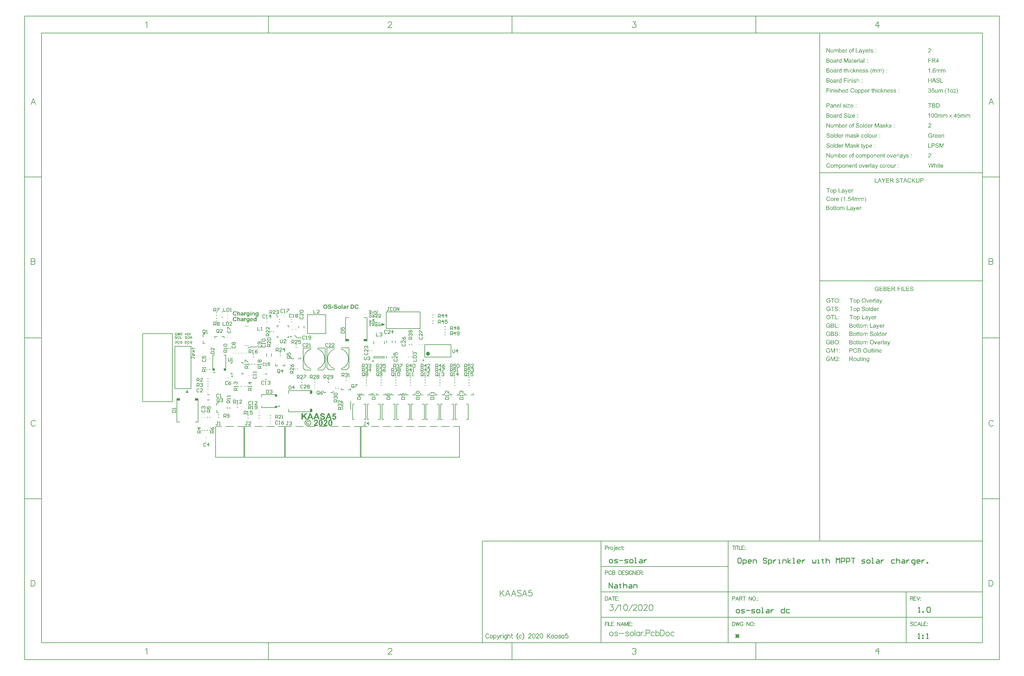
<source format=gto>
G04*
G04 #@! TF.GenerationSoftware,Altium Limited,Altium Designer,20.2.4 (192)*
G04*
G04 Layer_Color=65535*
%FSLAX44Y44*%
%MOMM*%
G71*
G04*
G04 #@! TF.SameCoordinates,49635633-0EA2-4BDF-9D0A-EC2E79484443*
G04*
G04*
G04 #@! TF.FilePolarity,Positive*
G04*
G01*
G75*
%ADD10C,0.2000*%
%ADD11C,0.2500*%
%ADD12C,0.2540*%
%ADD13C,0.6000*%
%ADD14C,0.1001*%
%ADD15R,0.4000X0.4000*%
%ADD16R,0.9000X0.5000*%
%ADD17R,0.4000X0.4000*%
%ADD18R,0.5000X0.9000*%
%ADD19R,0.9000X0.5000*%
%ADD20C,0.1270*%
%ADD21C,0.1778*%
G36*
X2100266Y1207771D02*
X2100480Y1207752D01*
X2100734Y1207713D01*
X2101007Y1207674D01*
X2101299Y1207615D01*
X2101065Y1206250D01*
X2101046D01*
X2100987Y1206269D01*
X2100890Y1206289D01*
X2100773Y1206308D01*
X2100617D01*
X2100461Y1206328D01*
X2100129Y1206347D01*
X2100012D01*
X2099895Y1206328D01*
X2099739Y1206308D01*
X2099583Y1206269D01*
X2099407Y1206211D01*
X2099251Y1206133D01*
X2099115Y1206035D01*
X2099095Y1206016D01*
X2099076Y1205977D01*
X2099017Y1205899D01*
X2098978Y1205781D01*
X2098920Y1205626D01*
X2098861Y1205411D01*
X2098842Y1205177D01*
X2098822Y1204884D01*
Y1204045D01*
X2100636D01*
Y1202816D01*
X2098842D01*
Y1194760D01*
X2097262D01*
Y1202816D01*
X2095876D01*
Y1204045D01*
X2097262D01*
Y1205021D01*
Y1205040D01*
Y1205060D01*
Y1205177D01*
X2097281Y1205333D01*
Y1205547D01*
X2097301Y1205762D01*
X2097340Y1205996D01*
X2097379Y1206211D01*
X2097437Y1206406D01*
X2097457Y1206425D01*
X2097476Y1206503D01*
X2097535Y1206620D01*
X2097613Y1206757D01*
X2097730Y1206933D01*
X2097866Y1207088D01*
X2098022Y1207245D01*
X2098217Y1207401D01*
X2098237Y1207420D01*
X2098334Y1207459D01*
X2098452Y1207518D01*
X2098647Y1207596D01*
X2098861Y1207674D01*
X2099154Y1207732D01*
X2099466Y1207771D01*
X2099836Y1207791D01*
X2100090D01*
X2100266Y1207771D01*
D02*
G37*
G36*
X2149346Y1204240D02*
X2149560Y1204202D01*
X2149794Y1204123D01*
X2150067Y1204045D01*
X2150360Y1203909D01*
X2150672Y1203733D01*
X2150107Y1202290D01*
X2150087Y1202309D01*
X2150009Y1202348D01*
X2149892Y1202407D01*
X2149755Y1202465D01*
X2149580Y1202524D01*
X2149385Y1202582D01*
X2149170Y1202621D01*
X2148956Y1202641D01*
X2148878D01*
X2148780Y1202621D01*
X2148643Y1202602D01*
X2148507Y1202563D01*
X2148351Y1202504D01*
X2148195Y1202426D01*
X2148039Y1202329D01*
X2148019Y1202309D01*
X2147980Y1202270D01*
X2147902Y1202192D01*
X2147824Y1202095D01*
X2147727Y1201978D01*
X2147629Y1201822D01*
X2147551Y1201646D01*
X2147473Y1201451D01*
X2147454Y1201412D01*
X2147434Y1201314D01*
X2147395Y1201139D01*
X2147356Y1200905D01*
X2147298Y1200632D01*
X2147258Y1200320D01*
X2147239Y1199988D01*
X2147220Y1199617D01*
Y1194760D01*
X2145639D01*
Y1204045D01*
X2147063D01*
Y1202660D01*
X2147083Y1202680D01*
X2147161Y1202797D01*
X2147258Y1202972D01*
X2147375Y1203168D01*
X2147532Y1203382D01*
X2147707Y1203597D01*
X2147863Y1203792D01*
X2148039Y1203928D01*
X2148058Y1203948D01*
X2148117Y1203987D01*
X2148214Y1204026D01*
X2148351Y1204104D01*
X2148487Y1204162D01*
X2148663Y1204202D01*
X2148858Y1204240D01*
X2149053Y1204260D01*
X2149190D01*
X2149346Y1204240D01*
D02*
G37*
G36*
X2079725D02*
X2079939Y1204202D01*
X2080173Y1204123D01*
X2080446Y1204045D01*
X2080739Y1203909D01*
X2081051Y1203733D01*
X2080485Y1202290D01*
X2080466Y1202309D01*
X2080388Y1202348D01*
X2080271Y1202407D01*
X2080134Y1202465D01*
X2079959Y1202524D01*
X2079764Y1202582D01*
X2079549Y1202621D01*
X2079334Y1202641D01*
X2079256D01*
X2079159Y1202621D01*
X2079022Y1202602D01*
X2078886Y1202563D01*
X2078730Y1202504D01*
X2078574Y1202426D01*
X2078418Y1202329D01*
X2078398Y1202309D01*
X2078359Y1202270D01*
X2078281Y1202192D01*
X2078203Y1202095D01*
X2078105Y1201978D01*
X2078008Y1201822D01*
X2077930Y1201646D01*
X2077852Y1201451D01*
X2077832Y1201412D01*
X2077813Y1201314D01*
X2077774Y1201139D01*
X2077735Y1200905D01*
X2077676Y1200632D01*
X2077637Y1200320D01*
X2077618Y1199988D01*
X2077598Y1199617D01*
Y1194760D01*
X2076018D01*
Y1204045D01*
X2077442D01*
Y1202660D01*
X2077462Y1202680D01*
X2077540Y1202797D01*
X2077637Y1202972D01*
X2077754Y1203168D01*
X2077910Y1203382D01*
X2078086Y1203597D01*
X2078242Y1203792D01*
X2078418Y1203928D01*
X2078437Y1203948D01*
X2078496Y1203987D01*
X2078593Y1204026D01*
X2078730Y1204104D01*
X2078866Y1204162D01*
X2079042Y1204202D01*
X2079237Y1204240D01*
X2079432Y1204260D01*
X2079568D01*
X2079725Y1204240D01*
D02*
G37*
G36*
X2051185D02*
X2051303D01*
X2051439Y1204221D01*
X2051732Y1204162D01*
X2052083Y1204065D01*
X2052434Y1203928D01*
X2052766Y1203733D01*
X2053078Y1203480D01*
X2053117Y1203441D01*
X2053195Y1203343D01*
X2053312Y1203148D01*
X2053468Y1202895D01*
X2053604Y1202563D01*
X2053721Y1202173D01*
X2053799Y1201685D01*
X2053839Y1201412D01*
Y1201119D01*
Y1194760D01*
X2052258D01*
Y1200593D01*
Y1200612D01*
Y1200632D01*
Y1200749D01*
Y1200924D01*
X2052239Y1201119D01*
X2052200Y1201568D01*
X2052161Y1201783D01*
X2052102Y1201958D01*
Y1201978D01*
X2052063Y1202036D01*
X2052024Y1202114D01*
X2051966Y1202212D01*
X2051888Y1202309D01*
X2051790Y1202426D01*
X2051673Y1202543D01*
X2051537Y1202641D01*
X2051517Y1202660D01*
X2051459Y1202680D01*
X2051381Y1202719D01*
X2051283Y1202777D01*
X2051147Y1202816D01*
X2050971Y1202856D01*
X2050795Y1202875D01*
X2050600Y1202895D01*
X2050444D01*
X2050249Y1202856D01*
X2050035Y1202816D01*
X2049781Y1202738D01*
X2049508Y1202621D01*
X2049215Y1202446D01*
X2048962Y1202231D01*
X2048942Y1202192D01*
X2048864Y1202114D01*
X2048767Y1201958D01*
X2048650Y1201724D01*
X2048513Y1201431D01*
X2048416Y1201080D01*
X2048338Y1200651D01*
X2048318Y1200144D01*
Y1194760D01*
X2046738D01*
Y1200788D01*
Y1200807D01*
Y1200827D01*
Y1200885D01*
Y1200963D01*
X2046718Y1201158D01*
X2046699Y1201373D01*
X2046640Y1201646D01*
X2046582Y1201900D01*
X2046484Y1202153D01*
X2046348Y1202368D01*
X2046328Y1202387D01*
X2046270Y1202446D01*
X2046192Y1202543D01*
X2046055Y1202641D01*
X2045880Y1202719D01*
X2045665Y1202816D01*
X2045411Y1202875D01*
X2045099Y1202895D01*
X2044982D01*
X2044865Y1202875D01*
X2044690Y1202856D01*
X2044514Y1202816D01*
X2044299Y1202738D01*
X2044085Y1202660D01*
X2043870Y1202543D01*
X2043851Y1202524D01*
X2043773Y1202485D01*
X2043675Y1202387D01*
X2043558Y1202290D01*
X2043422Y1202134D01*
X2043285Y1201958D01*
X2043168Y1201743D01*
X2043051Y1201509D01*
X2043031Y1201470D01*
X2043012Y1201392D01*
X2042973Y1201236D01*
X2042934Y1201022D01*
X2042876Y1200749D01*
X2042836Y1200417D01*
X2042817Y1200027D01*
X2042797Y1199578D01*
Y1194760D01*
X2041217D01*
Y1204045D01*
X2042622D01*
Y1202738D01*
X2042641Y1202777D01*
X2042700Y1202856D01*
X2042797Y1202972D01*
X2042934Y1203129D01*
X2043090Y1203304D01*
X2043285Y1203480D01*
X2043519Y1203675D01*
X2043773Y1203831D01*
X2043812Y1203850D01*
X2043909Y1203889D01*
X2044065Y1203967D01*
X2044261Y1204045D01*
X2044514Y1204123D01*
X2044787Y1204202D01*
X2045119Y1204240D01*
X2045450Y1204260D01*
X2045626D01*
X2045821Y1204240D01*
X2046055Y1204202D01*
X2046309Y1204162D01*
X2046601Y1204084D01*
X2046874Y1203967D01*
X2047128Y1203831D01*
X2047167Y1203811D01*
X2047245Y1203753D01*
X2047362Y1203655D01*
X2047499Y1203519D01*
X2047655Y1203343D01*
X2047811Y1203148D01*
X2047947Y1202895D01*
X2048064Y1202621D01*
X2048084Y1202641D01*
X2048123Y1202699D01*
X2048181Y1202777D01*
X2048259Y1202875D01*
X2048376Y1203011D01*
X2048513Y1203148D01*
X2048669Y1203285D01*
X2048845Y1203441D01*
X2049040Y1203597D01*
X2049254Y1203733D01*
X2049762Y1204006D01*
X2050035Y1204104D01*
X2050327Y1204182D01*
X2050620Y1204240D01*
X2050951Y1204260D01*
X2051088D01*
X2051185Y1204240D01*
D02*
G37*
G36*
X2167761Y1202251D02*
X2165966D01*
Y1204045D01*
X2167761D01*
Y1202251D01*
D02*
G37*
G36*
X2155022Y1204240D02*
X2155276Y1204221D01*
X2155588Y1204182D01*
X2155900Y1204123D01*
X2156232Y1204045D01*
X2156544Y1203928D01*
X2156563D01*
X2156583Y1203909D01*
X2156680Y1203870D01*
X2156837Y1203792D01*
X2157012Y1203714D01*
X2157207Y1203577D01*
X2157422Y1203441D01*
X2157617Y1203265D01*
X2157773Y1203070D01*
X2157792Y1203051D01*
X2157831Y1202972D01*
X2157909Y1202856D01*
X2158007Y1202699D01*
X2158085Y1202504D01*
X2158183Y1202251D01*
X2158261Y1201978D01*
X2158339Y1201665D01*
X2156797Y1201451D01*
Y1201490D01*
X2156778Y1201568D01*
X2156739Y1201704D01*
X2156680Y1201861D01*
X2156602Y1202036D01*
X2156485Y1202212D01*
X2156349Y1202407D01*
X2156173Y1202563D01*
X2156154Y1202582D01*
X2156076Y1202621D01*
X2155959Y1202699D01*
X2155803Y1202777D01*
X2155608Y1202836D01*
X2155354Y1202914D01*
X2155081Y1202953D01*
X2154749Y1202972D01*
X2154574D01*
X2154379Y1202953D01*
X2154144Y1202934D01*
X2153891Y1202875D01*
X2153637Y1202816D01*
X2153384Y1202719D01*
X2153189Y1202602D01*
X2153169Y1202582D01*
X2153111Y1202543D01*
X2153052Y1202465D01*
X2152974Y1202368D01*
X2152877Y1202251D01*
X2152818Y1202095D01*
X2152760Y1201939D01*
X2152740Y1201763D01*
Y1201743D01*
Y1201704D01*
X2152760Y1201646D01*
Y1201568D01*
X2152818Y1201392D01*
X2152916Y1201197D01*
X2152935Y1201178D01*
X2152955Y1201158D01*
X2153072Y1201061D01*
X2153150Y1200983D01*
X2153247Y1200924D01*
X2153384Y1200846D01*
X2153520Y1200788D01*
X2153540D01*
X2153579Y1200768D01*
X2153657Y1200749D01*
X2153793Y1200710D01*
X2153969Y1200651D01*
X2154223Y1200573D01*
X2154535Y1200495D01*
X2154710Y1200437D01*
X2154925Y1200378D01*
X2154944D01*
X2155003Y1200359D01*
X2155081Y1200339D01*
X2155198Y1200300D01*
X2155334Y1200261D01*
X2155491Y1200222D01*
X2155842Y1200124D01*
X2156232Y1200007D01*
X2156622Y1199871D01*
X2156973Y1199754D01*
X2157129Y1199695D01*
X2157266Y1199637D01*
X2157305Y1199617D01*
X2157383Y1199578D01*
X2157500Y1199520D01*
X2157636Y1199442D01*
X2157812Y1199325D01*
X2157988Y1199169D01*
X2158143Y1199013D01*
X2158300Y1198818D01*
X2158319Y1198798D01*
X2158358Y1198720D01*
X2158417Y1198603D01*
X2158495Y1198447D01*
X2158573Y1198252D01*
X2158631Y1198018D01*
X2158670Y1197764D01*
X2158690Y1197471D01*
Y1197432D01*
Y1197335D01*
X2158670Y1197179D01*
X2158631Y1197003D01*
X2158573Y1196769D01*
X2158495Y1196516D01*
X2158378Y1196262D01*
X2158221Y1195989D01*
X2158202Y1195950D01*
X2158143Y1195872D01*
X2158026Y1195755D01*
X2157870Y1195599D01*
X2157695Y1195423D01*
X2157461Y1195248D01*
X2157188Y1195072D01*
X2156875Y1194916D01*
X2156837Y1194896D01*
X2156720Y1194857D01*
X2156544Y1194799D01*
X2156310Y1194741D01*
X2156017Y1194662D01*
X2155686Y1194604D01*
X2155315Y1194565D01*
X2154925Y1194545D01*
X2154749D01*
X2154632Y1194565D01*
X2154476D01*
X2154301Y1194584D01*
X2153891Y1194643D01*
X2153442Y1194721D01*
X2152994Y1194857D01*
X2152545Y1195033D01*
X2152350Y1195150D01*
X2152155Y1195287D01*
X2152135D01*
X2152116Y1195326D01*
X2151999Y1195423D01*
X2151843Y1195599D01*
X2151648Y1195852D01*
X2151452Y1196164D01*
X2151257Y1196555D01*
X2151082Y1197003D01*
X2150965Y1197530D01*
X2152525Y1197784D01*
Y1197764D01*
Y1197745D01*
X2152545Y1197627D01*
X2152603Y1197452D01*
X2152662Y1197237D01*
X2152760Y1197003D01*
X2152877Y1196769D01*
X2153052Y1196535D01*
X2153247Y1196320D01*
X2153267Y1196301D01*
X2153364Y1196243D01*
X2153501Y1196164D01*
X2153676Y1196087D01*
X2153930Y1195989D01*
X2154203Y1195911D01*
X2154554Y1195852D01*
X2154925Y1195833D01*
X2155100D01*
X2155296Y1195852D01*
X2155529Y1195891D01*
X2155803Y1195930D01*
X2156076Y1196008D01*
X2156329Y1196125D01*
X2156544Y1196262D01*
X2156563Y1196282D01*
X2156622Y1196340D01*
X2156720Y1196438D01*
X2156817Y1196555D01*
X2156895Y1196711D01*
X2156993Y1196906D01*
X2157051Y1197101D01*
X2157071Y1197315D01*
Y1197335D01*
Y1197413D01*
X2157051Y1197491D01*
X2157012Y1197627D01*
X2156954Y1197745D01*
X2156875Y1197901D01*
X2156759Y1198037D01*
X2156602Y1198154D01*
X2156583Y1198174D01*
X2156524Y1198193D01*
X2156427Y1198232D01*
X2156271Y1198310D01*
X2156056Y1198369D01*
X2155783Y1198466D01*
X2155608Y1198525D01*
X2155432Y1198564D01*
X2155217Y1198622D01*
X2154983Y1198681D01*
X2154964D01*
X2154905Y1198700D01*
X2154827Y1198720D01*
X2154710Y1198759D01*
X2154554Y1198798D01*
X2154398Y1198837D01*
X2154028Y1198954D01*
X2153637Y1199071D01*
X2153228Y1199188D01*
X2152857Y1199325D01*
X2152701Y1199383D01*
X2152565Y1199442D01*
X2152545Y1199461D01*
X2152447Y1199500D01*
X2152330Y1199578D01*
X2152194Y1199676D01*
X2152018Y1199793D01*
X2151862Y1199949D01*
X2151687Y1200124D01*
X2151550Y1200320D01*
X2151531Y1200339D01*
X2151492Y1200417D01*
X2151452Y1200534D01*
X2151394Y1200690D01*
X2151316Y1200866D01*
X2151277Y1201080D01*
X2151238Y1201314D01*
X2151219Y1201568D01*
Y1201588D01*
Y1201665D01*
X2151238Y1201802D01*
X2151257Y1201939D01*
X2151277Y1202114D01*
X2151335Y1202309D01*
X2151394Y1202524D01*
X2151492Y1202719D01*
X2151511Y1202738D01*
X2151550Y1202816D01*
X2151609Y1202914D01*
X2151706Y1203031D01*
X2151804Y1203168D01*
X2151940Y1203304D01*
X2152096Y1203460D01*
X2152272Y1203597D01*
X2152291Y1203616D01*
X2152350Y1203636D01*
X2152428Y1203694D01*
X2152545Y1203753D01*
X2152681Y1203831D01*
X2152857Y1203909D01*
X2153052Y1203987D01*
X2153267Y1204065D01*
X2153306D01*
X2153384Y1204104D01*
X2153501Y1204123D01*
X2153676Y1204162D01*
X2153891Y1204202D01*
X2154106Y1204221D01*
X2154359Y1204260D01*
X2154808D01*
X2155022Y1204240D01*
D02*
G37*
G36*
X2028635Y1194760D02*
X2026899D01*
X2020169Y1204826D01*
Y1194760D01*
X2018550D01*
Y1207576D01*
X2020267D01*
X2027016Y1197511D01*
Y1207576D01*
X2028635D01*
Y1194760D01*
D02*
G37*
G36*
X2130833Y1194604D02*
Y1194584D01*
X2130814Y1194545D01*
X2130775Y1194467D01*
X2130736Y1194350D01*
X2130697Y1194233D01*
X2130638Y1194097D01*
X2130521Y1193765D01*
X2130365Y1193414D01*
X2130229Y1193082D01*
X2130092Y1192751D01*
X2130014Y1192614D01*
X2129956Y1192497D01*
X2129936Y1192458D01*
X2129878Y1192380D01*
X2129800Y1192243D01*
X2129682Y1192068D01*
X2129526Y1191892D01*
X2129370Y1191697D01*
X2129175Y1191522D01*
X2128980Y1191366D01*
X2128961Y1191346D01*
X2128883Y1191307D01*
X2128766Y1191249D01*
X2128610Y1191190D01*
X2128434Y1191112D01*
X2128200Y1191054D01*
X2127966Y1191015D01*
X2127693Y1190995D01*
X2127615D01*
X2127517Y1191015D01*
X2127400D01*
X2127244Y1191034D01*
X2127068Y1191073D01*
X2126678Y1191190D01*
X2126503Y1192653D01*
X2126522D01*
X2126581Y1192634D01*
X2126678Y1192614D01*
X2126815Y1192575D01*
X2127088Y1192517D01*
X2127400Y1192497D01*
X2127498D01*
X2127576Y1192517D01*
X2127712D01*
X2127985Y1192575D01*
X2128122Y1192614D01*
X2128239Y1192673D01*
X2128259D01*
X2128297Y1192712D01*
X2128356Y1192751D01*
X2128414Y1192809D01*
X2128590Y1192965D01*
X2128766Y1193180D01*
Y1193199D01*
X2128785Y1193238D01*
X2128824Y1193297D01*
X2128883Y1193414D01*
X2128941Y1193570D01*
X2129019Y1193765D01*
X2129117Y1194038D01*
X2129234Y1194350D01*
X2129253Y1194370D01*
X2129273Y1194448D01*
X2129331Y1194565D01*
X2129390Y1194741D01*
X2125859Y1204045D01*
X2127537D01*
X2129468Y1198700D01*
Y1198681D01*
X2129487Y1198661D01*
X2129507Y1198603D01*
X2129526Y1198525D01*
X2129604Y1198310D01*
X2129702Y1198037D01*
X2129800Y1197725D01*
X2129917Y1197354D01*
X2130034Y1196964D01*
X2130151Y1196555D01*
Y1196574D01*
X2130170Y1196594D01*
Y1196652D01*
X2130209Y1196730D01*
X2130248Y1196945D01*
X2130326Y1197198D01*
X2130424Y1197511D01*
X2130541Y1197862D01*
X2130658Y1198232D01*
X2130794Y1198622D01*
X2132784Y1204045D01*
X2134345D01*
X2130833Y1194604D01*
D02*
G37*
G36*
X2038759Y1194760D02*
X2037355D01*
Y1196106D01*
X2037335Y1196087D01*
X2037296Y1196047D01*
X2037238Y1195969D01*
X2037160Y1195872D01*
X2037043Y1195735D01*
X2036906Y1195618D01*
X2036750Y1195462D01*
X2036575Y1195326D01*
X2036380Y1195189D01*
X2036165Y1195033D01*
X2035911Y1194916D01*
X2035658Y1194799D01*
X2035365Y1194682D01*
X2035073Y1194604D01*
X2034741Y1194565D01*
X2034409Y1194545D01*
X2034273D01*
X2034117Y1194565D01*
X2033902Y1194584D01*
X2033668Y1194623D01*
X2033414Y1194682D01*
X2033141Y1194760D01*
X2032868Y1194857D01*
X2032829Y1194877D01*
X2032751Y1194916D01*
X2032634Y1194975D01*
X2032478Y1195072D01*
X2032303Y1195189D01*
X2032127Y1195326D01*
X2031971Y1195462D01*
X2031815Y1195638D01*
X2031795Y1195657D01*
X2031756Y1195716D01*
X2031698Y1195833D01*
X2031639Y1195969D01*
X2031542Y1196145D01*
X2031464Y1196340D01*
X2031386Y1196555D01*
X2031327Y1196808D01*
Y1196828D01*
X2031308Y1196906D01*
Y1197003D01*
X2031288Y1197159D01*
X2031269Y1197374D01*
Y1197627D01*
X2031249Y1197920D01*
Y1198271D01*
Y1204045D01*
X2032829D01*
Y1198876D01*
Y1198857D01*
Y1198818D01*
Y1198759D01*
Y1198681D01*
Y1198466D01*
X2032849Y1198213D01*
Y1197940D01*
X2032868Y1197666D01*
X2032888Y1197413D01*
X2032907Y1197218D01*
Y1197198D01*
X2032946Y1197120D01*
X2032985Y1197003D01*
X2033044Y1196867D01*
X2033122Y1196711D01*
X2033239Y1196535D01*
X2033376Y1196379D01*
X2033531Y1196243D01*
X2033551Y1196223D01*
X2033629Y1196184D01*
X2033727Y1196125D01*
X2033863Y1196067D01*
X2034039Y1196008D01*
X2034234Y1195950D01*
X2034468Y1195911D01*
X2034722Y1195891D01*
X2034839D01*
X2034975Y1195911D01*
X2035151Y1195930D01*
X2035346Y1195969D01*
X2035560Y1196047D01*
X2035794Y1196125D01*
X2036028Y1196243D01*
X2036048Y1196262D01*
X2036126Y1196320D01*
X2036243Y1196399D01*
X2036380Y1196516D01*
X2036516Y1196652D01*
X2036672Y1196828D01*
X2036789Y1197023D01*
X2036906Y1197237D01*
X2036926Y1197276D01*
X2036945Y1197354D01*
X2036984Y1197491D01*
X2037043Y1197706D01*
X2037101Y1197959D01*
X2037140Y1198271D01*
X2037160Y1198642D01*
X2037179Y1199052D01*
Y1204045D01*
X2038759D01*
Y1194760D01*
D02*
G37*
G36*
X2328329Y1207615D02*
X2328485Y1207596D01*
X2328661Y1207576D01*
X2328856Y1207557D01*
X2329070Y1207498D01*
X2329539Y1207381D01*
X2330026Y1207206D01*
X2330280Y1207088D01*
X2330514Y1206952D01*
X2330729Y1206776D01*
X2330943Y1206601D01*
X2330963Y1206581D01*
X2330982Y1206562D01*
X2331041Y1206503D01*
X2331119Y1206425D01*
X2331197Y1206308D01*
X2331294Y1206191D01*
X2331489Y1205899D01*
X2331685Y1205528D01*
X2331860Y1205099D01*
X2331997Y1204611D01*
X2332016Y1204338D01*
X2332036Y1204065D01*
Y1204026D01*
Y1203928D01*
X2332016Y1203772D01*
X2331997Y1203577D01*
X2331958Y1203343D01*
X2331899Y1203090D01*
X2331821Y1202816D01*
X2331704Y1202543D01*
X2331685Y1202504D01*
X2331646Y1202407D01*
X2331567Y1202270D01*
X2331450Y1202075D01*
X2331314Y1201841D01*
X2331138Y1201568D01*
X2330904Y1201295D01*
X2330651Y1200983D01*
X2330612Y1200944D01*
X2330514Y1200827D01*
X2330338Y1200651D01*
X2330222Y1200534D01*
X2330085Y1200397D01*
X2329929Y1200241D01*
X2329734Y1200066D01*
X2329539Y1199890D01*
X2329324Y1199676D01*
X2329090Y1199461D01*
X2328817Y1199227D01*
X2328544Y1198993D01*
X2328232Y1198720D01*
X2328212Y1198700D01*
X2328173Y1198661D01*
X2328095Y1198603D01*
X2327998Y1198525D01*
X2327764Y1198330D01*
X2327471Y1198076D01*
X2327178Y1197803D01*
X2326866Y1197530D01*
X2326613Y1197296D01*
X2326515Y1197198D01*
X2326418Y1197101D01*
X2326398Y1197081D01*
X2326359Y1197023D01*
X2326281Y1196945D01*
X2326183Y1196828D01*
X2325969Y1196574D01*
X2325754Y1196262D01*
X2332055D01*
Y1194760D01*
X2323569D01*
Y1194780D01*
Y1194857D01*
Y1194975D01*
X2323589Y1195111D01*
X2323609Y1195267D01*
X2323628Y1195443D01*
X2323687Y1195638D01*
X2323745Y1195833D01*
Y1195852D01*
X2323765Y1195872D01*
X2323804Y1195989D01*
X2323882Y1196145D01*
X2323999Y1196379D01*
X2324135Y1196633D01*
X2324330Y1196925D01*
X2324525Y1197218D01*
X2324779Y1197530D01*
Y1197550D01*
X2324818Y1197569D01*
X2324915Y1197686D01*
X2325072Y1197862D01*
X2325306Y1198096D01*
X2325598Y1198369D01*
X2325949Y1198700D01*
X2326378Y1199071D01*
X2326847Y1199481D01*
X2326866Y1199500D01*
X2326944Y1199559D01*
X2327042Y1199637D01*
X2327178Y1199773D01*
X2327354Y1199910D01*
X2327549Y1200085D01*
X2327978Y1200456D01*
X2328446Y1200905D01*
X2328914Y1201353D01*
X2329149Y1201568D01*
X2329344Y1201783D01*
X2329519Y1201997D01*
X2329675Y1202192D01*
Y1202212D01*
X2329714Y1202231D01*
X2329753Y1202290D01*
X2329792Y1202368D01*
X2329909Y1202563D01*
X2330046Y1202816D01*
X2330182Y1203109D01*
X2330300Y1203421D01*
X2330378Y1203772D01*
X2330417Y1204104D01*
Y1204123D01*
Y1204143D01*
X2330397Y1204260D01*
X2330378Y1204436D01*
X2330338Y1204650D01*
X2330241Y1204904D01*
X2330124Y1205157D01*
X2329968Y1205430D01*
X2329734Y1205684D01*
X2329695Y1205704D01*
X2329617Y1205781D01*
X2329461Y1205879D01*
X2329266Y1206016D01*
X2329012Y1206133D01*
X2328719Y1206230D01*
X2328368Y1206308D01*
X2327978Y1206328D01*
X2327861D01*
X2327783Y1206308D01*
X2327588Y1206289D01*
X2327334Y1206250D01*
X2327042Y1206152D01*
X2326730Y1206035D01*
X2326437Y1205860D01*
X2326164Y1205626D01*
X2326144Y1205586D01*
X2326066Y1205508D01*
X2325949Y1205352D01*
X2325832Y1205138D01*
X2325696Y1204865D01*
X2325598Y1204553D01*
X2325520Y1204182D01*
X2325481Y1203753D01*
X2323862Y1203928D01*
Y1203948D01*
Y1204006D01*
X2323882Y1204104D01*
X2323901Y1204221D01*
X2323940Y1204377D01*
X2323960Y1204553D01*
X2324077Y1204943D01*
X2324233Y1205391D01*
X2324447Y1205840D01*
X2324740Y1206289D01*
X2324896Y1206484D01*
X2325091Y1206679D01*
X2325111Y1206698D01*
X2325150Y1206718D01*
X2325208Y1206776D01*
X2325286Y1206835D01*
X2325403Y1206893D01*
X2325540Y1206991D01*
X2325696Y1207069D01*
X2325871Y1207167D01*
X2326066Y1207245D01*
X2326281Y1207342D01*
X2326535Y1207420D01*
X2326788Y1207479D01*
X2327373Y1207596D01*
X2327686Y1207615D01*
X2328017Y1207635D01*
X2328193D01*
X2328329Y1207615D01*
D02*
G37*
G36*
X2167761Y1194760D02*
X2165966D01*
Y1196555D01*
X2167761D01*
Y1194760D01*
D02*
G37*
G36*
X2121119Y1204240D02*
X2121392Y1204221D01*
X2121704Y1204182D01*
X2122036Y1204143D01*
X2122348Y1204065D01*
X2122640Y1203967D01*
X2122679Y1203948D01*
X2122758Y1203928D01*
X2122894Y1203850D01*
X2123050Y1203772D01*
X2123226Y1203675D01*
X2123421Y1203558D01*
X2123577Y1203421D01*
X2123733Y1203265D01*
X2123752Y1203246D01*
X2123791Y1203187D01*
X2123850Y1203109D01*
X2123928Y1202972D01*
X2124006Y1202816D01*
X2124084Y1202641D01*
X2124162Y1202426D01*
X2124220Y1202192D01*
Y1202173D01*
X2124240Y1202114D01*
X2124259Y1202017D01*
X2124279Y1201861D01*
Y1201665D01*
X2124299Y1201412D01*
X2124318Y1201119D01*
Y1200749D01*
Y1198642D01*
Y1198622D01*
Y1198544D01*
Y1198427D01*
Y1198291D01*
Y1198115D01*
Y1197920D01*
X2124337Y1197471D01*
Y1196984D01*
X2124357Y1196535D01*
X2124377Y1196320D01*
Y1196145D01*
X2124396Y1195989D01*
X2124416Y1195852D01*
Y1195833D01*
X2124435Y1195755D01*
X2124455Y1195638D01*
X2124494Y1195501D01*
X2124552Y1195345D01*
X2124630Y1195150D01*
X2124806Y1194760D01*
X2123167D01*
X2123148Y1194780D01*
X2123128Y1194838D01*
X2123089Y1194955D01*
X2123031Y1195092D01*
X2122972Y1195267D01*
X2122933Y1195462D01*
X2122894Y1195677D01*
X2122855Y1195930D01*
X2122816Y1195891D01*
X2122699Y1195813D01*
X2122543Y1195677D01*
X2122309Y1195521D01*
X2122055Y1195326D01*
X2121763Y1195150D01*
X2121470Y1194994D01*
X2121158Y1194857D01*
X2121119Y1194838D01*
X2121021Y1194818D01*
X2120865Y1194760D01*
X2120651Y1194701D01*
X2120378Y1194643D01*
X2120085Y1194604D01*
X2119773Y1194565D01*
X2119422Y1194545D01*
X2119285D01*
X2119168Y1194565D01*
X2119051D01*
X2118895Y1194584D01*
X2118563Y1194643D01*
X2118173Y1194721D01*
X2117803Y1194857D01*
X2117413Y1195033D01*
X2117081Y1195287D01*
X2117042Y1195326D01*
X2116944Y1195423D01*
X2116827Y1195579D01*
X2116671Y1195813D01*
X2116515Y1196087D01*
X2116398Y1196399D01*
X2116301Y1196789D01*
X2116262Y1197198D01*
Y1197237D01*
Y1197315D01*
X2116281Y1197452D01*
X2116301Y1197608D01*
X2116340Y1197803D01*
X2116379Y1198018D01*
X2116457Y1198232D01*
X2116554Y1198447D01*
X2116574Y1198466D01*
X2116613Y1198544D01*
X2116671Y1198642D01*
X2116769Y1198779D01*
X2116886Y1198915D01*
X2117042Y1199071D01*
X2117198Y1199208D01*
X2117374Y1199344D01*
X2117393Y1199364D01*
X2117471Y1199403D01*
X2117569Y1199461D01*
X2117705Y1199539D01*
X2117881Y1199637D01*
X2118056Y1199715D01*
X2118271Y1199793D01*
X2118505Y1199871D01*
X2118524D01*
X2118602Y1199890D01*
X2118700Y1199910D01*
X2118856Y1199949D01*
X2119051Y1199988D01*
X2119305Y1200027D01*
X2119578Y1200066D01*
X2119909Y1200105D01*
X2119929D01*
X2119987Y1200124D01*
X2120085D01*
X2120222Y1200144D01*
X2120378Y1200163D01*
X2120553Y1200183D01*
X2120982Y1200261D01*
X2121431Y1200339D01*
X2121899Y1200417D01*
X2122348Y1200534D01*
X2122543Y1200593D01*
X2122718Y1200651D01*
Y1200671D01*
Y1200710D01*
X2122738Y1200827D01*
Y1200963D01*
Y1201022D01*
Y1201061D01*
Y1201080D01*
Y1201100D01*
Y1201217D01*
X2122718Y1201392D01*
X2122679Y1201588D01*
X2122621Y1201802D01*
X2122543Y1202036D01*
X2122445Y1202231D01*
X2122289Y1202407D01*
X2122270Y1202426D01*
X2122172Y1202485D01*
X2122036Y1202582D01*
X2121841Y1202680D01*
X2121587Y1202777D01*
X2121275Y1202875D01*
X2120904Y1202934D01*
X2120495Y1202953D01*
X2120319D01*
X2120124Y1202934D01*
X2119870Y1202914D01*
X2119597Y1202856D01*
X2119344Y1202797D01*
X2119071Y1202699D01*
X2118856Y1202563D01*
X2118837Y1202543D01*
X2118778Y1202485D01*
X2118680Y1202387D01*
X2118563Y1202251D01*
X2118427Y1202056D01*
X2118310Y1201822D01*
X2118173Y1201529D01*
X2118076Y1201197D01*
X2116535Y1201412D01*
Y1201431D01*
X2116554Y1201451D01*
X2116574Y1201568D01*
X2116632Y1201743D01*
X2116691Y1201978D01*
X2116788Y1202231D01*
X2116905Y1202485D01*
X2117042Y1202758D01*
X2117217Y1202992D01*
X2117237Y1203011D01*
X2117315Y1203090D01*
X2117413Y1203207D01*
X2117569Y1203343D01*
X2117764Y1203480D01*
X2118017Y1203636D01*
X2118290Y1203792D01*
X2118602Y1203928D01*
X2118622D01*
X2118641Y1203948D01*
X2118700Y1203967D01*
X2118759Y1203987D01*
X2118954Y1204026D01*
X2119207Y1204104D01*
X2119519Y1204162D01*
X2119870Y1204202D01*
X2120280Y1204240D01*
X2120709Y1204260D01*
X2120904D01*
X2121119Y1204240D01*
D02*
G37*
G36*
X2108673Y1196262D02*
X2114974D01*
Y1194760D01*
X2106976D01*
Y1207576D01*
X2108673D01*
Y1196262D01*
D02*
G37*
G36*
X2139807Y1204240D02*
X2139963Y1204221D01*
X2140158Y1204202D01*
X2140353Y1204162D01*
X2140587Y1204104D01*
X2141055Y1203948D01*
X2141309Y1203850D01*
X2141562Y1203714D01*
X2141816Y1203577D01*
X2142070Y1203402D01*
X2142304Y1203207D01*
X2142538Y1202972D01*
X2142557Y1202953D01*
X2142596Y1202914D01*
X2142655Y1202836D01*
X2142733Y1202738D01*
X2142811Y1202602D01*
X2142908Y1202446D01*
X2143025Y1202270D01*
X2143143Y1202056D01*
X2143240Y1201802D01*
X2143357Y1201548D01*
X2143455Y1201256D01*
X2143552Y1200924D01*
X2143611Y1200593D01*
X2143669Y1200222D01*
X2143708Y1199832D01*
X2143728Y1199403D01*
Y1199383D01*
Y1199305D01*
Y1199169D01*
X2143708Y1198993D01*
X2136803D01*
Y1198973D01*
Y1198934D01*
X2136822Y1198837D01*
Y1198739D01*
X2136842Y1198603D01*
X2136861Y1198466D01*
X2136939Y1198115D01*
X2137056Y1197745D01*
X2137193Y1197354D01*
X2137407Y1196964D01*
X2137661Y1196633D01*
X2137700Y1196594D01*
X2137798Y1196516D01*
X2137973Y1196379D01*
X2138188Y1196243D01*
X2138480Y1196087D01*
X2138812Y1195950D01*
X2139182Y1195872D01*
X2139592Y1195833D01*
X2139748D01*
X2139904Y1195852D01*
X2140099Y1195891D01*
X2140333Y1195950D01*
X2140587Y1196028D01*
X2140841Y1196125D01*
X2141075Y1196282D01*
X2141094Y1196301D01*
X2141172Y1196379D01*
X2141289Y1196477D01*
X2141426Y1196652D01*
X2141582Y1196847D01*
X2141738Y1197101D01*
X2141894Y1197413D01*
X2142050Y1197764D01*
X2143669Y1197550D01*
Y1197530D01*
X2143650Y1197491D01*
X2143630Y1197413D01*
X2143591Y1197315D01*
X2143552Y1197198D01*
X2143494Y1197062D01*
X2143338Y1196730D01*
X2143143Y1196379D01*
X2142908Y1196008D01*
X2142596Y1195638D01*
X2142245Y1195326D01*
X2142226D01*
X2142206Y1195287D01*
X2142148Y1195248D01*
X2142050Y1195209D01*
X2141953Y1195150D01*
X2141835Y1195072D01*
X2141699Y1195014D01*
X2141523Y1194936D01*
X2141153Y1194799D01*
X2140685Y1194662D01*
X2140177Y1194584D01*
X2139592Y1194545D01*
X2139397D01*
X2139261Y1194565D01*
X2139085Y1194584D01*
X2138890Y1194604D01*
X2138675Y1194643D01*
X2138422Y1194701D01*
X2137914Y1194857D01*
X2137641Y1194955D01*
X2137388Y1195072D01*
X2137115Y1195209D01*
X2136861Y1195384D01*
X2136608Y1195579D01*
X2136373Y1195794D01*
X2136354Y1195813D01*
X2136315Y1195852D01*
X2136256Y1195930D01*
X2136198Y1196028D01*
X2136100Y1196145D01*
X2136003Y1196301D01*
X2135886Y1196496D01*
X2135788Y1196711D01*
X2135671Y1196945D01*
X2135554Y1197198D01*
X2135457Y1197491D01*
X2135379Y1197803D01*
X2135301Y1198135D01*
X2135242Y1198505D01*
X2135203Y1198895D01*
X2135184Y1199305D01*
Y1199325D01*
Y1199403D01*
Y1199539D01*
X2135203Y1199695D01*
X2135223Y1199890D01*
X2135242Y1200124D01*
X2135281Y1200378D01*
X2135340Y1200651D01*
X2135476Y1201236D01*
X2135574Y1201529D01*
X2135691Y1201841D01*
X2135827Y1202134D01*
X2135983Y1202426D01*
X2136159Y1202699D01*
X2136373Y1202953D01*
X2136393Y1202972D01*
X2136432Y1203011D01*
X2136490Y1203070D01*
X2136588Y1203168D01*
X2136705Y1203265D01*
X2136861Y1203363D01*
X2137017Y1203480D01*
X2137212Y1203616D01*
X2137427Y1203733D01*
X2137661Y1203850D01*
X2137914Y1203948D01*
X2138207Y1204065D01*
X2138500Y1204143D01*
X2138812Y1204202D01*
X2139144Y1204240D01*
X2139495Y1204260D01*
X2139670D01*
X2139807Y1204240D01*
D02*
G37*
G36*
X2091019D02*
X2091195Y1204221D01*
X2091370Y1204202D01*
X2091585Y1204162D01*
X2091819Y1204104D01*
X2092307Y1203948D01*
X2092560Y1203850D01*
X2092833Y1203733D01*
X2093087Y1203577D01*
X2093341Y1203402D01*
X2093594Y1203207D01*
X2093828Y1202992D01*
X2093848Y1202972D01*
X2093887Y1202934D01*
X2093945Y1202856D01*
X2094023Y1202758D01*
X2094121Y1202641D01*
X2094218Y1202485D01*
X2094335Y1202290D01*
X2094453Y1202095D01*
X2094550Y1201861D01*
X2094667Y1201588D01*
X2094765Y1201314D01*
X2094862Y1201002D01*
X2094940Y1200671D01*
X2094999Y1200300D01*
X2095038Y1199929D01*
X2095057Y1199520D01*
Y1199500D01*
Y1199442D01*
Y1199344D01*
Y1199227D01*
X2095038Y1199071D01*
Y1198895D01*
X2095018Y1198700D01*
X2094999Y1198486D01*
X2094921Y1198037D01*
X2094823Y1197569D01*
X2094687Y1197101D01*
X2094511Y1196691D01*
Y1196672D01*
X2094491Y1196652D01*
X2094413Y1196516D01*
X2094277Y1196340D01*
X2094101Y1196106D01*
X2093887Y1195852D01*
X2093614Y1195599D01*
X2093302Y1195345D01*
X2092931Y1195111D01*
X2092911D01*
X2092892Y1195092D01*
X2092833Y1195053D01*
X2092755Y1195033D01*
X2092541Y1194936D01*
X2092268Y1194838D01*
X2091936Y1194721D01*
X2091565Y1194643D01*
X2091156Y1194565D01*
X2090707Y1194545D01*
X2090512D01*
X2090376Y1194565D01*
X2090219Y1194584D01*
X2090024Y1194604D01*
X2089810Y1194643D01*
X2089576Y1194701D01*
X2089088Y1194857D01*
X2088815Y1194955D01*
X2088561Y1195072D01*
X2088288Y1195209D01*
X2088035Y1195384D01*
X2087781Y1195579D01*
X2087547Y1195794D01*
X2087527Y1195813D01*
X2087488Y1195852D01*
X2087430Y1195930D01*
X2087371Y1196028D01*
X2087274Y1196164D01*
X2087176Y1196320D01*
X2087059Y1196496D01*
X2086962Y1196711D01*
X2086845Y1196964D01*
X2086728Y1197218D01*
X2086630Y1197530D01*
X2086552Y1197842D01*
X2086474Y1198193D01*
X2086416Y1198564D01*
X2086376Y1198973D01*
X2086357Y1199403D01*
Y1199442D01*
Y1199520D01*
X2086376Y1199656D01*
Y1199832D01*
X2086396Y1200046D01*
X2086435Y1200281D01*
X2086474Y1200554D01*
X2086533Y1200846D01*
X2086611Y1201158D01*
X2086708Y1201470D01*
X2086825Y1201783D01*
X2086962Y1202095D01*
X2087118Y1202407D01*
X2087313Y1202699D01*
X2087527Y1202972D01*
X2087781Y1203226D01*
X2087800Y1203246D01*
X2087840Y1203265D01*
X2087898Y1203324D01*
X2087996Y1203382D01*
X2088113Y1203460D01*
X2088249Y1203558D01*
X2088405Y1203655D01*
X2088600Y1203753D01*
X2088795Y1203831D01*
X2089010Y1203928D01*
X2089517Y1204104D01*
X2090083Y1204221D01*
X2090395Y1204240D01*
X2090707Y1204260D01*
X2090883D01*
X2091019Y1204240D01*
D02*
G37*
G36*
X2070186D02*
X2070342Y1204221D01*
X2070537Y1204202D01*
X2070732Y1204162D01*
X2070966Y1204104D01*
X2071434Y1203948D01*
X2071688Y1203850D01*
X2071941Y1203714D01*
X2072195Y1203577D01*
X2072448Y1203402D01*
X2072682Y1203207D01*
X2072917Y1202972D01*
X2072936Y1202953D01*
X2072975Y1202914D01*
X2073034Y1202836D01*
X2073112Y1202738D01*
X2073190Y1202602D01*
X2073287Y1202446D01*
X2073404Y1202270D01*
X2073521Y1202056D01*
X2073619Y1201802D01*
X2073736Y1201548D01*
X2073833Y1201256D01*
X2073931Y1200924D01*
X2073990Y1200593D01*
X2074048Y1200222D01*
X2074087Y1199832D01*
X2074106Y1199403D01*
Y1199383D01*
Y1199305D01*
Y1199169D01*
X2074087Y1198993D01*
X2067181D01*
Y1198973D01*
Y1198934D01*
X2067201Y1198837D01*
Y1198739D01*
X2067220Y1198603D01*
X2067240Y1198466D01*
X2067318Y1198115D01*
X2067435Y1197745D01*
X2067572Y1197354D01*
X2067786Y1196964D01*
X2068040Y1196633D01*
X2068079Y1196594D01*
X2068176Y1196516D01*
X2068352Y1196379D01*
X2068566Y1196243D01*
X2068859Y1196087D01*
X2069191Y1195950D01*
X2069561Y1195872D01*
X2069971Y1195833D01*
X2070127D01*
X2070283Y1195852D01*
X2070478Y1195891D01*
X2070712Y1195950D01*
X2070966Y1196028D01*
X2071219Y1196125D01*
X2071454Y1196282D01*
X2071473Y1196301D01*
X2071551Y1196379D01*
X2071668Y1196477D01*
X2071805Y1196652D01*
X2071961Y1196847D01*
X2072117Y1197101D01*
X2072273Y1197413D01*
X2072429Y1197764D01*
X2074048Y1197550D01*
Y1197530D01*
X2074028Y1197491D01*
X2074009Y1197413D01*
X2073970Y1197315D01*
X2073931Y1197198D01*
X2073872Y1197062D01*
X2073716Y1196730D01*
X2073521Y1196379D01*
X2073287Y1196008D01*
X2072975Y1195638D01*
X2072624Y1195326D01*
X2072604D01*
X2072585Y1195287D01*
X2072526Y1195248D01*
X2072429Y1195209D01*
X2072331Y1195150D01*
X2072214Y1195072D01*
X2072078Y1195014D01*
X2071902Y1194936D01*
X2071532Y1194799D01*
X2071063Y1194662D01*
X2070556Y1194584D01*
X2069971Y1194545D01*
X2069776D01*
X2069639Y1194565D01*
X2069464Y1194584D01*
X2069269Y1194604D01*
X2069054Y1194643D01*
X2068801Y1194701D01*
X2068293Y1194857D01*
X2068020Y1194955D01*
X2067767Y1195072D01*
X2067494Y1195209D01*
X2067240Y1195384D01*
X2066986Y1195579D01*
X2066752Y1195794D01*
X2066733Y1195813D01*
X2066694Y1195852D01*
X2066635Y1195930D01*
X2066577Y1196028D01*
X2066479Y1196145D01*
X2066382Y1196301D01*
X2066265Y1196496D01*
X2066167Y1196711D01*
X2066050Y1196945D01*
X2065933Y1197198D01*
X2065835Y1197491D01*
X2065757Y1197803D01*
X2065679Y1198135D01*
X2065621Y1198505D01*
X2065582Y1198895D01*
X2065562Y1199305D01*
Y1199325D01*
Y1199403D01*
Y1199539D01*
X2065582Y1199695D01*
X2065601Y1199890D01*
X2065621Y1200124D01*
X2065660Y1200378D01*
X2065718Y1200651D01*
X2065855Y1201236D01*
X2065952Y1201529D01*
X2066069Y1201841D01*
X2066206Y1202134D01*
X2066362Y1202426D01*
X2066538Y1202699D01*
X2066752Y1202953D01*
X2066772Y1202972D01*
X2066811Y1203011D01*
X2066869Y1203070D01*
X2066967Y1203168D01*
X2067084Y1203265D01*
X2067240Y1203363D01*
X2067396Y1203480D01*
X2067591Y1203616D01*
X2067806Y1203733D01*
X2068040Y1203850D01*
X2068293Y1203948D01*
X2068586Y1204065D01*
X2068879Y1204143D01*
X2069191Y1204202D01*
X2069522Y1204240D01*
X2069873Y1204260D01*
X2070049D01*
X2070186Y1204240D01*
D02*
G37*
G36*
X2057681Y1203011D02*
X2057701Y1203031D01*
X2057720Y1203070D01*
X2057779Y1203129D01*
X2057857Y1203207D01*
X2057955Y1203304D01*
X2058072Y1203402D01*
X2058364Y1203636D01*
X2058715Y1203870D01*
X2059164Y1204065D01*
X2059398Y1204143D01*
X2059652Y1204202D01*
X2059925Y1204240D01*
X2060198Y1204260D01*
X2060354D01*
X2060510Y1204240D01*
X2060725Y1204221D01*
X2060978Y1204182D01*
X2061251Y1204104D01*
X2061524Y1204026D01*
X2061817Y1203909D01*
X2061856Y1203889D01*
X2061953Y1203850D01*
X2062090Y1203772D01*
X2062266Y1203655D01*
X2062461Y1203519D01*
X2062656Y1203343D01*
X2062870Y1203148D01*
X2063065Y1202934D01*
X2063085Y1202914D01*
X2063143Y1202816D01*
X2063241Y1202680D01*
X2063358Y1202504D01*
X2063475Y1202290D01*
X2063612Y1202036D01*
X2063729Y1201743D01*
X2063846Y1201412D01*
X2063865Y1201373D01*
X2063885Y1201256D01*
X2063943Y1201080D01*
X2064002Y1200846D01*
X2064041Y1200573D01*
X2064099Y1200261D01*
X2064119Y1199910D01*
X2064138Y1199539D01*
Y1199520D01*
Y1199442D01*
Y1199305D01*
X2064119Y1199149D01*
X2064099Y1198934D01*
X2064080Y1198720D01*
X2064041Y1198447D01*
X2063982Y1198174D01*
X2063846Y1197589D01*
X2063748Y1197276D01*
X2063631Y1196964D01*
X2063495Y1196652D01*
X2063338Y1196360D01*
X2063163Y1196087D01*
X2062948Y1195833D01*
X2062929Y1195813D01*
X2062890Y1195774D01*
X2062831Y1195716D01*
X2062734Y1195638D01*
X2062636Y1195540D01*
X2062500Y1195423D01*
X2062344Y1195306D01*
X2062149Y1195189D01*
X2061739Y1194955D01*
X2061271Y1194741D01*
X2060998Y1194662D01*
X2060725Y1194604D01*
X2060432Y1194565D01*
X2060120Y1194545D01*
X2059964D01*
X2059847Y1194565D01*
X2059710Y1194584D01*
X2059554Y1194623D01*
X2059184Y1194721D01*
X2058988Y1194780D01*
X2058774Y1194877D01*
X2058559Y1194994D01*
X2058345Y1195131D01*
X2058150Y1195287D01*
X2057935Y1195462D01*
X2057740Y1195677D01*
X2057564Y1195911D01*
Y1194760D01*
X2056101D01*
Y1207576D01*
X2057681D01*
Y1203011D01*
D02*
G37*
G36*
X2118446Y1175781D02*
X2116866D01*
Y1177576D01*
X2118446D01*
Y1175781D01*
D02*
G37*
G36*
X2063670Y1164760D02*
X2062207D01*
Y1165911D01*
X2062188Y1165891D01*
X2062168Y1165852D01*
X2062110Y1165794D01*
X2062032Y1165696D01*
X2061953Y1165599D01*
X2061837Y1165482D01*
X2061700Y1165365D01*
X2061544Y1165228D01*
X2061368Y1165111D01*
X2061173Y1164975D01*
X2060959Y1164857D01*
X2060744Y1164760D01*
X2060491Y1164662D01*
X2060217Y1164604D01*
X2059925Y1164565D01*
X2059613Y1164545D01*
X2059496D01*
X2059418Y1164565D01*
X2059203Y1164584D01*
X2058949Y1164623D01*
X2058618Y1164702D01*
X2058286Y1164799D01*
X2057915Y1164955D01*
X2057564Y1165150D01*
X2057545D01*
X2057525Y1165170D01*
X2057408Y1165267D01*
X2057252Y1165404D01*
X2057038Y1165599D01*
X2056823Y1165833D01*
X2056570Y1166125D01*
X2056355Y1166457D01*
X2056140Y1166847D01*
Y1166867D01*
X2056121Y1166906D01*
X2056101Y1166964D01*
X2056062Y1167042D01*
X2056023Y1167140D01*
X2055984Y1167276D01*
X2055887Y1167589D01*
X2055789Y1167959D01*
X2055711Y1168388D01*
X2055653Y1168857D01*
X2055633Y1169383D01*
Y1169403D01*
Y1169442D01*
Y1169520D01*
Y1169617D01*
X2055653Y1169734D01*
Y1169890D01*
X2055692Y1170222D01*
X2055750Y1170612D01*
X2055828Y1171022D01*
X2055926Y1171470D01*
X2056082Y1171900D01*
Y1171919D01*
X2056101Y1171958D01*
X2056140Y1172017D01*
X2056179Y1172095D01*
X2056277Y1172290D01*
X2056433Y1172543D01*
X2056628Y1172836D01*
X2056862Y1173129D01*
X2057135Y1173402D01*
X2057467Y1173655D01*
X2057486D01*
X2057506Y1173675D01*
X2057623Y1173753D01*
X2057818Y1173850D01*
X2058072Y1173967D01*
X2058384Y1174065D01*
X2058735Y1174162D01*
X2059125Y1174240D01*
X2059535Y1174260D01*
X2059671D01*
X2059827Y1174240D01*
X2060042Y1174221D01*
X2060256Y1174162D01*
X2060510Y1174104D01*
X2060764Y1174006D01*
X2061017Y1173889D01*
X2061056Y1173870D01*
X2061134Y1173831D01*
X2061251Y1173753D01*
X2061407Y1173636D01*
X2061563Y1173519D01*
X2061758Y1173363D01*
X2061934Y1173168D01*
X2062090Y1172972D01*
Y1177576D01*
X2063670D01*
Y1164760D01*
D02*
G37*
G36*
X2114603Y1174240D02*
X2114818Y1174202D01*
X2115052Y1174123D01*
X2115325Y1174045D01*
X2115618Y1173909D01*
X2115930Y1173733D01*
X2115364Y1172290D01*
X2115345Y1172309D01*
X2115267Y1172348D01*
X2115150Y1172407D01*
X2115013Y1172465D01*
X2114837Y1172524D01*
X2114642Y1172582D01*
X2114428Y1172621D01*
X2114213Y1172641D01*
X2114135D01*
X2114038Y1172621D01*
X2113901Y1172602D01*
X2113765Y1172563D01*
X2113609Y1172504D01*
X2113452Y1172426D01*
X2113297Y1172329D01*
X2113277Y1172309D01*
X2113238Y1172270D01*
X2113160Y1172192D01*
X2113082Y1172095D01*
X2112984Y1171978D01*
X2112887Y1171822D01*
X2112809Y1171646D01*
X2112731Y1171451D01*
X2112711Y1171412D01*
X2112692Y1171314D01*
X2112653Y1171139D01*
X2112614Y1170905D01*
X2112555Y1170632D01*
X2112516Y1170320D01*
X2112497Y1169988D01*
X2112477Y1169617D01*
Y1164760D01*
X2110897D01*
Y1174045D01*
X2112321D01*
Y1172660D01*
X2112341Y1172680D01*
X2112419Y1172797D01*
X2112516Y1172972D01*
X2112633Y1173168D01*
X2112789Y1173382D01*
X2112965Y1173597D01*
X2113121Y1173792D01*
X2113297Y1173928D01*
X2113316Y1173948D01*
X2113374Y1173987D01*
X2113472Y1174026D01*
X2113609Y1174104D01*
X2113745Y1174162D01*
X2113921Y1174202D01*
X2114116Y1174240D01*
X2114311Y1174260D01*
X2114447D01*
X2114603Y1174240D01*
D02*
G37*
G36*
X2053956D02*
X2054170Y1174202D01*
X2054404Y1174123D01*
X2054677Y1174045D01*
X2054970Y1173909D01*
X2055282Y1173733D01*
X2054716Y1172290D01*
X2054697Y1172309D01*
X2054619Y1172348D01*
X2054502Y1172407D01*
X2054365Y1172465D01*
X2054190Y1172524D01*
X2053995Y1172582D01*
X2053780Y1172621D01*
X2053565Y1172641D01*
X2053487D01*
X2053390Y1172621D01*
X2053253Y1172602D01*
X2053117Y1172563D01*
X2052961Y1172504D01*
X2052805Y1172426D01*
X2052649Y1172329D01*
X2052629Y1172309D01*
X2052590Y1172270D01*
X2052512Y1172192D01*
X2052434Y1172095D01*
X2052336Y1171978D01*
X2052239Y1171822D01*
X2052161Y1171646D01*
X2052083Y1171451D01*
X2052063Y1171412D01*
X2052044Y1171314D01*
X2052005Y1171139D01*
X2051966Y1170905D01*
X2051907Y1170632D01*
X2051868Y1170320D01*
X2051849Y1169988D01*
X2051829Y1169617D01*
Y1164760D01*
X2050249D01*
Y1174045D01*
X2051673D01*
Y1172660D01*
X2051693Y1172680D01*
X2051771Y1172797D01*
X2051868Y1172972D01*
X2051985Y1173168D01*
X2052141Y1173382D01*
X2052317Y1173597D01*
X2052473Y1173792D01*
X2052649Y1173928D01*
X2052668Y1173948D01*
X2052727Y1173987D01*
X2052824Y1174026D01*
X2052961Y1174104D01*
X2053097Y1174162D01*
X2053273Y1174202D01*
X2053468Y1174240D01*
X2053663Y1174260D01*
X2053799D01*
X2053956Y1174240D01*
D02*
G37*
G36*
X2141972Y1172251D02*
X2140177D01*
Y1174045D01*
X2141972D01*
Y1172251D01*
D02*
G37*
G36*
X2083509Y1164760D02*
X2081870D01*
Y1175489D01*
X2078125Y1164760D01*
X2076603D01*
X2072917Y1175665D01*
Y1164760D01*
X2071278D01*
Y1177576D01*
X2073814D01*
X2076857Y1168505D01*
Y1168486D01*
X2076877Y1168447D01*
X2076896Y1168388D01*
X2076915Y1168291D01*
X2076994Y1168076D01*
X2077091Y1167803D01*
X2077189Y1167491D01*
X2077286Y1167179D01*
X2077384Y1166867D01*
X2077462Y1166613D01*
X2077481Y1166652D01*
X2077501Y1166750D01*
X2077559Y1166906D01*
X2077637Y1167120D01*
X2077715Y1167413D01*
X2077832Y1167764D01*
X2077988Y1168174D01*
X2078145Y1168661D01*
X2081207Y1177576D01*
X2083509D01*
Y1164760D01*
D02*
G37*
G36*
X2353279Y1169266D02*
X2355015D01*
Y1167823D01*
X2353279D01*
Y1164760D01*
X2351699D01*
Y1167823D01*
X2346139D01*
Y1169266D01*
X2351991Y1177557D01*
X2353279D01*
Y1169266D01*
D02*
G37*
G36*
X2340521Y1177557D02*
X2340677D01*
X2341068Y1177537D01*
X2341477Y1177498D01*
X2341906Y1177420D01*
X2342316Y1177342D01*
X2342511Y1177284D01*
X2342687Y1177225D01*
X2342706D01*
X2342726Y1177206D01*
X2342843Y1177167D01*
X2342999Y1177069D01*
X2343194Y1176933D01*
X2343428Y1176776D01*
X2343662Y1176562D01*
X2343896Y1176308D01*
X2344111Y1175996D01*
X2344130Y1175957D01*
X2344189Y1175840D01*
X2344286Y1175665D01*
X2344384Y1175430D01*
X2344481Y1175138D01*
X2344579Y1174806D01*
X2344637Y1174455D01*
X2344657Y1174065D01*
Y1174045D01*
Y1174006D01*
Y1173928D01*
X2344637Y1173831D01*
Y1173714D01*
X2344618Y1173577D01*
X2344540Y1173265D01*
X2344442Y1172895D01*
X2344286Y1172524D01*
X2344052Y1172134D01*
X2343916Y1171939D01*
X2343759Y1171763D01*
X2343720Y1171724D01*
X2343662Y1171685D01*
X2343603Y1171607D01*
X2343506Y1171548D01*
X2343389Y1171451D01*
X2343252Y1171373D01*
X2343096Y1171275D01*
X2342921Y1171178D01*
X2342706Y1171080D01*
X2342491Y1170983D01*
X2342238Y1170885D01*
X2341984Y1170788D01*
X2341692Y1170710D01*
X2341380Y1170651D01*
X2341048Y1170593D01*
X2341087Y1170573D01*
X2341165Y1170534D01*
X2341282Y1170476D01*
X2341419Y1170398D01*
X2341750Y1170183D01*
X2341926Y1170066D01*
X2342062Y1169949D01*
X2342101Y1169910D01*
X2342199Y1169832D01*
X2342335Y1169676D01*
X2342511Y1169481D01*
X2342726Y1169227D01*
X2342960Y1168934D01*
X2343213Y1168603D01*
X2343467Y1168232D01*
X2345691Y1164760D01*
X2343564D01*
X2341867Y1167413D01*
Y1167432D01*
X2341828Y1167471D01*
X2341789Y1167530D01*
X2341750Y1167608D01*
X2341614Y1167803D01*
X2341438Y1168057D01*
X2341243Y1168349D01*
X2341028Y1168642D01*
X2340833Y1168915D01*
X2340638Y1169169D01*
X2340619Y1169188D01*
X2340560Y1169266D01*
X2340463Y1169383D01*
X2340365Y1169520D01*
X2340073Y1169793D01*
X2339936Y1169929D01*
X2339780Y1170027D01*
X2339760Y1170046D01*
X2339722Y1170066D01*
X2339643Y1170105D01*
X2339546Y1170163D01*
X2339312Y1170281D01*
X2339019Y1170378D01*
X2339000D01*
X2338961Y1170398D01*
X2338883D01*
X2338785Y1170417D01*
X2338649Y1170437D01*
X2338492D01*
X2338297Y1170456D01*
X2336113D01*
Y1164760D01*
X2334415D01*
Y1177576D01*
X2340365D01*
X2340521Y1177557D01*
D02*
G37*
G36*
X2332192Y1176074D02*
X2325247D01*
Y1172075D01*
X2331255D01*
Y1170573D01*
X2325247D01*
Y1164760D01*
X2323550D01*
Y1177576D01*
X2332192D01*
Y1176074D01*
D02*
G37*
G36*
X2141972Y1164760D02*
X2140177D01*
Y1166555D01*
X2141972D01*
Y1164760D01*
D02*
G37*
G36*
X2132336D02*
X2130755D01*
Y1177576D01*
X2132336D01*
Y1164760D01*
D02*
G37*
G36*
X2125157Y1174240D02*
X2125430Y1174221D01*
X2125742Y1174182D01*
X2126074Y1174143D01*
X2126386Y1174065D01*
X2126678Y1173967D01*
X2126717Y1173948D01*
X2126795Y1173928D01*
X2126932Y1173850D01*
X2127088Y1173772D01*
X2127264Y1173675D01*
X2127459Y1173558D01*
X2127615Y1173421D01*
X2127771Y1173265D01*
X2127790Y1173246D01*
X2127829Y1173187D01*
X2127888Y1173109D01*
X2127966Y1172972D01*
X2128044Y1172816D01*
X2128122Y1172641D01*
X2128200Y1172426D01*
X2128259Y1172192D01*
Y1172173D01*
X2128278Y1172114D01*
X2128297Y1172017D01*
X2128317Y1171861D01*
Y1171665D01*
X2128336Y1171412D01*
X2128356Y1171119D01*
Y1170749D01*
Y1168642D01*
Y1168622D01*
Y1168544D01*
Y1168427D01*
Y1168291D01*
Y1168115D01*
Y1167920D01*
X2128376Y1167471D01*
Y1166984D01*
X2128395Y1166535D01*
X2128414Y1166321D01*
Y1166145D01*
X2128434Y1165989D01*
X2128454Y1165852D01*
Y1165833D01*
X2128473Y1165755D01*
X2128493Y1165638D01*
X2128532Y1165501D01*
X2128590Y1165345D01*
X2128668Y1165150D01*
X2128844Y1164760D01*
X2127205D01*
X2127186Y1164780D01*
X2127166Y1164838D01*
X2127127Y1164955D01*
X2127068Y1165092D01*
X2127010Y1165267D01*
X2126971Y1165462D01*
X2126932Y1165677D01*
X2126893Y1165930D01*
X2126854Y1165891D01*
X2126737Y1165813D01*
X2126581Y1165677D01*
X2126347Y1165521D01*
X2126093Y1165326D01*
X2125801Y1165150D01*
X2125508Y1164994D01*
X2125196Y1164857D01*
X2125157Y1164838D01*
X2125059Y1164818D01*
X2124903Y1164760D01*
X2124689Y1164702D01*
X2124416Y1164643D01*
X2124123Y1164604D01*
X2123811Y1164565D01*
X2123460Y1164545D01*
X2123323D01*
X2123206Y1164565D01*
X2123089D01*
X2122933Y1164584D01*
X2122601Y1164643D01*
X2122211Y1164721D01*
X2121841Y1164857D01*
X2121451Y1165033D01*
X2121119Y1165287D01*
X2121080Y1165326D01*
X2120982Y1165423D01*
X2120865Y1165579D01*
X2120709Y1165813D01*
X2120553Y1166087D01*
X2120436Y1166399D01*
X2120339Y1166789D01*
X2120300Y1167198D01*
Y1167237D01*
Y1167315D01*
X2120319Y1167452D01*
X2120339Y1167608D01*
X2120378Y1167803D01*
X2120417Y1168018D01*
X2120495Y1168232D01*
X2120592Y1168447D01*
X2120612Y1168466D01*
X2120651Y1168544D01*
X2120709Y1168642D01*
X2120807Y1168779D01*
X2120924Y1168915D01*
X2121080Y1169071D01*
X2121236Y1169208D01*
X2121411Y1169344D01*
X2121431Y1169364D01*
X2121509Y1169403D01*
X2121606Y1169461D01*
X2121743Y1169539D01*
X2121919Y1169637D01*
X2122094Y1169715D01*
X2122309Y1169793D01*
X2122543Y1169871D01*
X2122562D01*
X2122640Y1169890D01*
X2122738Y1169910D01*
X2122894Y1169949D01*
X2123089Y1169988D01*
X2123343Y1170027D01*
X2123616Y1170066D01*
X2123947Y1170105D01*
X2123967D01*
X2124025Y1170125D01*
X2124123D01*
X2124259Y1170144D01*
X2124416Y1170163D01*
X2124591Y1170183D01*
X2125020Y1170261D01*
X2125469Y1170339D01*
X2125937Y1170417D01*
X2126386Y1170534D01*
X2126581Y1170593D01*
X2126756Y1170651D01*
Y1170671D01*
Y1170710D01*
X2126776Y1170827D01*
Y1170963D01*
Y1171022D01*
Y1171061D01*
Y1171080D01*
Y1171100D01*
Y1171217D01*
X2126756Y1171392D01*
X2126717Y1171588D01*
X2126659Y1171802D01*
X2126581Y1172036D01*
X2126483Y1172231D01*
X2126327Y1172407D01*
X2126308Y1172426D01*
X2126210Y1172485D01*
X2126074Y1172582D01*
X2125879Y1172680D01*
X2125625Y1172777D01*
X2125313Y1172875D01*
X2124942Y1172934D01*
X2124533Y1172953D01*
X2124357D01*
X2124162Y1172934D01*
X2123908Y1172914D01*
X2123635Y1172856D01*
X2123382Y1172797D01*
X2123109Y1172699D01*
X2122894Y1172563D01*
X2122874Y1172543D01*
X2122816Y1172485D01*
X2122718Y1172387D01*
X2122601Y1172251D01*
X2122465Y1172056D01*
X2122348Y1171822D01*
X2122211Y1171529D01*
X2122114Y1171197D01*
X2120573Y1171412D01*
Y1171431D01*
X2120592Y1171451D01*
X2120612Y1171568D01*
X2120670Y1171744D01*
X2120729Y1171978D01*
X2120826Y1172231D01*
X2120943Y1172485D01*
X2121080Y1172758D01*
X2121255Y1172992D01*
X2121275Y1173011D01*
X2121353Y1173090D01*
X2121451Y1173207D01*
X2121606Y1173343D01*
X2121802Y1173480D01*
X2122055Y1173636D01*
X2122328Y1173792D01*
X2122640Y1173928D01*
X2122660D01*
X2122679Y1173948D01*
X2122738Y1173967D01*
X2122796Y1173987D01*
X2122991Y1174026D01*
X2123245Y1174104D01*
X2123557Y1174162D01*
X2123908Y1174202D01*
X2124318Y1174240D01*
X2124747Y1174260D01*
X2124942D01*
X2125157Y1174240D01*
D02*
G37*
G36*
X2118446Y1164760D02*
X2116866D01*
Y1174045D01*
X2118446D01*
Y1164760D01*
D02*
G37*
G36*
X2090356Y1174240D02*
X2090629Y1174221D01*
X2090941Y1174182D01*
X2091273Y1174143D01*
X2091585Y1174065D01*
X2091878Y1173967D01*
X2091917Y1173948D01*
X2091995Y1173928D01*
X2092131Y1173850D01*
X2092287Y1173772D01*
X2092463Y1173675D01*
X2092658Y1173558D01*
X2092814Y1173421D01*
X2092970Y1173265D01*
X2092990Y1173246D01*
X2093029Y1173187D01*
X2093087Y1173109D01*
X2093165Y1172972D01*
X2093243Y1172816D01*
X2093321Y1172641D01*
X2093399Y1172426D01*
X2093458Y1172192D01*
Y1172173D01*
X2093477Y1172114D01*
X2093497Y1172017D01*
X2093516Y1171861D01*
Y1171665D01*
X2093536Y1171412D01*
X2093555Y1171119D01*
Y1170749D01*
Y1168642D01*
Y1168622D01*
Y1168544D01*
Y1168427D01*
Y1168291D01*
Y1168115D01*
Y1167920D01*
X2093575Y1167471D01*
Y1166984D01*
X2093594Y1166535D01*
X2093614Y1166321D01*
Y1166145D01*
X2093633Y1165989D01*
X2093653Y1165852D01*
Y1165833D01*
X2093672Y1165755D01*
X2093692Y1165638D01*
X2093731Y1165501D01*
X2093789Y1165345D01*
X2093867Y1165150D01*
X2094043Y1164760D01*
X2092404D01*
X2092385Y1164780D01*
X2092365Y1164838D01*
X2092326Y1164955D01*
X2092268Y1165092D01*
X2092209Y1165267D01*
X2092170Y1165462D01*
X2092131Y1165677D01*
X2092092Y1165930D01*
X2092053Y1165891D01*
X2091936Y1165813D01*
X2091780Y1165677D01*
X2091546Y1165521D01*
X2091292Y1165326D01*
X2091000Y1165150D01*
X2090707Y1164994D01*
X2090395Y1164857D01*
X2090356Y1164838D01*
X2090258Y1164818D01*
X2090102Y1164760D01*
X2089888Y1164702D01*
X2089615Y1164643D01*
X2089322Y1164604D01*
X2089010Y1164565D01*
X2088659Y1164545D01*
X2088522D01*
X2088405Y1164565D01*
X2088288D01*
X2088132Y1164584D01*
X2087800Y1164643D01*
X2087410Y1164721D01*
X2087040Y1164857D01*
X2086650Y1165033D01*
X2086318Y1165287D01*
X2086279Y1165326D01*
X2086181Y1165423D01*
X2086064Y1165579D01*
X2085908Y1165813D01*
X2085752Y1166087D01*
X2085635Y1166399D01*
X2085538Y1166789D01*
X2085499Y1167198D01*
Y1167237D01*
Y1167315D01*
X2085518Y1167452D01*
X2085538Y1167608D01*
X2085577Y1167803D01*
X2085616Y1168018D01*
X2085694Y1168232D01*
X2085791Y1168447D01*
X2085811Y1168466D01*
X2085850Y1168544D01*
X2085908Y1168642D01*
X2086006Y1168779D01*
X2086123Y1168915D01*
X2086279Y1169071D01*
X2086435Y1169208D01*
X2086611Y1169344D01*
X2086630Y1169364D01*
X2086708Y1169403D01*
X2086806Y1169461D01*
X2086942Y1169539D01*
X2087118Y1169637D01*
X2087293Y1169715D01*
X2087508Y1169793D01*
X2087742Y1169871D01*
X2087762D01*
X2087840Y1169890D01*
X2087937Y1169910D01*
X2088093Y1169949D01*
X2088288Y1169988D01*
X2088542Y1170027D01*
X2088815Y1170066D01*
X2089147Y1170105D01*
X2089166D01*
X2089225Y1170125D01*
X2089322D01*
X2089459Y1170144D01*
X2089615Y1170163D01*
X2089790Y1170183D01*
X2090219Y1170261D01*
X2090668Y1170339D01*
X2091136Y1170417D01*
X2091585Y1170534D01*
X2091780Y1170593D01*
X2091956Y1170651D01*
Y1170671D01*
Y1170710D01*
X2091975Y1170827D01*
Y1170963D01*
Y1171022D01*
Y1171061D01*
Y1171080D01*
Y1171100D01*
Y1171217D01*
X2091956Y1171392D01*
X2091917Y1171588D01*
X2091858Y1171802D01*
X2091780Y1172036D01*
X2091682Y1172231D01*
X2091526Y1172407D01*
X2091507Y1172426D01*
X2091409Y1172485D01*
X2091273Y1172582D01*
X2091078Y1172680D01*
X2090824Y1172777D01*
X2090512Y1172875D01*
X2090141Y1172934D01*
X2089732Y1172953D01*
X2089556D01*
X2089361Y1172934D01*
X2089108Y1172914D01*
X2088834Y1172856D01*
X2088581Y1172797D01*
X2088308Y1172699D01*
X2088093Y1172563D01*
X2088074Y1172543D01*
X2088015Y1172485D01*
X2087918Y1172387D01*
X2087800Y1172251D01*
X2087664Y1172056D01*
X2087547Y1171822D01*
X2087410Y1171529D01*
X2087313Y1171197D01*
X2085772Y1171412D01*
Y1171431D01*
X2085791Y1171451D01*
X2085811Y1171568D01*
X2085869Y1171744D01*
X2085928Y1171978D01*
X2086025Y1172231D01*
X2086142Y1172485D01*
X2086279Y1172758D01*
X2086455Y1172992D01*
X2086474Y1173011D01*
X2086552Y1173090D01*
X2086650Y1173207D01*
X2086806Y1173343D01*
X2087001Y1173480D01*
X2087254Y1173636D01*
X2087527Y1173792D01*
X2087840Y1173928D01*
X2087859D01*
X2087879Y1173948D01*
X2087937Y1173967D01*
X2087996Y1173987D01*
X2088191Y1174026D01*
X2088444Y1174104D01*
X2088756Y1174162D01*
X2089108Y1174202D01*
X2089517Y1174240D01*
X2089946Y1174260D01*
X2090141D01*
X2090356Y1174240D01*
D02*
G37*
G36*
X2044631D02*
X2044904Y1174221D01*
X2045216Y1174182D01*
X2045548Y1174143D01*
X2045860Y1174065D01*
X2046153Y1173967D01*
X2046192Y1173948D01*
X2046270Y1173928D01*
X2046406Y1173850D01*
X2046562Y1173772D01*
X2046738Y1173675D01*
X2046933Y1173558D01*
X2047089Y1173421D01*
X2047245Y1173265D01*
X2047265Y1173246D01*
X2047304Y1173187D01*
X2047362Y1173109D01*
X2047440Y1172972D01*
X2047518Y1172816D01*
X2047596Y1172641D01*
X2047674Y1172426D01*
X2047733Y1172192D01*
Y1172173D01*
X2047752Y1172114D01*
X2047772Y1172017D01*
X2047791Y1171861D01*
Y1171665D01*
X2047811Y1171412D01*
X2047830Y1171119D01*
Y1170749D01*
Y1168642D01*
Y1168622D01*
Y1168544D01*
Y1168427D01*
Y1168291D01*
Y1168115D01*
Y1167920D01*
X2047850Y1167471D01*
Y1166984D01*
X2047869Y1166535D01*
X2047889Y1166321D01*
Y1166145D01*
X2047908Y1165989D01*
X2047928Y1165852D01*
Y1165833D01*
X2047947Y1165755D01*
X2047967Y1165638D01*
X2048006Y1165501D01*
X2048064Y1165345D01*
X2048142Y1165150D01*
X2048318Y1164760D01*
X2046679D01*
X2046660Y1164780D01*
X2046640Y1164838D01*
X2046601Y1164955D01*
X2046543Y1165092D01*
X2046484Y1165267D01*
X2046445Y1165462D01*
X2046406Y1165677D01*
X2046367Y1165930D01*
X2046328Y1165891D01*
X2046211Y1165813D01*
X2046055Y1165677D01*
X2045821Y1165521D01*
X2045567Y1165326D01*
X2045275Y1165150D01*
X2044982Y1164994D01*
X2044670Y1164857D01*
X2044631Y1164838D01*
X2044534Y1164818D01*
X2044377Y1164760D01*
X2044163Y1164702D01*
X2043890Y1164643D01*
X2043597Y1164604D01*
X2043285Y1164565D01*
X2042934Y1164545D01*
X2042797D01*
X2042680Y1164565D01*
X2042563D01*
X2042407Y1164584D01*
X2042076Y1164643D01*
X2041685Y1164721D01*
X2041315Y1164857D01*
X2040925Y1165033D01*
X2040593Y1165287D01*
X2040554Y1165326D01*
X2040457Y1165423D01*
X2040340Y1165579D01*
X2040184Y1165813D01*
X2040027Y1166087D01*
X2039910Y1166399D01*
X2039813Y1166789D01*
X2039774Y1167198D01*
Y1167237D01*
Y1167315D01*
X2039793Y1167452D01*
X2039813Y1167608D01*
X2039852Y1167803D01*
X2039891Y1168018D01*
X2039969Y1168232D01*
X2040066Y1168447D01*
X2040086Y1168466D01*
X2040125Y1168544D01*
X2040184Y1168642D01*
X2040281Y1168779D01*
X2040398Y1168915D01*
X2040554Y1169071D01*
X2040710Y1169208D01*
X2040886Y1169344D01*
X2040905Y1169364D01*
X2040983Y1169403D01*
X2041081Y1169461D01*
X2041217Y1169539D01*
X2041393Y1169637D01*
X2041568Y1169715D01*
X2041783Y1169793D01*
X2042017Y1169871D01*
X2042037D01*
X2042115Y1169890D01*
X2042212Y1169910D01*
X2042368Y1169949D01*
X2042563Y1169988D01*
X2042817Y1170027D01*
X2043090Y1170066D01*
X2043422Y1170105D01*
X2043441D01*
X2043500Y1170125D01*
X2043597D01*
X2043734Y1170144D01*
X2043890Y1170163D01*
X2044065Y1170183D01*
X2044495Y1170261D01*
X2044943Y1170339D01*
X2045411Y1170417D01*
X2045860Y1170534D01*
X2046055Y1170593D01*
X2046231Y1170651D01*
Y1170671D01*
Y1170710D01*
X2046250Y1170827D01*
Y1170963D01*
Y1171022D01*
Y1171061D01*
Y1171080D01*
Y1171100D01*
Y1171217D01*
X2046231Y1171392D01*
X2046192Y1171588D01*
X2046133Y1171802D01*
X2046055Y1172036D01*
X2045958Y1172231D01*
X2045802Y1172407D01*
X2045782Y1172426D01*
X2045685Y1172485D01*
X2045548Y1172582D01*
X2045353Y1172680D01*
X2045099Y1172777D01*
X2044787Y1172875D01*
X2044417Y1172934D01*
X2044007Y1172953D01*
X2043831D01*
X2043636Y1172934D01*
X2043383Y1172914D01*
X2043110Y1172856D01*
X2042856Y1172797D01*
X2042583Y1172699D01*
X2042368Y1172563D01*
X2042349Y1172543D01*
X2042290Y1172485D01*
X2042193Y1172387D01*
X2042076Y1172251D01*
X2041939Y1172056D01*
X2041822Y1171822D01*
X2041685Y1171529D01*
X2041588Y1171197D01*
X2040047Y1171412D01*
Y1171431D01*
X2040066Y1171451D01*
X2040086Y1171568D01*
X2040145Y1171744D01*
X2040203Y1171978D01*
X2040300Y1172231D01*
X2040418Y1172485D01*
X2040554Y1172758D01*
X2040730Y1172992D01*
X2040749Y1173011D01*
X2040827Y1173090D01*
X2040925Y1173207D01*
X2041081Y1173343D01*
X2041276Y1173480D01*
X2041530Y1173636D01*
X2041803Y1173792D01*
X2042115Y1173928D01*
X2042134D01*
X2042154Y1173948D01*
X2042212Y1173967D01*
X2042271Y1173987D01*
X2042466Y1174026D01*
X2042719Y1174104D01*
X2043031Y1174162D01*
X2043383Y1174202D01*
X2043792Y1174240D01*
X2044221Y1174260D01*
X2044417D01*
X2044631Y1174240D01*
D02*
G37*
G36*
X2023719Y1177557D02*
X2023856D01*
X2024188Y1177537D01*
X2024558Y1177479D01*
X2024948Y1177420D01*
X2025338Y1177323D01*
X2025690Y1177186D01*
X2025709D01*
X2025729Y1177167D01*
X2025846Y1177108D01*
X2026002Y1177010D01*
X2026197Y1176893D01*
X2026431Y1176718D01*
X2026665Y1176503D01*
X2026880Y1176269D01*
X2027094Y1175977D01*
X2027114Y1175938D01*
X2027172Y1175840D01*
X2027250Y1175665D01*
X2027348Y1175450D01*
X2027445Y1175196D01*
X2027523Y1174923D01*
X2027582Y1174611D01*
X2027601Y1174279D01*
Y1174240D01*
Y1174143D01*
X2027582Y1173987D01*
X2027543Y1173772D01*
X2027484Y1173538D01*
X2027406Y1173285D01*
X2027309Y1172992D01*
X2027153Y1172719D01*
X2027133Y1172680D01*
X2027075Y1172602D01*
X2026958Y1172465D01*
X2026821Y1172309D01*
X2026626Y1172114D01*
X2026392Y1171939D01*
X2026119Y1171744D01*
X2025787Y1171568D01*
X2025807D01*
X2025846Y1171548D01*
X2025904Y1171529D01*
X2025982Y1171509D01*
X2026197Y1171412D01*
X2026450Y1171295D01*
X2026743Y1171119D01*
X2027036Y1170924D01*
X2027328Y1170690D01*
X2027582Y1170398D01*
X2027601Y1170359D01*
X2027679Y1170261D01*
X2027777Y1170085D01*
X2027913Y1169851D01*
X2028031Y1169559D01*
X2028128Y1169247D01*
X2028206Y1168876D01*
X2028226Y1168466D01*
Y1168427D01*
Y1168310D01*
X2028206Y1168135D01*
X2028186Y1167920D01*
X2028128Y1167666D01*
X2028069Y1167374D01*
X2027972Y1167081D01*
X2027835Y1166789D01*
X2027816Y1166750D01*
X2027777Y1166652D01*
X2027679Y1166516D01*
X2027582Y1166340D01*
X2027445Y1166145D01*
X2027289Y1165950D01*
X2027094Y1165755D01*
X2026899Y1165579D01*
X2026880Y1165560D01*
X2026801Y1165521D01*
X2026685Y1165443D01*
X2026509Y1165345D01*
X2026314Y1165248D01*
X2026060Y1165150D01*
X2025787Y1165053D01*
X2025495Y1164955D01*
X2025455D01*
X2025338Y1164916D01*
X2025163Y1164896D01*
X2024929Y1164857D01*
X2024617Y1164818D01*
X2024266Y1164799D01*
X2023875Y1164760D01*
X2018550D01*
Y1177576D01*
X2023583D01*
X2023719Y1177557D01*
D02*
G37*
G36*
X2097827Y1174045D02*
X2099407D01*
Y1172816D01*
X2097827D01*
Y1167374D01*
Y1167354D01*
Y1167276D01*
Y1167159D01*
X2097847Y1167023D01*
X2097866Y1166730D01*
X2097886Y1166613D01*
X2097905Y1166516D01*
X2097925Y1166477D01*
X2097964Y1166399D01*
X2098042Y1166301D01*
X2098159Y1166204D01*
X2098198Y1166184D01*
X2098295Y1166164D01*
X2098471Y1166125D01*
X2098705Y1166106D01*
X2098900D01*
X2098998Y1166125D01*
X2099115D01*
X2099407Y1166164D01*
X2099622Y1164780D01*
X2099583D01*
X2099505Y1164760D01*
X2099388Y1164741D01*
X2099212Y1164721D01*
X2099037Y1164682D01*
X2098842Y1164662D01*
X2098432Y1164643D01*
X2098295D01*
X2098139Y1164662D01*
X2097944Y1164682D01*
X2097730Y1164702D01*
X2097496Y1164760D01*
X2097281Y1164818D01*
X2097086Y1164896D01*
X2097066Y1164916D01*
X2097008Y1164955D01*
X2096930Y1165014D01*
X2096832Y1165092D01*
X2096715Y1165189D01*
X2096618Y1165306D01*
X2096501Y1165443D01*
X2096423Y1165599D01*
Y1165618D01*
X2096403Y1165696D01*
X2096364Y1165813D01*
X2096345Y1166008D01*
X2096306Y1166262D01*
X2096286Y1166399D01*
X2096267Y1166574D01*
Y1166769D01*
X2096247Y1166984D01*
Y1167218D01*
Y1167471D01*
Y1172816D01*
X2095077D01*
Y1174045D01*
X2096247D01*
Y1176328D01*
X2097827Y1177284D01*
Y1174045D01*
D02*
G37*
G36*
X2105064Y1174240D02*
X2105220Y1174221D01*
X2105416Y1174202D01*
X2105611Y1174162D01*
X2105845Y1174104D01*
X2106313Y1173948D01*
X2106566Y1173850D01*
X2106820Y1173714D01*
X2107074Y1173577D01*
X2107327Y1173402D01*
X2107561Y1173207D01*
X2107795Y1172972D01*
X2107815Y1172953D01*
X2107854Y1172914D01*
X2107912Y1172836D01*
X2107991Y1172738D01*
X2108069Y1172602D01*
X2108166Y1172446D01*
X2108283Y1172270D01*
X2108400Y1172056D01*
X2108498Y1171802D01*
X2108615Y1171548D01*
X2108712Y1171256D01*
X2108810Y1170924D01*
X2108868Y1170593D01*
X2108927Y1170222D01*
X2108966Y1169832D01*
X2108985Y1169403D01*
Y1169383D01*
Y1169305D01*
Y1169169D01*
X2108966Y1168993D01*
X2102060D01*
Y1168973D01*
Y1168934D01*
X2102080Y1168837D01*
Y1168739D01*
X2102099Y1168603D01*
X2102119Y1168466D01*
X2102197Y1168115D01*
X2102314Y1167745D01*
X2102451Y1167354D01*
X2102665Y1166964D01*
X2102919Y1166633D01*
X2102958Y1166594D01*
X2103055Y1166516D01*
X2103231Y1166379D01*
X2103445Y1166243D01*
X2103738Y1166087D01*
X2104070Y1165950D01*
X2104440Y1165872D01*
X2104850Y1165833D01*
X2105006D01*
X2105162Y1165852D01*
X2105357Y1165891D01*
X2105591Y1165950D01*
X2105845Y1166028D01*
X2106098Y1166125D01*
X2106332Y1166282D01*
X2106352Y1166301D01*
X2106430Y1166379D01*
X2106547Y1166477D01*
X2106684Y1166652D01*
X2106840Y1166847D01*
X2106996Y1167101D01*
X2107152Y1167413D01*
X2107308Y1167764D01*
X2108927Y1167550D01*
Y1167530D01*
X2108907Y1167491D01*
X2108888Y1167413D01*
X2108849Y1167315D01*
X2108810Y1167198D01*
X2108751Y1167062D01*
X2108595Y1166730D01*
X2108400Y1166379D01*
X2108166Y1166008D01*
X2107854Y1165638D01*
X2107503Y1165326D01*
X2107483D01*
X2107464Y1165287D01*
X2107405Y1165248D01*
X2107308Y1165209D01*
X2107210Y1165150D01*
X2107093Y1165072D01*
X2106957Y1165014D01*
X2106781Y1164936D01*
X2106410Y1164799D01*
X2105942Y1164662D01*
X2105435Y1164584D01*
X2104850Y1164545D01*
X2104655D01*
X2104518Y1164565D01*
X2104343Y1164584D01*
X2104148Y1164604D01*
X2103933Y1164643D01*
X2103679Y1164702D01*
X2103172Y1164857D01*
X2102899Y1164955D01*
X2102646Y1165072D01*
X2102372Y1165209D01*
X2102119Y1165384D01*
X2101865Y1165579D01*
X2101631Y1165794D01*
X2101612Y1165813D01*
X2101573Y1165852D01*
X2101514Y1165930D01*
X2101456Y1166028D01*
X2101358Y1166145D01*
X2101261Y1166301D01*
X2101143Y1166496D01*
X2101046Y1166711D01*
X2100929Y1166945D01*
X2100812Y1167198D01*
X2100714Y1167491D01*
X2100636Y1167803D01*
X2100558Y1168135D01*
X2100500Y1168505D01*
X2100461Y1168895D01*
X2100441Y1169305D01*
Y1169325D01*
Y1169403D01*
Y1169539D01*
X2100461Y1169695D01*
X2100480Y1169890D01*
X2100500Y1170125D01*
X2100539Y1170378D01*
X2100597Y1170651D01*
X2100734Y1171236D01*
X2100831Y1171529D01*
X2100948Y1171841D01*
X2101085Y1172134D01*
X2101241Y1172426D01*
X2101417Y1172699D01*
X2101631Y1172953D01*
X2101651Y1172972D01*
X2101690Y1173011D01*
X2101748Y1173070D01*
X2101846Y1173168D01*
X2101963Y1173265D01*
X2102119Y1173363D01*
X2102275Y1173480D01*
X2102470Y1173616D01*
X2102684Y1173733D01*
X2102919Y1173850D01*
X2103172Y1173948D01*
X2103465Y1174065D01*
X2103757Y1174143D01*
X2104070Y1174202D01*
X2104401Y1174240D01*
X2104752Y1174260D01*
X2104928D01*
X2105064Y1174240D01*
D02*
G37*
G36*
X2034429D02*
X2034604Y1174221D01*
X2034780Y1174202D01*
X2034995Y1174162D01*
X2035229Y1174104D01*
X2035716Y1173948D01*
X2035970Y1173850D01*
X2036243Y1173733D01*
X2036497Y1173577D01*
X2036750Y1173402D01*
X2037004Y1173207D01*
X2037238Y1172992D01*
X2037257Y1172972D01*
X2037296Y1172934D01*
X2037355Y1172856D01*
X2037433Y1172758D01*
X2037531Y1172641D01*
X2037628Y1172485D01*
X2037745Y1172290D01*
X2037862Y1172095D01*
X2037960Y1171861D01*
X2038077Y1171588D01*
X2038174Y1171314D01*
X2038272Y1171002D01*
X2038350Y1170671D01*
X2038408Y1170300D01*
X2038447Y1169929D01*
X2038467Y1169520D01*
Y1169500D01*
Y1169442D01*
Y1169344D01*
Y1169227D01*
X2038447Y1169071D01*
Y1168895D01*
X2038428Y1168700D01*
X2038408Y1168486D01*
X2038330Y1168037D01*
X2038233Y1167569D01*
X2038096Y1167101D01*
X2037921Y1166691D01*
Y1166672D01*
X2037901Y1166652D01*
X2037823Y1166516D01*
X2037687Y1166340D01*
X2037511Y1166106D01*
X2037296Y1165852D01*
X2037023Y1165599D01*
X2036711Y1165345D01*
X2036341Y1165111D01*
X2036321D01*
X2036302Y1165092D01*
X2036243Y1165053D01*
X2036165Y1165033D01*
X2035950Y1164936D01*
X2035677Y1164838D01*
X2035346Y1164721D01*
X2034975Y1164643D01*
X2034565Y1164565D01*
X2034117Y1164545D01*
X2033922D01*
X2033785Y1164565D01*
X2033629Y1164584D01*
X2033434Y1164604D01*
X2033219Y1164643D01*
X2032985Y1164702D01*
X2032498Y1164857D01*
X2032224Y1164955D01*
X2031971Y1165072D01*
X2031698Y1165209D01*
X2031444Y1165384D01*
X2031191Y1165579D01*
X2030957Y1165794D01*
X2030937Y1165813D01*
X2030898Y1165852D01*
X2030840Y1165930D01*
X2030781Y1166028D01*
X2030683Y1166164D01*
X2030586Y1166321D01*
X2030469Y1166496D01*
X2030371Y1166711D01*
X2030254Y1166964D01*
X2030137Y1167218D01*
X2030040Y1167530D01*
X2029962Y1167842D01*
X2029884Y1168193D01*
X2029825Y1168564D01*
X2029786Y1168973D01*
X2029767Y1169403D01*
Y1169442D01*
Y1169520D01*
X2029786Y1169656D01*
Y1169832D01*
X2029806Y1170046D01*
X2029845Y1170281D01*
X2029884Y1170554D01*
X2029942Y1170846D01*
X2030020Y1171158D01*
X2030118Y1171470D01*
X2030235Y1171783D01*
X2030371Y1172095D01*
X2030527Y1172407D01*
X2030723Y1172699D01*
X2030937Y1172972D01*
X2031191Y1173226D01*
X2031210Y1173246D01*
X2031249Y1173265D01*
X2031308Y1173324D01*
X2031405Y1173382D01*
X2031522Y1173460D01*
X2031659Y1173558D01*
X2031815Y1173655D01*
X2032010Y1173753D01*
X2032205Y1173831D01*
X2032420Y1173928D01*
X2032927Y1174104D01*
X2033492Y1174221D01*
X2033805Y1174240D01*
X2034117Y1174260D01*
X2034292D01*
X2034429Y1174240D01*
D02*
G37*
G36*
X2087645Y1145781D02*
X2086064D01*
Y1147576D01*
X2087645D01*
Y1145781D01*
D02*
G37*
G36*
X2342043Y1147615D02*
X2342160D01*
X2342316Y1147596D01*
X2342667Y1147537D01*
X2343057Y1147420D01*
X2343467Y1147264D01*
X2343876Y1147069D01*
X2344072Y1146933D01*
X2344267Y1146776D01*
X2344286D01*
X2344306Y1146737D01*
X2344423Y1146620D01*
X2344579Y1146425D01*
X2344774Y1146172D01*
X2344988Y1145840D01*
X2345164Y1145450D01*
X2345340Y1144982D01*
X2345437Y1144455D01*
X2343876Y1144338D01*
Y1144358D01*
Y1144377D01*
X2343837Y1144494D01*
X2343779Y1144650D01*
X2343720Y1144845D01*
X2343525Y1145294D01*
X2343408Y1145489D01*
X2343272Y1145665D01*
X2343252Y1145704D01*
X2343155Y1145781D01*
X2343018Y1145879D01*
X2342843Y1146016D01*
X2342608Y1146133D01*
X2342335Y1146250D01*
X2342023Y1146328D01*
X2341692Y1146347D01*
X2341555D01*
X2341419Y1146328D01*
X2341243Y1146289D01*
X2341028Y1146250D01*
X2340794Y1146172D01*
X2340580Y1146055D01*
X2340346Y1145918D01*
X2340307Y1145899D01*
X2340229Y1145820D01*
X2340092Y1145684D01*
X2339936Y1145508D01*
X2339741Y1145294D01*
X2339546Y1145021D01*
X2339351Y1144689D01*
X2339175Y1144318D01*
Y1144299D01*
X2339156Y1144279D01*
X2339136Y1144201D01*
X2339117Y1144123D01*
X2339078Y1144026D01*
X2339039Y1143889D01*
X2339000Y1143733D01*
X2338961Y1143558D01*
X2338922Y1143363D01*
X2338883Y1143148D01*
X2338844Y1142895D01*
X2338805Y1142641D01*
X2338785Y1142348D01*
X2338766Y1142036D01*
X2338746Y1141704D01*
Y1141373D01*
X2338766Y1141392D01*
X2338844Y1141490D01*
X2338961Y1141646D01*
X2339136Y1141841D01*
X2339331Y1142056D01*
X2339565Y1142270D01*
X2339839Y1142465D01*
X2340131Y1142641D01*
X2340170Y1142660D01*
X2340268Y1142699D01*
X2340443Y1142777D01*
X2340658Y1142855D01*
X2340911Y1142934D01*
X2341204Y1143011D01*
X2341516Y1143051D01*
X2341848Y1143070D01*
X2342004D01*
X2342121Y1143051D01*
X2342257Y1143031D01*
X2342413Y1143011D01*
X2342784Y1142934D01*
X2343194Y1142777D01*
X2343428Y1142699D01*
X2343642Y1142582D01*
X2343876Y1142446D01*
X2344111Y1142290D01*
X2344325Y1142114D01*
X2344540Y1141900D01*
X2344559Y1141880D01*
X2344579Y1141841D01*
X2344637Y1141783D01*
X2344715Y1141685D01*
X2344793Y1141568D01*
X2344891Y1141431D01*
X2344988Y1141275D01*
X2345105Y1141100D01*
X2345203Y1140885D01*
X2345300Y1140671D01*
X2345398Y1140417D01*
X2345476Y1140163D01*
X2345554Y1139871D01*
X2345613Y1139578D01*
X2345632Y1139247D01*
X2345652Y1138915D01*
Y1138895D01*
Y1138857D01*
Y1138798D01*
Y1138720D01*
X2345632Y1138603D01*
Y1138486D01*
X2345593Y1138174D01*
X2345515Y1137842D01*
X2345437Y1137452D01*
X2345300Y1137062D01*
X2345125Y1136672D01*
Y1136652D01*
X2345105Y1136633D01*
X2345066Y1136574D01*
X2345027Y1136496D01*
X2344910Y1136320D01*
X2344754Y1136087D01*
X2344540Y1135833D01*
X2344286Y1135579D01*
X2344013Y1135326D01*
X2343681Y1135092D01*
X2343642Y1135072D01*
X2343525Y1135014D01*
X2343330Y1134916D01*
X2343096Y1134818D01*
X2342784Y1134721D01*
X2342433Y1134623D01*
X2342043Y1134565D01*
X2341633Y1134545D01*
X2341555D01*
X2341438Y1134565D01*
X2341302D01*
X2341145Y1134584D01*
X2340950Y1134623D01*
X2340736Y1134662D01*
X2340502Y1134721D01*
X2340248Y1134799D01*
X2339975Y1134896D01*
X2339722Y1135014D01*
X2339448Y1135150D01*
X2339175Y1135326D01*
X2338902Y1135521D01*
X2338649Y1135735D01*
X2338414Y1135989D01*
X2338395Y1136008D01*
X2338356Y1136067D01*
X2338297Y1136145D01*
X2338219Y1136262D01*
X2338122Y1136418D01*
X2338024Y1136613D01*
X2337907Y1136847D01*
X2337810Y1137120D01*
X2337693Y1137432D01*
X2337576Y1137784D01*
X2337478Y1138174D01*
X2337381Y1138603D01*
X2337303Y1139071D01*
X2337244Y1139598D01*
X2337205Y1140144D01*
X2337186Y1140749D01*
Y1140768D01*
Y1140788D01*
Y1140846D01*
Y1140905D01*
Y1141100D01*
X2337205Y1141353D01*
X2337224Y1141665D01*
X2337263Y1142017D01*
X2337303Y1142407D01*
X2337361Y1142816D01*
X2337420Y1143265D01*
X2337517Y1143714D01*
X2337634Y1144162D01*
X2337771Y1144592D01*
X2337927Y1145040D01*
X2338102Y1145430D01*
X2338317Y1145820D01*
X2338551Y1146152D01*
X2338571Y1146172D01*
X2338609Y1146211D01*
X2338668Y1146289D01*
X2338766Y1146386D01*
X2338902Y1146503D01*
X2339039Y1146620D01*
X2339214Y1146757D01*
X2339409Y1146893D01*
X2339624Y1147030D01*
X2339877Y1147167D01*
X2340131Y1147284D01*
X2340424Y1147401D01*
X2340736Y1147498D01*
X2341068Y1147576D01*
X2341419Y1147615D01*
X2341789Y1147635D01*
X2341926D01*
X2342043Y1147615D01*
D02*
G37*
G36*
X2063670Y1134760D02*
X2062207D01*
Y1135911D01*
X2062188Y1135891D01*
X2062168Y1135852D01*
X2062110Y1135794D01*
X2062032Y1135696D01*
X2061953Y1135599D01*
X2061837Y1135482D01*
X2061700Y1135365D01*
X2061544Y1135228D01*
X2061368Y1135111D01*
X2061173Y1134975D01*
X2060959Y1134857D01*
X2060744Y1134760D01*
X2060491Y1134662D01*
X2060217Y1134604D01*
X2059925Y1134565D01*
X2059613Y1134545D01*
X2059496D01*
X2059418Y1134565D01*
X2059203Y1134584D01*
X2058949Y1134623D01*
X2058618Y1134701D01*
X2058286Y1134799D01*
X2057915Y1134955D01*
X2057564Y1135150D01*
X2057545D01*
X2057525Y1135170D01*
X2057408Y1135267D01*
X2057252Y1135404D01*
X2057038Y1135599D01*
X2056823Y1135833D01*
X2056570Y1136125D01*
X2056355Y1136457D01*
X2056140Y1136847D01*
Y1136867D01*
X2056121Y1136906D01*
X2056101Y1136964D01*
X2056062Y1137042D01*
X2056023Y1137140D01*
X2055984Y1137276D01*
X2055887Y1137589D01*
X2055789Y1137959D01*
X2055711Y1138388D01*
X2055653Y1138857D01*
X2055633Y1139383D01*
Y1139403D01*
Y1139442D01*
Y1139520D01*
Y1139617D01*
X2055653Y1139734D01*
Y1139890D01*
X2055692Y1140222D01*
X2055750Y1140612D01*
X2055828Y1141022D01*
X2055926Y1141470D01*
X2056082Y1141900D01*
Y1141919D01*
X2056101Y1141958D01*
X2056140Y1142017D01*
X2056179Y1142095D01*
X2056277Y1142290D01*
X2056433Y1142543D01*
X2056628Y1142836D01*
X2056862Y1143129D01*
X2057135Y1143402D01*
X2057467Y1143655D01*
X2057486D01*
X2057506Y1143675D01*
X2057623Y1143753D01*
X2057818Y1143850D01*
X2058072Y1143967D01*
X2058384Y1144065D01*
X2058735Y1144162D01*
X2059125Y1144240D01*
X2059535Y1144260D01*
X2059671D01*
X2059827Y1144240D01*
X2060042Y1144221D01*
X2060256Y1144162D01*
X2060510Y1144104D01*
X2060764Y1144006D01*
X2061017Y1143889D01*
X2061056Y1143870D01*
X2061134Y1143831D01*
X2061251Y1143753D01*
X2061407Y1143636D01*
X2061563Y1143519D01*
X2061758Y1143363D01*
X2061934Y1143168D01*
X2062090Y1142972D01*
Y1147576D01*
X2063670D01*
Y1134760D01*
D02*
G37*
G36*
X2112614Y1144240D02*
X2112809Y1144221D01*
X2113043Y1144182D01*
X2113316Y1144123D01*
X2113570Y1144045D01*
X2113843Y1143948D01*
X2113882Y1143928D01*
X2113960Y1143889D01*
X2114077Y1143831D01*
X2114233Y1143733D01*
X2114408Y1143616D01*
X2114584Y1143480D01*
X2114760Y1143324D01*
X2114896Y1143148D01*
X2114916Y1143129D01*
X2114955Y1143070D01*
X2115013Y1142953D01*
X2115091Y1142816D01*
X2115169Y1142660D01*
X2115247Y1142465D01*
X2115325Y1142231D01*
X2115384Y1141997D01*
Y1141978D01*
X2115403Y1141919D01*
X2115423Y1141802D01*
X2115442Y1141646D01*
Y1141431D01*
X2115462Y1141158D01*
X2115481Y1140846D01*
Y1140456D01*
Y1134760D01*
X2113901D01*
Y1140397D01*
Y1140417D01*
Y1140437D01*
Y1140554D01*
Y1140729D01*
X2113882Y1140944D01*
X2113862Y1141158D01*
X2113823Y1141412D01*
X2113765Y1141627D01*
X2113706Y1141822D01*
Y1141841D01*
X2113667Y1141900D01*
X2113628Y1141997D01*
X2113570Y1142095D01*
X2113472Y1142231D01*
X2113355Y1142348D01*
X2113218Y1142485D01*
X2113062Y1142602D01*
X2113043Y1142621D01*
X2112984Y1142641D01*
X2112887Y1142699D01*
X2112750Y1142758D01*
X2112594Y1142797D01*
X2112399Y1142855D01*
X2112204Y1142875D01*
X2111970Y1142895D01*
X2111794D01*
X2111619Y1142855D01*
X2111365Y1142816D01*
X2111092Y1142738D01*
X2110819Y1142621D01*
X2110507Y1142465D01*
X2110234Y1142251D01*
X2110195Y1142212D01*
X2110117Y1142114D01*
X2110000Y1141958D01*
X2109941Y1141841D01*
X2109883Y1141704D01*
X2109805Y1141548D01*
X2109746Y1141373D01*
X2109688Y1141178D01*
X2109629Y1140963D01*
X2109571Y1140710D01*
X2109551Y1140437D01*
X2109512Y1140144D01*
Y1139832D01*
Y1134760D01*
X2107932D01*
Y1144045D01*
X2109356D01*
Y1142719D01*
X2109375Y1142738D01*
X2109395Y1142777D01*
X2109453Y1142855D01*
X2109551Y1142953D01*
X2109649Y1143070D01*
X2109785Y1143207D01*
X2109922Y1143343D01*
X2110097Y1143499D01*
X2110312Y1143636D01*
X2110526Y1143772D01*
X2110760Y1143909D01*
X2111034Y1144026D01*
X2111307Y1144123D01*
X2111619Y1144201D01*
X2111951Y1144240D01*
X2112302Y1144260D01*
X2112438D01*
X2112614Y1144240D01*
D02*
G37*
G36*
X2053956D02*
X2054170Y1144201D01*
X2054404Y1144123D01*
X2054677Y1144045D01*
X2054970Y1143909D01*
X2055282Y1143733D01*
X2054716Y1142290D01*
X2054697Y1142309D01*
X2054619Y1142348D01*
X2054502Y1142407D01*
X2054365Y1142465D01*
X2054190Y1142524D01*
X2053995Y1142582D01*
X2053780Y1142621D01*
X2053565Y1142641D01*
X2053487D01*
X2053390Y1142621D01*
X2053253Y1142602D01*
X2053117Y1142563D01*
X2052961Y1142504D01*
X2052805Y1142426D01*
X2052649Y1142329D01*
X2052629Y1142309D01*
X2052590Y1142270D01*
X2052512Y1142192D01*
X2052434Y1142095D01*
X2052336Y1141978D01*
X2052239Y1141822D01*
X2052161Y1141646D01*
X2052083Y1141451D01*
X2052063Y1141412D01*
X2052044Y1141314D01*
X2052005Y1141139D01*
X2051966Y1140905D01*
X2051907Y1140632D01*
X2051868Y1140320D01*
X2051849Y1139988D01*
X2051829Y1139617D01*
Y1134760D01*
X2050249D01*
Y1144045D01*
X2051673D01*
Y1142660D01*
X2051693Y1142680D01*
X2051771Y1142797D01*
X2051868Y1142972D01*
X2051985Y1143168D01*
X2052141Y1143382D01*
X2052317Y1143597D01*
X2052473Y1143792D01*
X2052649Y1143928D01*
X2052668Y1143948D01*
X2052727Y1143987D01*
X2052824Y1144026D01*
X2052961Y1144104D01*
X2053097Y1144162D01*
X2053273Y1144201D01*
X2053468Y1144240D01*
X2053663Y1144260D01*
X2053799D01*
X2053956Y1144240D01*
D02*
G37*
G36*
X2372513D02*
X2372630D01*
X2372767Y1144221D01*
X2373059Y1144162D01*
X2373410Y1144065D01*
X2373761Y1143928D01*
X2374093Y1143733D01*
X2374405Y1143480D01*
X2374444Y1143441D01*
X2374522Y1143343D01*
X2374639Y1143148D01*
X2374795Y1142895D01*
X2374932Y1142563D01*
X2375049Y1142173D01*
X2375127Y1141685D01*
X2375166Y1141412D01*
Y1141119D01*
Y1134760D01*
X2373586D01*
Y1140593D01*
Y1140612D01*
Y1140632D01*
Y1140749D01*
Y1140924D01*
X2373566Y1141119D01*
X2373527Y1141568D01*
X2373488Y1141783D01*
X2373430Y1141958D01*
Y1141978D01*
X2373391Y1142036D01*
X2373352Y1142114D01*
X2373293Y1142212D01*
X2373215Y1142309D01*
X2373118Y1142426D01*
X2373001Y1142543D01*
X2372864Y1142641D01*
X2372845Y1142660D01*
X2372786Y1142680D01*
X2372708Y1142719D01*
X2372611Y1142777D01*
X2372474Y1142816D01*
X2372298Y1142855D01*
X2372123Y1142875D01*
X2371928Y1142895D01*
X2371772D01*
X2371577Y1142855D01*
X2371362Y1142816D01*
X2371109Y1142738D01*
X2370835Y1142621D01*
X2370543Y1142446D01*
X2370289Y1142231D01*
X2370270Y1142192D01*
X2370192Y1142114D01*
X2370094Y1141958D01*
X2369977Y1141724D01*
X2369841Y1141431D01*
X2369743Y1141080D01*
X2369665Y1140651D01*
X2369646Y1140144D01*
Y1134760D01*
X2368065D01*
Y1140788D01*
Y1140807D01*
Y1140827D01*
Y1140885D01*
Y1140963D01*
X2368046Y1141158D01*
X2368026Y1141373D01*
X2367968Y1141646D01*
X2367909Y1141900D01*
X2367812Y1142153D01*
X2367675Y1142368D01*
X2367656Y1142387D01*
X2367597Y1142446D01*
X2367519Y1142543D01*
X2367383Y1142641D01*
X2367207Y1142719D01*
X2366992Y1142816D01*
X2366739Y1142875D01*
X2366427Y1142895D01*
X2366310D01*
X2366193Y1142875D01*
X2366017Y1142855D01*
X2365842Y1142816D01*
X2365627Y1142738D01*
X2365412Y1142660D01*
X2365198Y1142543D01*
X2365178Y1142524D01*
X2365100Y1142485D01*
X2365003Y1142387D01*
X2364886Y1142290D01*
X2364749Y1142134D01*
X2364613Y1141958D01*
X2364496Y1141743D01*
X2364379Y1141509D01*
X2364359Y1141470D01*
X2364339Y1141392D01*
X2364301Y1141236D01*
X2364261Y1141022D01*
X2364203Y1140749D01*
X2364164Y1140417D01*
X2364144Y1140027D01*
X2364125Y1139578D01*
Y1134760D01*
X2362545D01*
Y1144045D01*
X2363949D01*
Y1142738D01*
X2363969Y1142777D01*
X2364027Y1142855D01*
X2364125Y1142972D01*
X2364261Y1143129D01*
X2364418Y1143304D01*
X2364613Y1143480D01*
X2364847Y1143675D01*
X2365100Y1143831D01*
X2365139Y1143850D01*
X2365237Y1143889D01*
X2365393Y1143967D01*
X2365588Y1144045D01*
X2365842Y1144123D01*
X2366115Y1144201D01*
X2366446Y1144240D01*
X2366778Y1144260D01*
X2366953D01*
X2367149Y1144240D01*
X2367383Y1144201D01*
X2367636Y1144162D01*
X2367929Y1144084D01*
X2368202Y1143967D01*
X2368456Y1143831D01*
X2368495Y1143811D01*
X2368573Y1143753D01*
X2368690Y1143655D01*
X2368826Y1143519D01*
X2368982Y1143343D01*
X2369138Y1143148D01*
X2369275Y1142895D01*
X2369392Y1142621D01*
X2369411Y1142641D01*
X2369450Y1142699D01*
X2369509Y1142777D01*
X2369587Y1142875D01*
X2369704Y1143011D01*
X2369841Y1143148D01*
X2369997Y1143285D01*
X2370172Y1143441D01*
X2370367Y1143597D01*
X2370582Y1143733D01*
X2371089Y1144006D01*
X2371362Y1144104D01*
X2371655Y1144182D01*
X2371947Y1144240D01*
X2372279Y1144260D01*
X2372415D01*
X2372513Y1144240D01*
D02*
G37*
G36*
X2357610D02*
X2357727D01*
X2357863Y1144221D01*
X2358156Y1144162D01*
X2358507Y1144065D01*
X2358858Y1143928D01*
X2359190Y1143733D01*
X2359502Y1143480D01*
X2359541Y1143441D01*
X2359619Y1143343D01*
X2359736Y1143148D01*
X2359892Y1142895D01*
X2360029Y1142563D01*
X2360146Y1142173D01*
X2360224Y1141685D01*
X2360262Y1141412D01*
Y1141119D01*
Y1134760D01*
X2358683D01*
Y1140593D01*
Y1140612D01*
Y1140632D01*
Y1140749D01*
Y1140924D01*
X2358663Y1141119D01*
X2358624Y1141568D01*
X2358585Y1141783D01*
X2358526Y1141958D01*
Y1141978D01*
X2358487Y1142036D01*
X2358448Y1142114D01*
X2358390Y1142212D01*
X2358312Y1142309D01*
X2358214Y1142426D01*
X2358097Y1142543D01*
X2357961Y1142641D01*
X2357941Y1142660D01*
X2357883Y1142680D01*
X2357805Y1142719D01*
X2357707Y1142777D01*
X2357570Y1142816D01*
X2357395Y1142855D01*
X2357219Y1142875D01*
X2357024Y1142895D01*
X2356868D01*
X2356673Y1142855D01*
X2356459Y1142816D01*
X2356205Y1142738D01*
X2355932Y1142621D01*
X2355639Y1142446D01*
X2355386Y1142231D01*
X2355366Y1142192D01*
X2355288Y1142114D01*
X2355191Y1141958D01*
X2355074Y1141724D01*
X2354937Y1141431D01*
X2354839Y1141080D01*
X2354762Y1140651D01*
X2354742Y1140144D01*
Y1134760D01*
X2353162D01*
Y1140788D01*
Y1140807D01*
Y1140827D01*
Y1140885D01*
Y1140963D01*
X2353142Y1141158D01*
X2353123Y1141373D01*
X2353064Y1141646D01*
X2353006Y1141900D01*
X2352908Y1142153D01*
X2352772Y1142368D01*
X2352752Y1142387D01*
X2352694Y1142446D01*
X2352616Y1142543D01*
X2352479Y1142641D01*
X2352304Y1142719D01*
X2352089Y1142816D01*
X2351835Y1142875D01*
X2351523Y1142895D01*
X2351406D01*
X2351289Y1142875D01*
X2351114Y1142855D01*
X2350938Y1142816D01*
X2350724Y1142738D01*
X2350509Y1142660D01*
X2350294Y1142543D01*
X2350275Y1142524D01*
X2350197Y1142485D01*
X2350099Y1142387D01*
X2349982Y1142290D01*
X2349846Y1142134D01*
X2349709Y1141958D01*
X2349592Y1141743D01*
X2349475Y1141509D01*
X2349456Y1141470D01*
X2349436Y1141392D01*
X2349397Y1141236D01*
X2349358Y1141022D01*
X2349299Y1140749D01*
X2349261Y1140417D01*
X2349241Y1140027D01*
X2349221Y1139578D01*
Y1134760D01*
X2347641D01*
Y1144045D01*
X2349046D01*
Y1142738D01*
X2349065Y1142777D01*
X2349124Y1142855D01*
X2349221Y1142972D01*
X2349358Y1143129D01*
X2349514Y1143304D01*
X2349709Y1143480D01*
X2349943Y1143675D01*
X2350197Y1143831D01*
X2350236Y1143850D01*
X2350333Y1143889D01*
X2350489Y1143967D01*
X2350685Y1144045D01*
X2350938Y1144123D01*
X2351211Y1144201D01*
X2351543Y1144240D01*
X2351874Y1144260D01*
X2352050D01*
X2352245Y1144240D01*
X2352479Y1144201D01*
X2352733Y1144162D01*
X2353025Y1144084D01*
X2353298Y1143967D01*
X2353552Y1143831D01*
X2353591Y1143811D01*
X2353669Y1143753D01*
X2353786Y1143655D01*
X2353923Y1143519D01*
X2354079Y1143343D01*
X2354235Y1143148D01*
X2354371Y1142895D01*
X2354488Y1142621D01*
X2354508Y1142641D01*
X2354547Y1142699D01*
X2354606Y1142777D01*
X2354684Y1142875D01*
X2354801Y1143011D01*
X2354937Y1143148D01*
X2355093Y1143285D01*
X2355269Y1143441D01*
X2355464Y1143597D01*
X2355678Y1143733D01*
X2356185Y1144006D01*
X2356459Y1144104D01*
X2356751Y1144182D01*
X2357044Y1144240D01*
X2357375Y1144260D01*
X2357512D01*
X2357610Y1144240D01*
D02*
G37*
G36*
X2181533D02*
X2181650D01*
X2181786Y1144221D01*
X2182079Y1144162D01*
X2182430Y1144065D01*
X2182781Y1143928D01*
X2183113Y1143733D01*
X2183425Y1143480D01*
X2183464Y1143441D01*
X2183542Y1143343D01*
X2183659Y1143148D01*
X2183815Y1142895D01*
X2183952Y1142563D01*
X2184069Y1142173D01*
X2184147Y1141685D01*
X2184186Y1141412D01*
Y1141119D01*
Y1134760D01*
X2182605D01*
Y1140593D01*
Y1140612D01*
Y1140632D01*
Y1140749D01*
Y1140924D01*
X2182586Y1141119D01*
X2182547Y1141568D01*
X2182508Y1141783D01*
X2182449Y1141958D01*
Y1141978D01*
X2182410Y1142036D01*
X2182372Y1142114D01*
X2182313Y1142212D01*
X2182235Y1142309D01*
X2182137Y1142426D01*
X2182020Y1142543D01*
X2181884Y1142641D01*
X2181864Y1142660D01*
X2181806Y1142680D01*
X2181728Y1142719D01*
X2181630Y1142777D01*
X2181494Y1142816D01*
X2181318Y1142855D01*
X2181142Y1142875D01*
X2180947Y1142895D01*
X2180791D01*
X2180596Y1142855D01*
X2180382Y1142816D01*
X2180128Y1142738D01*
X2179855Y1142621D01*
X2179562Y1142446D01*
X2179309Y1142231D01*
X2179289Y1142192D01*
X2179211Y1142114D01*
X2179114Y1141958D01*
X2178997Y1141724D01*
X2178860Y1141431D01*
X2178763Y1141080D01*
X2178685Y1140651D01*
X2178665Y1140144D01*
Y1134760D01*
X2177085D01*
Y1140788D01*
Y1140807D01*
Y1140827D01*
Y1140885D01*
Y1140963D01*
X2177065Y1141158D01*
X2177046Y1141373D01*
X2176987Y1141646D01*
X2176929Y1141900D01*
X2176831Y1142153D01*
X2176695Y1142368D01*
X2176675Y1142387D01*
X2176617Y1142446D01*
X2176539Y1142543D01*
X2176402Y1142641D01*
X2176227Y1142719D01*
X2176012Y1142816D01*
X2175759Y1142875D01*
X2175446Y1142895D01*
X2175329D01*
X2175212Y1142875D01*
X2175037Y1142855D01*
X2174861Y1142816D01*
X2174647Y1142738D01*
X2174432Y1142660D01*
X2174217Y1142543D01*
X2174198Y1142524D01*
X2174120Y1142485D01*
X2174022Y1142387D01*
X2173905Y1142290D01*
X2173769Y1142134D01*
X2173632Y1141958D01*
X2173515Y1141743D01*
X2173398Y1141509D01*
X2173379Y1141470D01*
X2173359Y1141392D01*
X2173320Y1141236D01*
X2173281Y1141022D01*
X2173223Y1140749D01*
X2173184Y1140417D01*
X2173164Y1140027D01*
X2173145Y1139578D01*
Y1134760D01*
X2171564D01*
Y1144045D01*
X2172969D01*
Y1142738D01*
X2172988Y1142777D01*
X2173047Y1142855D01*
X2173145Y1142972D01*
X2173281Y1143129D01*
X2173437Y1143304D01*
X2173632Y1143480D01*
X2173866Y1143675D01*
X2174120Y1143831D01*
X2174159Y1143850D01*
X2174256Y1143889D01*
X2174413Y1143967D01*
X2174608Y1144045D01*
X2174861Y1144123D01*
X2175134Y1144201D01*
X2175466Y1144240D01*
X2175797Y1144260D01*
X2175973D01*
X2176168Y1144240D01*
X2176402Y1144201D01*
X2176656Y1144162D01*
X2176949Y1144084D01*
X2177222Y1143967D01*
X2177475Y1143831D01*
X2177514Y1143811D01*
X2177592Y1143753D01*
X2177709Y1143655D01*
X2177846Y1143519D01*
X2178002Y1143343D01*
X2178158Y1143148D01*
X2178294Y1142895D01*
X2178412Y1142621D01*
X2178431Y1142641D01*
X2178470Y1142699D01*
X2178528Y1142777D01*
X2178607Y1142875D01*
X2178724Y1143011D01*
X2178860Y1143148D01*
X2179016Y1143285D01*
X2179192Y1143441D01*
X2179387Y1143597D01*
X2179601Y1143733D01*
X2180109Y1144006D01*
X2180382Y1144104D01*
X2180674Y1144182D01*
X2180967Y1144240D01*
X2181299Y1144260D01*
X2181435D01*
X2181533Y1144240D01*
D02*
G37*
G36*
X2166629D02*
X2166746D01*
X2166883Y1144221D01*
X2167175Y1144162D01*
X2167527Y1144065D01*
X2167878Y1143928D01*
X2168209Y1143733D01*
X2168521Y1143480D01*
X2168560Y1143441D01*
X2168638Y1143343D01*
X2168755Y1143148D01*
X2168911Y1142895D01*
X2169048Y1142563D01*
X2169165Y1142173D01*
X2169243Y1141685D01*
X2169282Y1141412D01*
Y1141119D01*
Y1134760D01*
X2167702D01*
Y1140593D01*
Y1140612D01*
Y1140632D01*
Y1140749D01*
Y1140924D01*
X2167682Y1141119D01*
X2167643Y1141568D01*
X2167605Y1141783D01*
X2167546Y1141958D01*
Y1141978D01*
X2167507Y1142036D01*
X2167468Y1142114D01*
X2167409Y1142212D01*
X2167331Y1142309D01*
X2167234Y1142426D01*
X2167117Y1142543D01*
X2166980Y1142641D01*
X2166961Y1142660D01*
X2166902Y1142680D01*
X2166824Y1142719D01*
X2166727Y1142777D01*
X2166590Y1142816D01*
X2166415Y1142855D01*
X2166239Y1142875D01*
X2166044Y1142895D01*
X2165888D01*
X2165693Y1142855D01*
X2165478Y1142816D01*
X2165225Y1142738D01*
X2164951Y1142621D01*
X2164659Y1142446D01*
X2164405Y1142231D01*
X2164386Y1142192D01*
X2164308Y1142114D01*
X2164210Y1141958D01*
X2164093Y1141724D01*
X2163957Y1141431D01*
X2163859Y1141080D01*
X2163781Y1140651D01*
X2163762Y1140144D01*
Y1134760D01*
X2162182D01*
Y1140788D01*
Y1140807D01*
Y1140827D01*
Y1140885D01*
Y1140963D01*
X2162162Y1141158D01*
X2162142Y1141373D01*
X2162084Y1141646D01*
X2162025Y1141900D01*
X2161928Y1142153D01*
X2161791Y1142368D01*
X2161772Y1142387D01*
X2161713Y1142446D01*
X2161635Y1142543D01*
X2161499Y1142641D01*
X2161323Y1142719D01*
X2161109Y1142816D01*
X2160855Y1142875D01*
X2160543Y1142895D01*
X2160426D01*
X2160309Y1142875D01*
X2160133Y1142855D01*
X2159958Y1142816D01*
X2159743Y1142738D01*
X2159529Y1142660D01*
X2159314Y1142543D01*
X2159294Y1142524D01*
X2159216Y1142485D01*
X2159119Y1142387D01*
X2159002Y1142290D01*
X2158865Y1142134D01*
X2158729Y1141958D01*
X2158612Y1141743D01*
X2158495Y1141509D01*
X2158475Y1141470D01*
X2158456Y1141392D01*
X2158417Y1141236D01*
X2158378Y1141022D01*
X2158319Y1140749D01*
X2158280Y1140417D01*
X2158261Y1140027D01*
X2158241Y1139578D01*
Y1134760D01*
X2156661D01*
Y1144045D01*
X2158065D01*
Y1142738D01*
X2158085Y1142777D01*
X2158143Y1142855D01*
X2158241Y1142972D01*
X2158378Y1143129D01*
X2158534Y1143304D01*
X2158729Y1143480D01*
X2158963Y1143675D01*
X2159216Y1143831D01*
X2159255Y1143850D01*
X2159353Y1143889D01*
X2159509Y1143967D01*
X2159704Y1144045D01*
X2159958Y1144123D01*
X2160231Y1144201D01*
X2160562Y1144240D01*
X2160894Y1144260D01*
X2161070D01*
X2161265Y1144240D01*
X2161499Y1144201D01*
X2161752Y1144162D01*
X2162045Y1144084D01*
X2162318Y1143967D01*
X2162572Y1143831D01*
X2162611Y1143811D01*
X2162689Y1143753D01*
X2162806Y1143655D01*
X2162942Y1143519D01*
X2163098Y1143343D01*
X2163254Y1143148D01*
X2163391Y1142895D01*
X2163508Y1142621D01*
X2163528Y1142641D01*
X2163566Y1142699D01*
X2163625Y1142777D01*
X2163703Y1142875D01*
X2163820Y1143011D01*
X2163957Y1143148D01*
X2164113Y1143285D01*
X2164288Y1143441D01*
X2164483Y1143597D01*
X2164698Y1143733D01*
X2165205Y1144006D01*
X2165478Y1144104D01*
X2165771Y1144182D01*
X2166063Y1144240D01*
X2166395Y1144260D01*
X2166532D01*
X2166629Y1144240D01*
D02*
G37*
G36*
X2199635Y1142251D02*
X2197841D01*
Y1144045D01*
X2199635D01*
Y1142251D01*
D02*
G37*
G36*
X2140216Y1144240D02*
X2140470Y1144221D01*
X2140782Y1144182D01*
X2141094Y1144123D01*
X2141426Y1144045D01*
X2141738Y1143928D01*
X2141758D01*
X2141777Y1143909D01*
X2141875Y1143870D01*
X2142031Y1143792D01*
X2142206Y1143714D01*
X2142401Y1143577D01*
X2142616Y1143441D01*
X2142811Y1143265D01*
X2142967Y1143070D01*
X2142986Y1143051D01*
X2143025Y1142972D01*
X2143103Y1142855D01*
X2143201Y1142699D01*
X2143279Y1142504D01*
X2143377Y1142251D01*
X2143455Y1141978D01*
X2143533Y1141665D01*
X2141992Y1141451D01*
Y1141490D01*
X2141972Y1141568D01*
X2141933Y1141704D01*
X2141875Y1141861D01*
X2141797Y1142036D01*
X2141679Y1142212D01*
X2141543Y1142407D01*
X2141367Y1142563D01*
X2141348Y1142582D01*
X2141270Y1142621D01*
X2141153Y1142699D01*
X2140997Y1142777D01*
X2140802Y1142836D01*
X2140548Y1142914D01*
X2140275Y1142953D01*
X2139943Y1142972D01*
X2139768D01*
X2139573Y1142953D01*
X2139339Y1142934D01*
X2139085Y1142875D01*
X2138831Y1142816D01*
X2138578Y1142719D01*
X2138383Y1142602D01*
X2138363Y1142582D01*
X2138305Y1142543D01*
X2138246Y1142465D01*
X2138168Y1142368D01*
X2138071Y1142251D01*
X2138012Y1142095D01*
X2137954Y1141939D01*
X2137934Y1141763D01*
Y1141743D01*
Y1141704D01*
X2137954Y1141646D01*
Y1141568D01*
X2138012Y1141392D01*
X2138110Y1141197D01*
X2138129Y1141178D01*
X2138149Y1141158D01*
X2138266Y1141061D01*
X2138344Y1140983D01*
X2138441Y1140924D01*
X2138578Y1140846D01*
X2138714Y1140788D01*
X2138734D01*
X2138773Y1140768D01*
X2138851Y1140749D01*
X2138987Y1140710D01*
X2139163Y1140651D01*
X2139417Y1140573D01*
X2139729Y1140495D01*
X2139904Y1140437D01*
X2140119Y1140378D01*
X2140138D01*
X2140197Y1140359D01*
X2140275Y1140339D01*
X2140392Y1140300D01*
X2140529Y1140261D01*
X2140685Y1140222D01*
X2141036Y1140124D01*
X2141426Y1140007D01*
X2141816Y1139871D01*
X2142167Y1139754D01*
X2142323Y1139695D01*
X2142460Y1139637D01*
X2142499Y1139617D01*
X2142577Y1139578D01*
X2142694Y1139520D01*
X2142830Y1139442D01*
X2143006Y1139325D01*
X2143181Y1139169D01*
X2143338Y1139013D01*
X2143494Y1138818D01*
X2143513Y1138798D01*
X2143552Y1138720D01*
X2143611Y1138603D01*
X2143689Y1138447D01*
X2143767Y1138252D01*
X2143825Y1138018D01*
X2143864Y1137764D01*
X2143884Y1137471D01*
Y1137432D01*
Y1137335D01*
X2143864Y1137179D01*
X2143825Y1137003D01*
X2143767Y1136769D01*
X2143689Y1136516D01*
X2143572Y1136262D01*
X2143416Y1135989D01*
X2143396Y1135950D01*
X2143338Y1135872D01*
X2143221Y1135755D01*
X2143064Y1135599D01*
X2142889Y1135423D01*
X2142655Y1135248D01*
X2142382Y1135072D01*
X2142070Y1134916D01*
X2142031Y1134896D01*
X2141913Y1134857D01*
X2141738Y1134799D01*
X2141504Y1134741D01*
X2141211Y1134662D01*
X2140880Y1134604D01*
X2140509Y1134565D01*
X2140119Y1134545D01*
X2139943D01*
X2139826Y1134565D01*
X2139670D01*
X2139495Y1134584D01*
X2139085Y1134643D01*
X2138636Y1134721D01*
X2138188Y1134857D01*
X2137739Y1135033D01*
X2137544Y1135150D01*
X2137349Y1135287D01*
X2137329D01*
X2137310Y1135326D01*
X2137193Y1135423D01*
X2137037Y1135599D01*
X2136842Y1135852D01*
X2136647Y1136164D01*
X2136452Y1136555D01*
X2136276Y1137003D01*
X2136159Y1137530D01*
X2137720Y1137784D01*
Y1137764D01*
Y1137745D01*
X2137739Y1137627D01*
X2137798Y1137452D01*
X2137856Y1137237D01*
X2137954Y1137003D01*
X2138071Y1136769D01*
X2138246Y1136535D01*
X2138441Y1136320D01*
X2138461Y1136301D01*
X2138558Y1136243D01*
X2138695Y1136164D01*
X2138870Y1136087D01*
X2139124Y1135989D01*
X2139397Y1135911D01*
X2139748Y1135852D01*
X2140119Y1135833D01*
X2140294D01*
X2140490Y1135852D01*
X2140724Y1135891D01*
X2140997Y1135930D01*
X2141270Y1136008D01*
X2141523Y1136125D01*
X2141738Y1136262D01*
X2141758Y1136282D01*
X2141816Y1136340D01*
X2141913Y1136438D01*
X2142011Y1136555D01*
X2142089Y1136711D01*
X2142187Y1136906D01*
X2142245Y1137101D01*
X2142265Y1137315D01*
Y1137335D01*
Y1137413D01*
X2142245Y1137491D01*
X2142206Y1137627D01*
X2142148Y1137745D01*
X2142070Y1137901D01*
X2141953Y1138037D01*
X2141797Y1138154D01*
X2141777Y1138174D01*
X2141718Y1138193D01*
X2141621Y1138232D01*
X2141465Y1138310D01*
X2141250Y1138369D01*
X2140977Y1138466D01*
X2140802Y1138525D01*
X2140626Y1138564D01*
X2140412Y1138622D01*
X2140177Y1138681D01*
X2140158D01*
X2140099Y1138700D01*
X2140021Y1138720D01*
X2139904Y1138759D01*
X2139748Y1138798D01*
X2139592Y1138837D01*
X2139221Y1138954D01*
X2138831Y1139071D01*
X2138422Y1139188D01*
X2138051Y1139325D01*
X2137895Y1139383D01*
X2137758Y1139442D01*
X2137739Y1139461D01*
X2137641Y1139500D01*
X2137524Y1139578D01*
X2137388Y1139676D01*
X2137212Y1139793D01*
X2137056Y1139949D01*
X2136881Y1140124D01*
X2136744Y1140320D01*
X2136725Y1140339D01*
X2136686Y1140417D01*
X2136647Y1140534D01*
X2136588Y1140690D01*
X2136510Y1140866D01*
X2136471Y1141080D01*
X2136432Y1141314D01*
X2136413Y1141568D01*
Y1141588D01*
Y1141665D01*
X2136432Y1141802D01*
X2136452Y1141939D01*
X2136471Y1142114D01*
X2136530Y1142309D01*
X2136588Y1142524D01*
X2136686Y1142719D01*
X2136705Y1142738D01*
X2136744Y1142816D01*
X2136803Y1142914D01*
X2136900Y1143031D01*
X2136998Y1143168D01*
X2137134Y1143304D01*
X2137290Y1143460D01*
X2137466Y1143597D01*
X2137485Y1143616D01*
X2137544Y1143636D01*
X2137622Y1143694D01*
X2137739Y1143753D01*
X2137876Y1143831D01*
X2138051Y1143909D01*
X2138246Y1143987D01*
X2138461Y1144065D01*
X2138500D01*
X2138578Y1144104D01*
X2138695Y1144123D01*
X2138870Y1144162D01*
X2139085Y1144201D01*
X2139300Y1144221D01*
X2139553Y1144260D01*
X2140002D01*
X2140216Y1144240D01*
D02*
G37*
G36*
X2131263D02*
X2131516Y1144221D01*
X2131828Y1144182D01*
X2132140Y1144123D01*
X2132472Y1144045D01*
X2132784Y1143928D01*
X2132804D01*
X2132823Y1143909D01*
X2132921Y1143870D01*
X2133077Y1143792D01*
X2133252Y1143714D01*
X2133447Y1143577D01*
X2133662Y1143441D01*
X2133857Y1143265D01*
X2134013Y1143070D01*
X2134033Y1143051D01*
X2134072Y1142972D01*
X2134150Y1142855D01*
X2134247Y1142699D01*
X2134325Y1142504D01*
X2134423Y1142251D01*
X2134501Y1141978D01*
X2134579Y1141665D01*
X2133038Y1141451D01*
Y1141490D01*
X2133018Y1141568D01*
X2132979Y1141704D01*
X2132921Y1141861D01*
X2132843Y1142036D01*
X2132726Y1142212D01*
X2132589Y1142407D01*
X2132413Y1142563D01*
X2132394Y1142582D01*
X2132316Y1142621D01*
X2132199Y1142699D01*
X2132043Y1142777D01*
X2131848Y1142836D01*
X2131594Y1142914D01*
X2131321Y1142953D01*
X2130990Y1142972D01*
X2130814D01*
X2130619Y1142953D01*
X2130385Y1142934D01*
X2130131Y1142875D01*
X2129878Y1142816D01*
X2129624Y1142719D01*
X2129429Y1142602D01*
X2129409Y1142582D01*
X2129351Y1142543D01*
X2129292Y1142465D01*
X2129214Y1142368D01*
X2129117Y1142251D01*
X2129058Y1142095D01*
X2129000Y1141939D01*
X2128980Y1141763D01*
Y1141743D01*
Y1141704D01*
X2129000Y1141646D01*
Y1141568D01*
X2129058Y1141392D01*
X2129156Y1141197D01*
X2129175Y1141178D01*
X2129195Y1141158D01*
X2129312Y1141061D01*
X2129390Y1140983D01*
X2129487Y1140924D01*
X2129624Y1140846D01*
X2129760Y1140788D01*
X2129780D01*
X2129819Y1140768D01*
X2129897Y1140749D01*
X2130034Y1140710D01*
X2130209Y1140651D01*
X2130463Y1140573D01*
X2130775Y1140495D01*
X2130950Y1140437D01*
X2131165Y1140378D01*
X2131185D01*
X2131243Y1140359D01*
X2131321Y1140339D01*
X2131438Y1140300D01*
X2131575Y1140261D01*
X2131731Y1140222D01*
X2132082Y1140124D01*
X2132472Y1140007D01*
X2132862Y1139871D01*
X2133213Y1139754D01*
X2133369Y1139695D01*
X2133506Y1139637D01*
X2133545Y1139617D01*
X2133623Y1139578D01*
X2133740Y1139520D01*
X2133877Y1139442D01*
X2134052Y1139325D01*
X2134228Y1139169D01*
X2134384Y1139013D01*
X2134540Y1138818D01*
X2134559Y1138798D01*
X2134598Y1138720D01*
X2134657Y1138603D01*
X2134735Y1138447D01*
X2134813Y1138252D01*
X2134871Y1138018D01*
X2134910Y1137764D01*
X2134930Y1137471D01*
Y1137432D01*
Y1137335D01*
X2134910Y1137179D01*
X2134871Y1137003D01*
X2134813Y1136769D01*
X2134735Y1136516D01*
X2134618Y1136262D01*
X2134462Y1135989D01*
X2134442Y1135950D01*
X2134384Y1135872D01*
X2134267Y1135755D01*
X2134111Y1135599D01*
X2133935Y1135423D01*
X2133701Y1135248D01*
X2133428Y1135072D01*
X2133116Y1134916D01*
X2133077Y1134896D01*
X2132960Y1134857D01*
X2132784Y1134799D01*
X2132550Y1134741D01*
X2132258Y1134662D01*
X2131926Y1134604D01*
X2131555Y1134565D01*
X2131165Y1134545D01*
X2130990D01*
X2130872Y1134565D01*
X2130716D01*
X2130541Y1134584D01*
X2130131Y1134643D01*
X2129682Y1134721D01*
X2129234Y1134857D01*
X2128785Y1135033D01*
X2128590Y1135150D01*
X2128395Y1135287D01*
X2128376D01*
X2128356Y1135326D01*
X2128239Y1135423D01*
X2128083Y1135599D01*
X2127888Y1135852D01*
X2127693Y1136164D01*
X2127498Y1136555D01*
X2127322Y1137003D01*
X2127205Y1137530D01*
X2128766Y1137784D01*
Y1137764D01*
Y1137745D01*
X2128785Y1137627D01*
X2128844Y1137452D01*
X2128902Y1137237D01*
X2129000Y1137003D01*
X2129117Y1136769D01*
X2129292Y1136535D01*
X2129487Y1136320D01*
X2129507Y1136301D01*
X2129604Y1136243D01*
X2129741Y1136164D01*
X2129917Y1136087D01*
X2130170Y1135989D01*
X2130443Y1135911D01*
X2130794Y1135852D01*
X2131165Y1135833D01*
X2131341D01*
X2131536Y1135852D01*
X2131770Y1135891D01*
X2132043Y1135930D01*
X2132316Y1136008D01*
X2132570Y1136125D01*
X2132784Y1136262D01*
X2132804Y1136282D01*
X2132862Y1136340D01*
X2132960Y1136438D01*
X2133057Y1136555D01*
X2133135Y1136711D01*
X2133233Y1136906D01*
X2133291Y1137101D01*
X2133311Y1137315D01*
Y1137335D01*
Y1137413D01*
X2133291Y1137491D01*
X2133252Y1137627D01*
X2133194Y1137745D01*
X2133116Y1137901D01*
X2132999Y1138037D01*
X2132843Y1138154D01*
X2132823Y1138174D01*
X2132765Y1138193D01*
X2132667Y1138232D01*
X2132511Y1138310D01*
X2132296Y1138369D01*
X2132023Y1138466D01*
X2131848Y1138525D01*
X2131672Y1138564D01*
X2131458Y1138622D01*
X2131224Y1138681D01*
X2131204D01*
X2131145Y1138700D01*
X2131068Y1138720D01*
X2130950Y1138759D01*
X2130794Y1138798D01*
X2130638Y1138837D01*
X2130268Y1138954D01*
X2129878Y1139071D01*
X2129468Y1139188D01*
X2129097Y1139325D01*
X2128941Y1139383D01*
X2128805Y1139442D01*
X2128785Y1139461D01*
X2128688Y1139500D01*
X2128571Y1139578D01*
X2128434Y1139676D01*
X2128259Y1139793D01*
X2128102Y1139949D01*
X2127927Y1140124D01*
X2127790Y1140320D01*
X2127771Y1140339D01*
X2127732Y1140417D01*
X2127693Y1140534D01*
X2127634Y1140690D01*
X2127556Y1140866D01*
X2127517Y1141080D01*
X2127478Y1141314D01*
X2127459Y1141568D01*
Y1141588D01*
Y1141665D01*
X2127478Y1141802D01*
X2127498Y1141939D01*
X2127517Y1142114D01*
X2127576Y1142309D01*
X2127634Y1142524D01*
X2127732Y1142719D01*
X2127751Y1142738D01*
X2127790Y1142816D01*
X2127849Y1142914D01*
X2127946Y1143031D01*
X2128044Y1143168D01*
X2128181Y1143304D01*
X2128336Y1143460D01*
X2128512Y1143597D01*
X2128532Y1143616D01*
X2128590Y1143636D01*
X2128668Y1143694D01*
X2128785Y1143753D01*
X2128922Y1143831D01*
X2129097Y1143909D01*
X2129292Y1143987D01*
X2129507Y1144065D01*
X2129546D01*
X2129624Y1144104D01*
X2129741Y1144123D01*
X2129917Y1144162D01*
X2130131Y1144201D01*
X2130346Y1144221D01*
X2130599Y1144260D01*
X2131048D01*
X2131263Y1144240D01*
D02*
G37*
G36*
X2094023D02*
X2094160D01*
X2094296Y1144221D01*
X2094648Y1144162D01*
X2095038Y1144065D01*
X2095467Y1143928D01*
X2095876Y1143733D01*
X2096247Y1143480D01*
X2096267D01*
X2096286Y1143441D01*
X2096403Y1143343D01*
X2096559Y1143168D01*
X2096754Y1142934D01*
X2096969Y1142621D01*
X2097164Y1142251D01*
X2097340Y1141802D01*
X2097476Y1141314D01*
X2095955Y1141080D01*
Y1141100D01*
X2095935Y1141119D01*
X2095916Y1141236D01*
X2095857Y1141392D01*
X2095779Y1141607D01*
X2095662Y1141841D01*
X2095525Y1142075D01*
X2095369Y1142290D01*
X2095174Y1142485D01*
X2095155Y1142504D01*
X2095077Y1142563D01*
X2094960Y1142641D01*
X2094804Y1142738D01*
X2094609Y1142816D01*
X2094394Y1142895D01*
X2094121Y1142953D01*
X2093848Y1142972D01*
X2093731D01*
X2093653Y1142953D01*
X2093438Y1142934D01*
X2093165Y1142875D01*
X2092853Y1142758D01*
X2092541Y1142602D01*
X2092209Y1142407D01*
X2092053Y1142270D01*
X2091917Y1142114D01*
X2091878Y1142075D01*
X2091858Y1142017D01*
X2091799Y1141958D01*
X2091741Y1141861D01*
X2091682Y1141743D01*
X2091624Y1141607D01*
X2091565Y1141451D01*
X2091487Y1141275D01*
X2091429Y1141080D01*
X2091370Y1140846D01*
X2091312Y1140612D01*
X2091253Y1140339D01*
X2091234Y1140046D01*
X2091195Y1139734D01*
Y1139403D01*
Y1139383D01*
Y1139325D01*
Y1139227D01*
X2091214Y1139091D01*
Y1138934D01*
X2091234Y1138759D01*
X2091292Y1138369D01*
X2091370Y1137920D01*
X2091487Y1137452D01*
X2091663Y1137042D01*
X2091780Y1136847D01*
X2091897Y1136672D01*
X2091936Y1136633D01*
X2092034Y1136535D01*
X2092190Y1136399D01*
X2092404Y1136262D01*
X2092658Y1136106D01*
X2092990Y1135969D01*
X2093341Y1135872D01*
X2093536Y1135852D01*
X2093750Y1135833D01*
X2093906D01*
X2094082Y1135872D01*
X2094296Y1135911D01*
X2094530Y1135969D01*
X2094804Y1136067D01*
X2095057Y1136204D01*
X2095291Y1136399D01*
X2095311Y1136418D01*
X2095389Y1136516D01*
X2095506Y1136633D01*
X2095623Y1136828D01*
X2095759Y1137081D01*
X2095896Y1137374D01*
X2096013Y1137745D01*
X2096091Y1138154D01*
X2097632Y1137940D01*
Y1137920D01*
X2097613Y1137862D01*
X2097593Y1137784D01*
X2097574Y1137686D01*
X2097535Y1137550D01*
X2097496Y1137393D01*
X2097379Y1137023D01*
X2097203Y1136633D01*
X2096969Y1136204D01*
X2096676Y1135813D01*
X2096325Y1135443D01*
X2096306D01*
X2096286Y1135404D01*
X2096228Y1135365D01*
X2096150Y1135306D01*
X2096033Y1135228D01*
X2095916Y1135150D01*
X2095623Y1134994D01*
X2095252Y1134838D01*
X2094804Y1134682D01*
X2094316Y1134584D01*
X2094043Y1134565D01*
X2093770Y1134545D01*
X2093594D01*
X2093458Y1134565D01*
X2093302Y1134584D01*
X2093107Y1134604D01*
X2092911Y1134643D01*
X2092677Y1134701D01*
X2092190Y1134838D01*
X2091936Y1134955D01*
X2091682Y1135072D01*
X2091429Y1135209D01*
X2091195Y1135365D01*
X2090961Y1135560D01*
X2090727Y1135774D01*
X2090707Y1135794D01*
X2090668Y1135833D01*
X2090629Y1135911D01*
X2090551Y1136008D01*
X2090453Y1136145D01*
X2090356Y1136301D01*
X2090258Y1136477D01*
X2090161Y1136691D01*
X2090044Y1136925D01*
X2089946Y1137198D01*
X2089849Y1137491D01*
X2089751Y1137823D01*
X2089673Y1138154D01*
X2089634Y1138544D01*
X2089595Y1138934D01*
X2089576Y1139364D01*
Y1139383D01*
Y1139422D01*
Y1139520D01*
Y1139617D01*
X2089595Y1139754D01*
Y1139890D01*
X2089634Y1140261D01*
X2089693Y1140671D01*
X2089790Y1141100D01*
X2089907Y1141568D01*
X2090063Y1141997D01*
Y1142017D01*
X2090083Y1142056D01*
X2090122Y1142114D01*
X2090161Y1142192D01*
X2090278Y1142387D01*
X2090434Y1142641D01*
X2090649Y1142914D01*
X2090902Y1143187D01*
X2091214Y1143460D01*
X2091565Y1143694D01*
X2091585D01*
X2091604Y1143714D01*
X2091663Y1143753D01*
X2091741Y1143792D01*
X2091956Y1143870D01*
X2092229Y1143987D01*
X2092541Y1144084D01*
X2092931Y1144182D01*
X2093341Y1144240D01*
X2093770Y1144260D01*
X2093926D01*
X2094023Y1144240D01*
D02*
G37*
G36*
X2334962Y1134760D02*
X2333167D01*
Y1136555D01*
X2334962D01*
Y1134760D01*
D02*
G37*
G36*
X2328271D02*
X2326691D01*
Y1144787D01*
X2326671Y1144767D01*
X2326593Y1144689D01*
X2326457Y1144592D01*
X2326281Y1144455D01*
X2326066Y1144279D01*
X2325813Y1144104D01*
X2325520Y1143889D01*
X2325189Y1143694D01*
X2325169D01*
X2325150Y1143675D01*
X2325033Y1143597D01*
X2324857Y1143499D01*
X2324642Y1143382D01*
X2324389Y1143246D01*
X2324116Y1143129D01*
X2323823Y1142992D01*
X2323550Y1142875D01*
Y1144416D01*
X2323569D01*
X2323609Y1144436D01*
X2323687Y1144474D01*
X2323765Y1144533D01*
X2323882Y1144592D01*
X2324018Y1144650D01*
X2324330Y1144826D01*
X2324681Y1145040D01*
X2325072Y1145294D01*
X2325462Y1145586D01*
X2325832Y1145899D01*
X2325852Y1145918D01*
X2325871Y1145938D01*
X2325988Y1146055D01*
X2326164Y1146230D01*
X2326378Y1146445D01*
X2326613Y1146718D01*
X2326847Y1147010D01*
X2327061Y1147323D01*
X2327237Y1147635D01*
X2328271D01*
Y1134760D01*
D02*
G37*
G36*
X2199635D02*
X2197841D01*
Y1136555D01*
X2199635D01*
Y1134760D01*
D02*
G37*
G36*
X2100558Y1140281D02*
X2104284Y1144045D01*
X2106332D01*
X2102782Y1140593D01*
X2106684Y1134760D01*
X2104733D01*
X2101651Y1139500D01*
X2100558Y1138447D01*
Y1134760D01*
X2098978D01*
Y1147576D01*
X2100558D01*
Y1140281D01*
D02*
G37*
G36*
X2087645Y1134760D02*
X2086064D01*
Y1144045D01*
X2087645D01*
Y1134760D01*
D02*
G37*
G36*
X2077676Y1142992D02*
X2077696Y1143011D01*
X2077735Y1143051D01*
X2077793Y1143109D01*
X2077871Y1143187D01*
X2077988Y1143285D01*
X2078105Y1143402D01*
X2078262Y1143499D01*
X2078437Y1143636D01*
X2078632Y1143753D01*
X2078827Y1143850D01*
X2079315Y1144065D01*
X2079568Y1144143D01*
X2079842Y1144201D01*
X2080134Y1144240D01*
X2080446Y1144260D01*
X2080622D01*
X2080817Y1144240D01*
X2081051Y1144201D01*
X2081324Y1144162D01*
X2081617Y1144084D01*
X2081929Y1143987D01*
X2082222Y1143850D01*
X2082260Y1143831D01*
X2082339Y1143772D01*
X2082475Y1143675D01*
X2082651Y1143558D01*
X2082826Y1143402D01*
X2083002Y1143207D01*
X2083177Y1142972D01*
X2083314Y1142719D01*
X2083333Y1142680D01*
X2083372Y1142582D01*
X2083411Y1142426D01*
X2083490Y1142192D01*
X2083548Y1141900D01*
X2083587Y1141529D01*
X2083626Y1141119D01*
X2083645Y1140632D01*
Y1134760D01*
X2082065D01*
Y1140651D01*
Y1140671D01*
Y1140710D01*
Y1140768D01*
Y1140846D01*
X2082046Y1141041D01*
X2082007Y1141314D01*
X2081929Y1141588D01*
X2081851Y1141861D01*
X2081714Y1142134D01*
X2081539Y1142368D01*
X2081519Y1142387D01*
X2081441Y1142446D01*
X2081324Y1142543D01*
X2081168Y1142641D01*
X2080973Y1142738D01*
X2080719Y1142836D01*
X2080446Y1142895D01*
X2080115Y1142914D01*
X2079998D01*
X2079861Y1142895D01*
X2079686Y1142875D01*
X2079491Y1142816D01*
X2079256Y1142758D01*
X2079022Y1142660D01*
X2078788Y1142543D01*
X2078769Y1142524D01*
X2078691Y1142485D01*
X2078593Y1142387D01*
X2078457Y1142290D01*
X2078320Y1142134D01*
X2078164Y1141978D01*
X2078047Y1141763D01*
X2077930Y1141548D01*
X2077910Y1141529D01*
X2077891Y1141431D01*
X2077852Y1141295D01*
X2077813Y1141100D01*
X2077754Y1140846D01*
X2077715Y1140554D01*
X2077696Y1140222D01*
X2077676Y1139832D01*
Y1134760D01*
X2076096D01*
Y1147576D01*
X2077676D01*
Y1142992D01*
D02*
G37*
G36*
X2044631Y1144240D02*
X2044904Y1144221D01*
X2045216Y1144182D01*
X2045548Y1144143D01*
X2045860Y1144065D01*
X2046153Y1143967D01*
X2046192Y1143948D01*
X2046270Y1143928D01*
X2046406Y1143850D01*
X2046562Y1143772D01*
X2046738Y1143675D01*
X2046933Y1143558D01*
X2047089Y1143421D01*
X2047245Y1143265D01*
X2047265Y1143246D01*
X2047304Y1143187D01*
X2047362Y1143109D01*
X2047440Y1142972D01*
X2047518Y1142816D01*
X2047596Y1142641D01*
X2047674Y1142426D01*
X2047733Y1142192D01*
Y1142173D01*
X2047752Y1142114D01*
X2047772Y1142017D01*
X2047791Y1141861D01*
Y1141665D01*
X2047811Y1141412D01*
X2047830Y1141119D01*
Y1140749D01*
Y1138642D01*
Y1138622D01*
Y1138544D01*
Y1138427D01*
Y1138291D01*
Y1138115D01*
Y1137920D01*
X2047850Y1137471D01*
Y1136984D01*
X2047869Y1136535D01*
X2047889Y1136320D01*
Y1136145D01*
X2047908Y1135989D01*
X2047928Y1135852D01*
Y1135833D01*
X2047947Y1135755D01*
X2047967Y1135638D01*
X2048006Y1135501D01*
X2048064Y1135345D01*
X2048142Y1135150D01*
X2048318Y1134760D01*
X2046679D01*
X2046660Y1134780D01*
X2046640Y1134838D01*
X2046601Y1134955D01*
X2046543Y1135092D01*
X2046484Y1135267D01*
X2046445Y1135462D01*
X2046406Y1135677D01*
X2046367Y1135930D01*
X2046328Y1135891D01*
X2046211Y1135813D01*
X2046055Y1135677D01*
X2045821Y1135521D01*
X2045567Y1135326D01*
X2045275Y1135150D01*
X2044982Y1134994D01*
X2044670Y1134857D01*
X2044631Y1134838D01*
X2044534Y1134818D01*
X2044377Y1134760D01*
X2044163Y1134701D01*
X2043890Y1134643D01*
X2043597Y1134604D01*
X2043285Y1134565D01*
X2042934Y1134545D01*
X2042797D01*
X2042680Y1134565D01*
X2042563D01*
X2042407Y1134584D01*
X2042076Y1134643D01*
X2041685Y1134721D01*
X2041315Y1134857D01*
X2040925Y1135033D01*
X2040593Y1135287D01*
X2040554Y1135326D01*
X2040457Y1135423D01*
X2040340Y1135579D01*
X2040184Y1135813D01*
X2040027Y1136087D01*
X2039910Y1136399D01*
X2039813Y1136789D01*
X2039774Y1137198D01*
Y1137237D01*
Y1137315D01*
X2039793Y1137452D01*
X2039813Y1137608D01*
X2039852Y1137803D01*
X2039891Y1138018D01*
X2039969Y1138232D01*
X2040066Y1138447D01*
X2040086Y1138466D01*
X2040125Y1138544D01*
X2040184Y1138642D01*
X2040281Y1138778D01*
X2040398Y1138915D01*
X2040554Y1139071D01*
X2040710Y1139208D01*
X2040886Y1139344D01*
X2040905Y1139364D01*
X2040983Y1139403D01*
X2041081Y1139461D01*
X2041217Y1139539D01*
X2041393Y1139637D01*
X2041568Y1139715D01*
X2041783Y1139793D01*
X2042017Y1139871D01*
X2042037D01*
X2042115Y1139890D01*
X2042212Y1139910D01*
X2042368Y1139949D01*
X2042563Y1139988D01*
X2042817Y1140027D01*
X2043090Y1140066D01*
X2043422Y1140105D01*
X2043441D01*
X2043500Y1140124D01*
X2043597D01*
X2043734Y1140144D01*
X2043890Y1140163D01*
X2044065Y1140183D01*
X2044495Y1140261D01*
X2044943Y1140339D01*
X2045411Y1140417D01*
X2045860Y1140534D01*
X2046055Y1140593D01*
X2046231Y1140651D01*
Y1140671D01*
Y1140710D01*
X2046250Y1140827D01*
Y1140963D01*
Y1141022D01*
Y1141061D01*
Y1141080D01*
Y1141100D01*
Y1141217D01*
X2046231Y1141392D01*
X2046192Y1141588D01*
X2046133Y1141802D01*
X2046055Y1142036D01*
X2045958Y1142231D01*
X2045802Y1142407D01*
X2045782Y1142426D01*
X2045685Y1142485D01*
X2045548Y1142582D01*
X2045353Y1142680D01*
X2045099Y1142777D01*
X2044787Y1142875D01*
X2044417Y1142934D01*
X2044007Y1142953D01*
X2043831D01*
X2043636Y1142934D01*
X2043383Y1142914D01*
X2043110Y1142855D01*
X2042856Y1142797D01*
X2042583Y1142699D01*
X2042368Y1142563D01*
X2042349Y1142543D01*
X2042290Y1142485D01*
X2042193Y1142387D01*
X2042076Y1142251D01*
X2041939Y1142056D01*
X2041822Y1141822D01*
X2041685Y1141529D01*
X2041588Y1141197D01*
X2040047Y1141412D01*
Y1141431D01*
X2040066Y1141451D01*
X2040086Y1141568D01*
X2040145Y1141743D01*
X2040203Y1141978D01*
X2040300Y1142231D01*
X2040418Y1142485D01*
X2040554Y1142758D01*
X2040730Y1142992D01*
X2040749Y1143011D01*
X2040827Y1143090D01*
X2040925Y1143207D01*
X2041081Y1143343D01*
X2041276Y1143480D01*
X2041530Y1143636D01*
X2041803Y1143792D01*
X2042115Y1143928D01*
X2042134D01*
X2042154Y1143948D01*
X2042212Y1143967D01*
X2042271Y1143987D01*
X2042466Y1144026D01*
X2042719Y1144104D01*
X2043031Y1144162D01*
X2043383Y1144201D01*
X2043792Y1144240D01*
X2044221Y1144260D01*
X2044417D01*
X2044631Y1144240D01*
D02*
G37*
G36*
X2023719Y1147557D02*
X2023856D01*
X2024188Y1147537D01*
X2024558Y1147479D01*
X2024948Y1147420D01*
X2025338Y1147323D01*
X2025690Y1147186D01*
X2025709D01*
X2025729Y1147167D01*
X2025846Y1147108D01*
X2026002Y1147010D01*
X2026197Y1146893D01*
X2026431Y1146718D01*
X2026665Y1146503D01*
X2026880Y1146269D01*
X2027094Y1145977D01*
X2027114Y1145938D01*
X2027172Y1145840D01*
X2027250Y1145665D01*
X2027348Y1145450D01*
X2027445Y1145196D01*
X2027523Y1144923D01*
X2027582Y1144611D01*
X2027601Y1144279D01*
Y1144240D01*
Y1144143D01*
X2027582Y1143987D01*
X2027543Y1143772D01*
X2027484Y1143538D01*
X2027406Y1143285D01*
X2027309Y1142992D01*
X2027153Y1142719D01*
X2027133Y1142680D01*
X2027075Y1142602D01*
X2026958Y1142465D01*
X2026821Y1142309D01*
X2026626Y1142114D01*
X2026392Y1141939D01*
X2026119Y1141743D01*
X2025787Y1141568D01*
X2025807D01*
X2025846Y1141548D01*
X2025904Y1141529D01*
X2025982Y1141509D01*
X2026197Y1141412D01*
X2026450Y1141295D01*
X2026743Y1141119D01*
X2027036Y1140924D01*
X2027328Y1140690D01*
X2027582Y1140397D01*
X2027601Y1140359D01*
X2027679Y1140261D01*
X2027777Y1140085D01*
X2027913Y1139851D01*
X2028031Y1139559D01*
X2028128Y1139247D01*
X2028206Y1138876D01*
X2028226Y1138466D01*
Y1138427D01*
Y1138310D01*
X2028206Y1138135D01*
X2028186Y1137920D01*
X2028128Y1137666D01*
X2028069Y1137374D01*
X2027972Y1137081D01*
X2027835Y1136789D01*
X2027816Y1136750D01*
X2027777Y1136652D01*
X2027679Y1136516D01*
X2027582Y1136340D01*
X2027445Y1136145D01*
X2027289Y1135950D01*
X2027094Y1135755D01*
X2026899Y1135579D01*
X2026880Y1135560D01*
X2026801Y1135521D01*
X2026685Y1135443D01*
X2026509Y1135345D01*
X2026314Y1135248D01*
X2026060Y1135150D01*
X2025787Y1135053D01*
X2025495Y1134955D01*
X2025455D01*
X2025338Y1134916D01*
X2025163Y1134896D01*
X2024929Y1134857D01*
X2024617Y1134818D01*
X2024266Y1134799D01*
X2023875Y1134760D01*
X2018550D01*
Y1147576D01*
X2023583D01*
X2023719Y1147557D01*
D02*
G37*
G36*
X2072975Y1144045D02*
X2074555D01*
Y1142816D01*
X2072975D01*
Y1137374D01*
Y1137354D01*
Y1137276D01*
Y1137159D01*
X2072995Y1137023D01*
X2073014Y1136730D01*
X2073034Y1136613D01*
X2073053Y1136516D01*
X2073073Y1136477D01*
X2073112Y1136399D01*
X2073190Y1136301D01*
X2073307Y1136204D01*
X2073346Y1136184D01*
X2073443Y1136164D01*
X2073619Y1136125D01*
X2073853Y1136106D01*
X2074048D01*
X2074146Y1136125D01*
X2074263D01*
X2074555Y1136164D01*
X2074770Y1134780D01*
X2074731D01*
X2074653Y1134760D01*
X2074536Y1134741D01*
X2074360Y1134721D01*
X2074185Y1134682D01*
X2073990Y1134662D01*
X2073580Y1134643D01*
X2073443D01*
X2073287Y1134662D01*
X2073092Y1134682D01*
X2072878Y1134701D01*
X2072643Y1134760D01*
X2072429Y1134818D01*
X2072234Y1134896D01*
X2072214Y1134916D01*
X2072156Y1134955D01*
X2072078Y1135014D01*
X2071980Y1135092D01*
X2071863Y1135189D01*
X2071766Y1135306D01*
X2071649Y1135443D01*
X2071571Y1135599D01*
Y1135618D01*
X2071551Y1135696D01*
X2071512Y1135813D01*
X2071492Y1136008D01*
X2071454Y1136262D01*
X2071434Y1136399D01*
X2071414Y1136574D01*
Y1136769D01*
X2071395Y1136984D01*
Y1137218D01*
Y1137471D01*
Y1142816D01*
X2070225D01*
Y1144045D01*
X2071395D01*
Y1146328D01*
X2072975Y1147284D01*
Y1144045D01*
D02*
G37*
G36*
X2121997Y1144240D02*
X2122153Y1144221D01*
X2122348Y1144201D01*
X2122543Y1144162D01*
X2122777Y1144104D01*
X2123245Y1143948D01*
X2123499Y1143850D01*
X2123752Y1143714D01*
X2124006Y1143577D01*
X2124259Y1143402D01*
X2124494Y1143207D01*
X2124728Y1142972D01*
X2124747Y1142953D01*
X2124786Y1142914D01*
X2124845Y1142836D01*
X2124923Y1142738D01*
X2125001Y1142602D01*
X2125098Y1142446D01*
X2125215Y1142270D01*
X2125332Y1142056D01*
X2125430Y1141802D01*
X2125547Y1141548D01*
X2125645Y1141256D01*
X2125742Y1140924D01*
X2125801Y1140593D01*
X2125859Y1140222D01*
X2125898Y1139832D01*
X2125918Y1139403D01*
Y1139383D01*
Y1139305D01*
Y1139169D01*
X2125898Y1138993D01*
X2118993D01*
Y1138973D01*
Y1138934D01*
X2119012Y1138837D01*
Y1138739D01*
X2119032Y1138603D01*
X2119051Y1138466D01*
X2119129Y1138115D01*
X2119246Y1137745D01*
X2119383Y1137354D01*
X2119597Y1136964D01*
X2119851Y1136633D01*
X2119890Y1136594D01*
X2119987Y1136516D01*
X2120163Y1136379D01*
X2120378Y1136243D01*
X2120670Y1136087D01*
X2121002Y1135950D01*
X2121372Y1135872D01*
X2121782Y1135833D01*
X2121938D01*
X2122094Y1135852D01*
X2122289Y1135891D01*
X2122523Y1135950D01*
X2122777Y1136028D01*
X2123031Y1136125D01*
X2123265Y1136282D01*
X2123284Y1136301D01*
X2123362Y1136379D01*
X2123479Y1136477D01*
X2123616Y1136652D01*
X2123772Y1136847D01*
X2123928Y1137101D01*
X2124084Y1137413D01*
X2124240Y1137764D01*
X2125859Y1137550D01*
Y1137530D01*
X2125840Y1137491D01*
X2125820Y1137413D01*
X2125781Y1137315D01*
X2125742Y1137198D01*
X2125683Y1137062D01*
X2125527Y1136730D01*
X2125332Y1136379D01*
X2125098Y1136008D01*
X2124786Y1135638D01*
X2124435Y1135326D01*
X2124416D01*
X2124396Y1135287D01*
X2124337Y1135248D01*
X2124240Y1135209D01*
X2124142Y1135150D01*
X2124025Y1135072D01*
X2123889Y1135014D01*
X2123713Y1134936D01*
X2123343Y1134799D01*
X2122874Y1134662D01*
X2122367Y1134584D01*
X2121782Y1134545D01*
X2121587D01*
X2121451Y1134565D01*
X2121275Y1134584D01*
X2121080Y1134604D01*
X2120865Y1134643D01*
X2120612Y1134701D01*
X2120105Y1134857D01*
X2119831Y1134955D01*
X2119578Y1135072D01*
X2119305Y1135209D01*
X2119051Y1135384D01*
X2118797Y1135579D01*
X2118563Y1135794D01*
X2118544Y1135813D01*
X2118505Y1135852D01*
X2118446Y1135930D01*
X2118388Y1136028D01*
X2118290Y1136145D01*
X2118193Y1136301D01*
X2118076Y1136496D01*
X2117978Y1136711D01*
X2117861Y1136945D01*
X2117744Y1137198D01*
X2117647Y1137491D01*
X2117569Y1137803D01*
X2117491Y1138135D01*
X2117432Y1138505D01*
X2117393Y1138895D01*
X2117374Y1139305D01*
Y1139325D01*
Y1139403D01*
Y1139539D01*
X2117393Y1139695D01*
X2117413Y1139890D01*
X2117432Y1140124D01*
X2117471Y1140378D01*
X2117529Y1140651D01*
X2117666Y1141236D01*
X2117764Y1141529D01*
X2117881Y1141841D01*
X2118017Y1142134D01*
X2118173Y1142426D01*
X2118349Y1142699D01*
X2118563Y1142953D01*
X2118583Y1142972D01*
X2118622Y1143011D01*
X2118680Y1143070D01*
X2118778Y1143168D01*
X2118895Y1143265D01*
X2119051Y1143363D01*
X2119207Y1143480D01*
X2119402Y1143616D01*
X2119617Y1143733D01*
X2119851Y1143850D01*
X2120105Y1143948D01*
X2120397Y1144065D01*
X2120690Y1144143D01*
X2121002Y1144201D01*
X2121333Y1144240D01*
X2121685Y1144260D01*
X2121860D01*
X2121997Y1144240D01*
D02*
G37*
G36*
X2034429D02*
X2034604Y1144221D01*
X2034780Y1144201D01*
X2034995Y1144162D01*
X2035229Y1144104D01*
X2035716Y1143948D01*
X2035970Y1143850D01*
X2036243Y1143733D01*
X2036497Y1143577D01*
X2036750Y1143402D01*
X2037004Y1143207D01*
X2037238Y1142992D01*
X2037257Y1142972D01*
X2037296Y1142934D01*
X2037355Y1142855D01*
X2037433Y1142758D01*
X2037531Y1142641D01*
X2037628Y1142485D01*
X2037745Y1142290D01*
X2037862Y1142095D01*
X2037960Y1141861D01*
X2038077Y1141588D01*
X2038174Y1141314D01*
X2038272Y1141002D01*
X2038350Y1140671D01*
X2038408Y1140300D01*
X2038447Y1139929D01*
X2038467Y1139520D01*
Y1139500D01*
Y1139442D01*
Y1139344D01*
Y1139227D01*
X2038447Y1139071D01*
Y1138895D01*
X2038428Y1138700D01*
X2038408Y1138486D01*
X2038330Y1138037D01*
X2038233Y1137569D01*
X2038096Y1137101D01*
X2037921Y1136691D01*
Y1136672D01*
X2037901Y1136652D01*
X2037823Y1136516D01*
X2037687Y1136340D01*
X2037511Y1136106D01*
X2037296Y1135852D01*
X2037023Y1135599D01*
X2036711Y1135345D01*
X2036341Y1135111D01*
X2036321D01*
X2036302Y1135092D01*
X2036243Y1135053D01*
X2036165Y1135033D01*
X2035950Y1134936D01*
X2035677Y1134838D01*
X2035346Y1134721D01*
X2034975Y1134643D01*
X2034565Y1134565D01*
X2034117Y1134545D01*
X2033922D01*
X2033785Y1134565D01*
X2033629Y1134584D01*
X2033434Y1134604D01*
X2033219Y1134643D01*
X2032985Y1134701D01*
X2032498Y1134857D01*
X2032224Y1134955D01*
X2031971Y1135072D01*
X2031698Y1135209D01*
X2031444Y1135384D01*
X2031191Y1135579D01*
X2030957Y1135794D01*
X2030937Y1135813D01*
X2030898Y1135852D01*
X2030840Y1135930D01*
X2030781Y1136028D01*
X2030683Y1136164D01*
X2030586Y1136320D01*
X2030469Y1136496D01*
X2030371Y1136711D01*
X2030254Y1136964D01*
X2030137Y1137218D01*
X2030040Y1137530D01*
X2029962Y1137842D01*
X2029884Y1138193D01*
X2029825Y1138564D01*
X2029786Y1138973D01*
X2029767Y1139403D01*
Y1139442D01*
Y1139520D01*
X2029786Y1139656D01*
Y1139832D01*
X2029806Y1140046D01*
X2029845Y1140281D01*
X2029884Y1140554D01*
X2029942Y1140846D01*
X2030020Y1141158D01*
X2030118Y1141470D01*
X2030235Y1141783D01*
X2030371Y1142095D01*
X2030527Y1142407D01*
X2030723Y1142699D01*
X2030937Y1142972D01*
X2031191Y1143226D01*
X2031210Y1143246D01*
X2031249Y1143265D01*
X2031308Y1143324D01*
X2031405Y1143382D01*
X2031522Y1143460D01*
X2031659Y1143558D01*
X2031815Y1143655D01*
X2032010Y1143753D01*
X2032205Y1143831D01*
X2032420Y1143928D01*
X2032927Y1144104D01*
X2033492Y1144221D01*
X2033805Y1144240D01*
X2034117Y1144260D01*
X2034292D01*
X2034429Y1144240D01*
D02*
G37*
G36*
X2187521Y1147771D02*
X2187580Y1147693D01*
X2187658Y1147576D01*
X2187775Y1147420D01*
X2187912Y1147206D01*
X2188068Y1146972D01*
X2188243Y1146718D01*
X2188419Y1146406D01*
X2188614Y1146094D01*
X2188809Y1145742D01*
X2189218Y1145001D01*
X2189589Y1144201D01*
X2189765Y1143792D01*
X2189921Y1143382D01*
Y1143363D01*
X2189960Y1143304D01*
X2189979Y1143187D01*
X2190038Y1143051D01*
X2190077Y1142875D01*
X2190135Y1142660D01*
X2190194Y1142426D01*
X2190272Y1142173D01*
X2190330Y1141880D01*
X2190389Y1141568D01*
X2190506Y1140885D01*
X2190584Y1140163D01*
X2190603Y1139383D01*
Y1139364D01*
Y1139286D01*
Y1139149D01*
X2190584Y1138993D01*
Y1138778D01*
X2190565Y1138525D01*
X2190526Y1138252D01*
X2190486Y1137940D01*
X2190447Y1137608D01*
X2190389Y1137237D01*
X2190213Y1136477D01*
X2189999Y1135657D01*
X2189843Y1135248D01*
X2189687Y1134838D01*
X2189667Y1134818D01*
X2189648Y1134741D01*
X2189589Y1134623D01*
X2189531Y1134467D01*
X2189433Y1134272D01*
X2189335Y1134058D01*
X2189218Y1133804D01*
X2189082Y1133531D01*
X2188750Y1132946D01*
X2188380Y1132302D01*
X2187970Y1131639D01*
X2187502Y1130995D01*
X2186370D01*
Y1131015D01*
X2186409Y1131034D01*
X2186429Y1131112D01*
X2186487Y1131190D01*
X2186546Y1131288D01*
X2186604Y1131405D01*
X2186682Y1131561D01*
X2186780Y1131717D01*
X2186975Y1132087D01*
X2187190Y1132536D01*
X2187443Y1133043D01*
X2187677Y1133609D01*
X2187931Y1134233D01*
X2188165Y1134877D01*
X2188380Y1135579D01*
X2188575Y1136301D01*
X2188750Y1137062D01*
X2188867Y1137823D01*
X2188965Y1138603D01*
X2188984Y1139383D01*
Y1139403D01*
Y1139461D01*
Y1139539D01*
Y1139656D01*
X2188965Y1139812D01*
Y1139988D01*
X2188945Y1140183D01*
Y1140397D01*
X2188887Y1140905D01*
X2188828Y1141451D01*
X2188731Y1142036D01*
X2188594Y1142641D01*
Y1142660D01*
X2188575Y1142699D01*
X2188555Y1142777D01*
X2188536Y1142855D01*
X2188516Y1142972D01*
X2188477Y1143129D01*
X2188380Y1143441D01*
X2188263Y1143831D01*
X2188126Y1144260D01*
X2187970Y1144709D01*
X2187775Y1145157D01*
X2187755Y1145196D01*
X2187736Y1145235D01*
X2187697Y1145313D01*
X2187658Y1145391D01*
X2187599Y1145508D01*
X2187541Y1145626D01*
X2187463Y1145781D01*
X2187385Y1145957D01*
X2187287Y1146152D01*
X2187170Y1146367D01*
X2187034Y1146601D01*
X2186897Y1146854D01*
X2186741Y1147147D01*
X2186566Y1147459D01*
X2186370Y1147791D01*
X2187502D01*
X2187521Y1147771D01*
D02*
G37*
G36*
X2154847D02*
X2154827Y1147713D01*
X2154769Y1147615D01*
X2154691Y1147498D01*
X2154613Y1147342D01*
X2154515Y1147167D01*
X2154281Y1146776D01*
X2154047Y1146347D01*
X2153813Y1145918D01*
X2153618Y1145508D01*
X2153540Y1145333D01*
X2153462Y1145177D01*
Y1145157D01*
X2153442Y1145118D01*
X2153403Y1145060D01*
X2153364Y1144962D01*
X2153325Y1144865D01*
X2153267Y1144728D01*
X2153150Y1144416D01*
X2153013Y1144045D01*
X2152877Y1143616D01*
X2152740Y1143148D01*
X2152623Y1142660D01*
Y1142641D01*
X2152603Y1142582D01*
X2152584Y1142504D01*
X2152565Y1142387D01*
X2152545Y1142231D01*
X2152506Y1142056D01*
X2152467Y1141861D01*
X2152447Y1141646D01*
X2152369Y1141158D01*
X2152311Y1140593D01*
X2152272Y1140007D01*
X2152252Y1139383D01*
Y1139364D01*
Y1139344D01*
Y1139286D01*
Y1139188D01*
X2152272Y1139091D01*
Y1138973D01*
Y1138818D01*
X2152291Y1138661D01*
X2152330Y1138291D01*
X2152389Y1137842D01*
X2152467Y1137335D01*
X2152584Y1136769D01*
X2152720Y1136145D01*
X2152896Y1135501D01*
X2153111Y1134799D01*
X2153364Y1134077D01*
X2153657Y1133336D01*
X2154008Y1132556D01*
X2154398Y1131775D01*
X2154866Y1130995D01*
X2153735D01*
X2153715Y1131015D01*
X2153676Y1131073D01*
X2153618Y1131171D01*
X2153520Y1131288D01*
X2153403Y1131444D01*
X2153267Y1131639D01*
X2153130Y1131853D01*
X2152974Y1132107D01*
X2152798Y1132361D01*
X2152623Y1132653D01*
X2152447Y1132985D01*
X2152252Y1133316D01*
X2151882Y1134038D01*
X2151531Y1134838D01*
Y1134857D01*
X2151492Y1134936D01*
X2151452Y1135053D01*
X2151394Y1135228D01*
X2151316Y1135423D01*
X2151238Y1135657D01*
X2151160Y1135930D01*
X2151082Y1136243D01*
X2151004Y1136555D01*
X2150926Y1136925D01*
X2150848Y1137296D01*
X2150770Y1137686D01*
X2150672Y1138525D01*
X2150653Y1138954D01*
X2150633Y1139383D01*
Y1139403D01*
Y1139481D01*
Y1139598D01*
X2150653Y1139734D01*
Y1139929D01*
X2150672Y1140144D01*
X2150692Y1140397D01*
X2150711Y1140671D01*
X2150750Y1140963D01*
X2150789Y1141275D01*
X2150906Y1141958D01*
X2151082Y1142660D01*
X2151297Y1143382D01*
X2151316Y1143402D01*
X2151335Y1143480D01*
X2151375Y1143597D01*
X2151452Y1143753D01*
X2151531Y1143967D01*
X2151628Y1144201D01*
X2151745Y1144455D01*
X2151901Y1144767D01*
X2152057Y1145079D01*
X2152233Y1145430D01*
X2152428Y1145801D01*
X2152662Y1146172D01*
X2152896Y1146562D01*
X2153150Y1146972D01*
X2153442Y1147381D01*
X2153735Y1147791D01*
X2154866D01*
X2154847Y1147771D01*
D02*
G37*
G36*
X2097574Y1115781D02*
X2095994D01*
Y1117576D01*
X2097574D01*
Y1115781D01*
D02*
G37*
G36*
X2083645D02*
X2082065D01*
Y1117576D01*
X2083645D01*
Y1115781D01*
D02*
G37*
G36*
X2353123Y1117771D02*
X2353259D01*
X2353591Y1117732D01*
X2353981Y1117674D01*
X2354410Y1117596D01*
X2354839Y1117479D01*
X2355249Y1117323D01*
X2355269D01*
X2355288Y1117303D01*
X2355347Y1117284D01*
X2355425Y1117245D01*
X2355620Y1117128D01*
X2355873Y1116991D01*
X2356147Y1116796D01*
X2356420Y1116562D01*
X2356693Y1116289D01*
X2356927Y1115977D01*
X2356946Y1115938D01*
X2357024Y1115821D01*
X2357122Y1115626D01*
X2357219Y1115391D01*
X2357336Y1115099D01*
X2357453Y1114748D01*
X2357531Y1114377D01*
X2357570Y1113967D01*
X2355951Y1113850D01*
Y1113870D01*
Y1113909D01*
X2355932Y1113967D01*
X2355912Y1114045D01*
X2355873Y1114260D01*
X2355795Y1114533D01*
X2355678Y1114826D01*
X2355522Y1115118D01*
X2355308Y1115411D01*
X2355054Y1115665D01*
X2355015Y1115684D01*
X2354918Y1115762D01*
X2354742Y1115860D01*
X2354508Y1115977D01*
X2354196Y1116094D01*
X2353806Y1116191D01*
X2353357Y1116269D01*
X2352830Y1116289D01*
X2352577D01*
X2352460Y1116269D01*
X2352304D01*
X2351972Y1116211D01*
X2351601Y1116152D01*
X2351231Y1116055D01*
X2350880Y1115918D01*
X2350724Y1115821D01*
X2350587Y1115723D01*
X2350567Y1115704D01*
X2350489Y1115626D01*
X2350372Y1115508D01*
X2350255Y1115333D01*
X2350119Y1115138D01*
X2350021Y1114904D01*
X2349943Y1114650D01*
X2349904Y1114358D01*
Y1114318D01*
Y1114240D01*
X2349924Y1114104D01*
X2349963Y1113948D01*
X2350021Y1113772D01*
X2350119Y1113577D01*
X2350236Y1113402D01*
X2350392Y1113226D01*
X2350411Y1113207D01*
X2350509Y1113148D01*
X2350567Y1113109D01*
X2350645Y1113051D01*
X2350762Y1113011D01*
X2350899Y1112953D01*
X2351055Y1112875D01*
X2351231Y1112797D01*
X2351426Y1112738D01*
X2351660Y1112660D01*
X2351933Y1112563D01*
X2352226Y1112485D01*
X2352557Y1112407D01*
X2352928Y1112309D01*
X2352947D01*
X2353025Y1112290D01*
X2353123Y1112270D01*
X2353259Y1112231D01*
X2353435Y1112192D01*
X2353630Y1112134D01*
X2354059Y1112036D01*
X2354527Y1111900D01*
X2354996Y1111763D01*
X2355230Y1111704D01*
X2355425Y1111627D01*
X2355620Y1111548D01*
X2355776Y1111490D01*
X2355795D01*
X2355834Y1111470D01*
X2355873Y1111431D01*
X2355951Y1111392D01*
X2356147Y1111275D01*
X2356400Y1111139D01*
X2356673Y1110944D01*
X2356946Y1110710D01*
X2357200Y1110456D01*
X2357415Y1110183D01*
X2357434Y1110144D01*
X2357493Y1110046D01*
X2357590Y1109890D01*
X2357688Y1109656D01*
X2357785Y1109403D01*
X2357883Y1109091D01*
X2357941Y1108739D01*
X2357961Y1108369D01*
Y1108349D01*
Y1108330D01*
Y1108271D01*
Y1108193D01*
X2357922Y1107998D01*
X2357883Y1107745D01*
X2357824Y1107452D01*
X2357707Y1107120D01*
X2357570Y1106769D01*
X2357375Y1106438D01*
X2357356Y1106399D01*
X2357258Y1106282D01*
X2357141Y1106125D01*
X2356946Y1105930D01*
X2356712Y1105696D01*
X2356420Y1105462D01*
X2356069Y1105248D01*
X2355678Y1105033D01*
X2355659D01*
X2355620Y1105014D01*
X2355561Y1104994D01*
X2355483Y1104955D01*
X2355386Y1104916D01*
X2355269Y1104877D01*
X2354957Y1104799D01*
X2354606Y1104701D01*
X2354176Y1104623D01*
X2353728Y1104565D01*
X2353220Y1104545D01*
X2352928D01*
X2352791Y1104565D01*
X2352616D01*
X2352421Y1104584D01*
X2352206Y1104604D01*
X2351757Y1104662D01*
X2351270Y1104760D01*
X2350782Y1104877D01*
X2350314Y1105033D01*
X2350294D01*
X2350255Y1105053D01*
X2350197Y1105092D01*
X2350119Y1105131D01*
X2349904Y1105248D01*
X2349651Y1105423D01*
X2349339Y1105638D01*
X2349046Y1105891D01*
X2348734Y1106204D01*
X2348461Y1106555D01*
Y1106574D01*
X2348441Y1106594D01*
X2348402Y1106652D01*
X2348363Y1106730D01*
X2348305Y1106828D01*
X2348246Y1106945D01*
X2348129Y1107237D01*
X2348012Y1107569D01*
X2347895Y1107979D01*
X2347817Y1108408D01*
X2347778Y1108876D01*
X2349377Y1109013D01*
Y1108993D01*
Y1108973D01*
X2349397Y1108857D01*
X2349436Y1108681D01*
X2349475Y1108447D01*
X2349553Y1108193D01*
X2349631Y1107920D01*
X2349748Y1107666D01*
X2349885Y1107413D01*
X2349904Y1107393D01*
X2349963Y1107315D01*
X2350060Y1107198D01*
X2350216Y1107062D01*
X2350392Y1106906D01*
X2350607Y1106730D01*
X2350880Y1106574D01*
X2351172Y1106418D01*
X2351192D01*
X2351211Y1106399D01*
X2351328Y1106360D01*
X2351504Y1106301D01*
X2351757Y1106243D01*
X2352030Y1106164D01*
X2352382Y1106106D01*
X2352752Y1106067D01*
X2353142Y1106047D01*
X2353298D01*
X2353493Y1106067D01*
X2353708Y1106087D01*
X2353981Y1106106D01*
X2354254Y1106164D01*
X2354547Y1106223D01*
X2354839Y1106320D01*
X2354879Y1106340D01*
X2354957Y1106379D01*
X2355093Y1106438D01*
X2355249Y1106535D01*
X2355444Y1106652D01*
X2355620Y1106789D01*
X2355795Y1106945D01*
X2355951Y1107120D01*
X2355971Y1107140D01*
X2356010Y1107218D01*
X2356069Y1107315D01*
X2356147Y1107452D01*
X2356205Y1107608D01*
X2356264Y1107803D01*
X2356303Y1107998D01*
X2356322Y1108213D01*
Y1108232D01*
Y1108310D01*
X2356303Y1108427D01*
X2356283Y1108564D01*
X2356244Y1108739D01*
X2356166Y1108915D01*
X2356088Y1109091D01*
X2355971Y1109266D01*
X2355951Y1109286D01*
X2355912Y1109344D01*
X2355815Y1109422D01*
X2355698Y1109539D01*
X2355542Y1109656D01*
X2355347Y1109773D01*
X2355093Y1109910D01*
X2354820Y1110027D01*
X2354801Y1110046D01*
X2354722Y1110066D01*
X2354566Y1110105D01*
X2354469Y1110144D01*
X2354352Y1110183D01*
X2354196Y1110222D01*
X2354040Y1110261D01*
X2353845Y1110320D01*
X2353650Y1110378D01*
X2353416Y1110437D01*
X2353142Y1110495D01*
X2352850Y1110573D01*
X2352538Y1110651D01*
X2352518D01*
X2352460Y1110671D01*
X2352362Y1110690D01*
X2352245Y1110729D01*
X2352108Y1110768D01*
X2351953Y1110807D01*
X2351582Y1110905D01*
X2351172Y1111041D01*
X2350762Y1111178D01*
X2350392Y1111314D01*
X2350216Y1111373D01*
X2350080Y1111451D01*
X2350060D01*
X2350041Y1111470D01*
X2349924Y1111548D01*
X2349768Y1111646D01*
X2349573Y1111783D01*
X2349339Y1111958D01*
X2349124Y1112153D01*
X2348909Y1112387D01*
X2348714Y1112641D01*
X2348695Y1112680D01*
X2348636Y1112777D01*
X2348578Y1112914D01*
X2348500Y1113109D01*
X2348402Y1113343D01*
X2348344Y1113616D01*
X2348285Y1113928D01*
X2348266Y1114240D01*
Y1114260D01*
Y1114279D01*
Y1114338D01*
Y1114416D01*
X2348305Y1114592D01*
X2348344Y1114826D01*
X2348402Y1115118D01*
X2348500Y1115411D01*
X2348636Y1115742D01*
X2348812Y1116055D01*
Y1116074D01*
X2348831Y1116094D01*
X2348909Y1116191D01*
X2349046Y1116347D01*
X2349221Y1116542D01*
X2349436Y1116737D01*
X2349709Y1116952D01*
X2350041Y1117167D01*
X2350411Y1117342D01*
X2350431D01*
X2350450Y1117362D01*
X2350509Y1117381D01*
X2350607Y1117420D01*
X2350704Y1117440D01*
X2350821Y1117479D01*
X2351094Y1117576D01*
X2351445Y1117654D01*
X2351835Y1117713D01*
X2352284Y1117771D01*
X2352752Y1117791D01*
X2352986D01*
X2353123Y1117771D01*
D02*
G37*
G36*
X2063670Y1104760D02*
X2062207D01*
Y1105911D01*
X2062188Y1105891D01*
X2062168Y1105852D01*
X2062110Y1105794D01*
X2062032Y1105696D01*
X2061953Y1105599D01*
X2061837Y1105482D01*
X2061700Y1105365D01*
X2061544Y1105228D01*
X2061368Y1105111D01*
X2061173Y1104975D01*
X2060959Y1104857D01*
X2060744Y1104760D01*
X2060491Y1104662D01*
X2060217Y1104604D01*
X2059925Y1104565D01*
X2059613Y1104545D01*
X2059496D01*
X2059418Y1104565D01*
X2059203Y1104584D01*
X2058949Y1104623D01*
X2058618Y1104701D01*
X2058286Y1104799D01*
X2057915Y1104955D01*
X2057564Y1105150D01*
X2057545D01*
X2057525Y1105170D01*
X2057408Y1105267D01*
X2057252Y1105404D01*
X2057038Y1105599D01*
X2056823Y1105833D01*
X2056570Y1106125D01*
X2056355Y1106457D01*
X2056140Y1106847D01*
Y1106867D01*
X2056121Y1106906D01*
X2056101Y1106964D01*
X2056062Y1107042D01*
X2056023Y1107140D01*
X2055984Y1107276D01*
X2055887Y1107589D01*
X2055789Y1107959D01*
X2055711Y1108388D01*
X2055653Y1108857D01*
X2055633Y1109383D01*
Y1109403D01*
Y1109442D01*
Y1109520D01*
Y1109617D01*
X2055653Y1109734D01*
Y1109890D01*
X2055692Y1110222D01*
X2055750Y1110612D01*
X2055828Y1111022D01*
X2055926Y1111470D01*
X2056082Y1111900D01*
Y1111919D01*
X2056101Y1111958D01*
X2056140Y1112017D01*
X2056179Y1112095D01*
X2056277Y1112290D01*
X2056433Y1112543D01*
X2056628Y1112836D01*
X2056862Y1113129D01*
X2057135Y1113402D01*
X2057467Y1113655D01*
X2057486D01*
X2057506Y1113675D01*
X2057623Y1113753D01*
X2057818Y1113850D01*
X2058072Y1113967D01*
X2058384Y1114065D01*
X2058735Y1114162D01*
X2059125Y1114240D01*
X2059535Y1114260D01*
X2059671D01*
X2059827Y1114240D01*
X2060042Y1114221D01*
X2060256Y1114162D01*
X2060510Y1114104D01*
X2060764Y1114006D01*
X2061017Y1113889D01*
X2061056Y1113870D01*
X2061134Y1113831D01*
X2061251Y1113753D01*
X2061407Y1113636D01*
X2061563Y1113519D01*
X2061758Y1113363D01*
X2061934Y1113168D01*
X2062090Y1112972D01*
Y1117576D01*
X2063670D01*
Y1104760D01*
D02*
G37*
G36*
X2090707Y1114240D02*
X2090902Y1114221D01*
X2091136Y1114182D01*
X2091409Y1114123D01*
X2091663Y1114045D01*
X2091936Y1113948D01*
X2091975Y1113928D01*
X2092053Y1113889D01*
X2092170Y1113831D01*
X2092326Y1113733D01*
X2092502Y1113616D01*
X2092677Y1113480D01*
X2092853Y1113324D01*
X2092990Y1113148D01*
X2093009Y1113129D01*
X2093048Y1113070D01*
X2093107Y1112953D01*
X2093185Y1112816D01*
X2093263Y1112660D01*
X2093341Y1112465D01*
X2093419Y1112231D01*
X2093477Y1111997D01*
Y1111978D01*
X2093497Y1111919D01*
X2093516Y1111802D01*
X2093536Y1111646D01*
Y1111431D01*
X2093555Y1111158D01*
X2093575Y1110846D01*
Y1110456D01*
Y1104760D01*
X2091995D01*
Y1110398D01*
Y1110417D01*
Y1110437D01*
Y1110554D01*
Y1110729D01*
X2091975Y1110944D01*
X2091956Y1111158D01*
X2091917Y1111412D01*
X2091858Y1111627D01*
X2091799Y1111822D01*
Y1111841D01*
X2091761Y1111900D01*
X2091721Y1111997D01*
X2091663Y1112095D01*
X2091565Y1112231D01*
X2091448Y1112348D01*
X2091312Y1112485D01*
X2091156Y1112602D01*
X2091136Y1112621D01*
X2091078Y1112641D01*
X2090980Y1112699D01*
X2090844Y1112758D01*
X2090688Y1112797D01*
X2090493Y1112856D01*
X2090298Y1112875D01*
X2090063Y1112895D01*
X2089888D01*
X2089712Y1112856D01*
X2089459Y1112816D01*
X2089186Y1112738D01*
X2088913Y1112621D01*
X2088600Y1112465D01*
X2088327Y1112251D01*
X2088288Y1112212D01*
X2088210Y1112114D01*
X2088093Y1111958D01*
X2088035Y1111841D01*
X2087976Y1111704D01*
X2087898Y1111548D01*
X2087840Y1111373D01*
X2087781Y1111178D01*
X2087722Y1110963D01*
X2087664Y1110710D01*
X2087645Y1110437D01*
X2087605Y1110144D01*
Y1109832D01*
Y1104760D01*
X2086025D01*
Y1114045D01*
X2087449D01*
Y1112719D01*
X2087469Y1112738D01*
X2087488Y1112777D01*
X2087547Y1112856D01*
X2087645Y1112953D01*
X2087742Y1113070D01*
X2087879Y1113207D01*
X2088015Y1113343D01*
X2088191Y1113499D01*
X2088405Y1113636D01*
X2088620Y1113772D01*
X2088854Y1113909D01*
X2089127Y1114026D01*
X2089400Y1114123D01*
X2089712Y1114202D01*
X2090044Y1114240D01*
X2090395Y1114260D01*
X2090532D01*
X2090707Y1114240D01*
D02*
G37*
G36*
X2053956D02*
X2054170Y1114202D01*
X2054404Y1114123D01*
X2054677Y1114045D01*
X2054970Y1113909D01*
X2055282Y1113733D01*
X2054716Y1112290D01*
X2054697Y1112309D01*
X2054619Y1112348D01*
X2054502Y1112407D01*
X2054365Y1112465D01*
X2054190Y1112524D01*
X2053995Y1112582D01*
X2053780Y1112621D01*
X2053565Y1112641D01*
X2053487D01*
X2053390Y1112621D01*
X2053253Y1112602D01*
X2053117Y1112563D01*
X2052961Y1112504D01*
X2052805Y1112426D01*
X2052649Y1112329D01*
X2052629Y1112309D01*
X2052590Y1112270D01*
X2052512Y1112192D01*
X2052434Y1112095D01*
X2052336Y1111978D01*
X2052239Y1111822D01*
X2052161Y1111646D01*
X2052083Y1111451D01*
X2052063Y1111412D01*
X2052044Y1111314D01*
X2052005Y1111139D01*
X2051966Y1110905D01*
X2051907Y1110632D01*
X2051868Y1110320D01*
X2051849Y1109988D01*
X2051829Y1109617D01*
Y1104760D01*
X2050249D01*
Y1114045D01*
X2051673D01*
Y1112660D01*
X2051693Y1112680D01*
X2051771Y1112797D01*
X2051868Y1112972D01*
X2051985Y1113168D01*
X2052141Y1113382D01*
X2052317Y1113597D01*
X2052473Y1113792D01*
X2052649Y1113928D01*
X2052668Y1113948D01*
X2052727Y1113987D01*
X2052824Y1114026D01*
X2052961Y1114104D01*
X2053097Y1114162D01*
X2053273Y1114202D01*
X2053468Y1114240D01*
X2053663Y1114260D01*
X2053799D01*
X2053956Y1114240D01*
D02*
G37*
G36*
X2333577Y1104760D02*
X2331880D01*
Y1110807D01*
X2325247D01*
Y1104760D01*
X2323550D01*
Y1117576D01*
X2325247D01*
Y1112309D01*
X2331880D01*
Y1117576D01*
X2333577D01*
Y1104760D01*
D02*
G37*
G36*
X2126074Y1112251D02*
X2124279D01*
Y1114045D01*
X2126074D01*
Y1112251D01*
D02*
G37*
G36*
X2103387Y1114240D02*
X2103640Y1114221D01*
X2103952Y1114182D01*
X2104265Y1114123D01*
X2104596Y1114045D01*
X2104908Y1113928D01*
X2104928D01*
X2104947Y1113909D01*
X2105045Y1113870D01*
X2105201Y1113792D01*
X2105376Y1113714D01*
X2105572Y1113577D01*
X2105786Y1113441D01*
X2105981Y1113265D01*
X2106137Y1113070D01*
X2106157Y1113051D01*
X2106196Y1112972D01*
X2106274Y1112856D01*
X2106371Y1112699D01*
X2106449Y1112504D01*
X2106547Y1112251D01*
X2106625Y1111978D01*
X2106703Y1111665D01*
X2105162Y1111451D01*
Y1111490D01*
X2105142Y1111568D01*
X2105103Y1111704D01*
X2105045Y1111861D01*
X2104967Y1112036D01*
X2104850Y1112212D01*
X2104713Y1112407D01*
X2104538Y1112563D01*
X2104518Y1112582D01*
X2104440Y1112621D01*
X2104323Y1112699D01*
X2104167Y1112777D01*
X2103972Y1112836D01*
X2103718Y1112914D01*
X2103445Y1112953D01*
X2103114Y1112972D01*
X2102938D01*
X2102743Y1112953D01*
X2102509Y1112934D01*
X2102255Y1112875D01*
X2102002Y1112816D01*
X2101748Y1112719D01*
X2101553Y1112602D01*
X2101534Y1112582D01*
X2101475Y1112543D01*
X2101417Y1112465D01*
X2101339Y1112368D01*
X2101241Y1112251D01*
X2101183Y1112095D01*
X2101124Y1111939D01*
X2101104Y1111763D01*
Y1111743D01*
Y1111704D01*
X2101124Y1111646D01*
Y1111568D01*
X2101183Y1111392D01*
X2101280Y1111197D01*
X2101299Y1111178D01*
X2101319Y1111158D01*
X2101436Y1111061D01*
X2101514Y1110983D01*
X2101612Y1110924D01*
X2101748Y1110846D01*
X2101885Y1110788D01*
X2101904D01*
X2101943Y1110768D01*
X2102021Y1110749D01*
X2102158Y1110710D01*
X2102333Y1110651D01*
X2102587Y1110573D01*
X2102899Y1110495D01*
X2103075Y1110437D01*
X2103289Y1110378D01*
X2103309D01*
X2103367Y1110359D01*
X2103445Y1110339D01*
X2103562Y1110300D01*
X2103699Y1110261D01*
X2103855Y1110222D01*
X2104206Y1110124D01*
X2104596Y1110007D01*
X2104986Y1109871D01*
X2105338Y1109754D01*
X2105494Y1109695D01*
X2105630Y1109637D01*
X2105669Y1109617D01*
X2105747Y1109578D01*
X2105864Y1109520D01*
X2106001Y1109442D01*
X2106176Y1109325D01*
X2106352Y1109169D01*
X2106508Y1109013D01*
X2106664Y1108818D01*
X2106684Y1108798D01*
X2106723Y1108720D01*
X2106781Y1108603D01*
X2106859Y1108447D01*
X2106937Y1108252D01*
X2106996Y1108018D01*
X2107035Y1107764D01*
X2107054Y1107471D01*
Y1107432D01*
Y1107335D01*
X2107035Y1107179D01*
X2106996Y1107003D01*
X2106937Y1106769D01*
X2106859Y1106516D01*
X2106742Y1106262D01*
X2106586Y1105989D01*
X2106566Y1105950D01*
X2106508Y1105872D01*
X2106391Y1105755D01*
X2106235Y1105599D01*
X2106059Y1105423D01*
X2105825Y1105248D01*
X2105552Y1105072D01*
X2105240Y1104916D01*
X2105201Y1104896D01*
X2105084Y1104857D01*
X2104908Y1104799D01*
X2104674Y1104741D01*
X2104382Y1104662D01*
X2104050Y1104604D01*
X2103679Y1104565D01*
X2103289Y1104545D01*
X2103114D01*
X2102997Y1104565D01*
X2102841D01*
X2102665Y1104584D01*
X2102255Y1104643D01*
X2101807Y1104721D01*
X2101358Y1104857D01*
X2100909Y1105033D01*
X2100714Y1105150D01*
X2100519Y1105287D01*
X2100500D01*
X2100480Y1105326D01*
X2100363Y1105423D01*
X2100207Y1105599D01*
X2100012Y1105852D01*
X2099817Y1106164D01*
X2099622Y1106555D01*
X2099446Y1107003D01*
X2099329Y1107530D01*
X2100890Y1107784D01*
Y1107764D01*
Y1107745D01*
X2100909Y1107627D01*
X2100968Y1107452D01*
X2101026Y1107237D01*
X2101124Y1107003D01*
X2101241Y1106769D01*
X2101417Y1106535D01*
X2101612Y1106320D01*
X2101631Y1106301D01*
X2101729Y1106243D01*
X2101865Y1106164D01*
X2102041Y1106087D01*
X2102294Y1105989D01*
X2102567Y1105911D01*
X2102919Y1105852D01*
X2103289Y1105833D01*
X2103465D01*
X2103660Y1105852D01*
X2103894Y1105891D01*
X2104167Y1105930D01*
X2104440Y1106008D01*
X2104694Y1106125D01*
X2104908Y1106262D01*
X2104928Y1106282D01*
X2104986Y1106340D01*
X2105084Y1106438D01*
X2105181Y1106555D01*
X2105260Y1106711D01*
X2105357Y1106906D01*
X2105416Y1107101D01*
X2105435Y1107315D01*
Y1107335D01*
Y1107413D01*
X2105416Y1107491D01*
X2105376Y1107627D01*
X2105318Y1107745D01*
X2105240Y1107901D01*
X2105123Y1108037D01*
X2104967Y1108154D01*
X2104947Y1108174D01*
X2104889Y1108193D01*
X2104791Y1108232D01*
X2104635Y1108310D01*
X2104421Y1108369D01*
X2104148Y1108466D01*
X2103972Y1108525D01*
X2103797Y1108564D01*
X2103582Y1108622D01*
X2103348Y1108681D01*
X2103328D01*
X2103270Y1108700D01*
X2103192Y1108720D01*
X2103075Y1108759D01*
X2102919Y1108798D01*
X2102763Y1108837D01*
X2102392Y1108954D01*
X2102002Y1109071D01*
X2101592Y1109188D01*
X2101221Y1109325D01*
X2101065Y1109383D01*
X2100929Y1109442D01*
X2100909Y1109461D01*
X2100812Y1109500D01*
X2100695Y1109578D01*
X2100558Y1109676D01*
X2100383Y1109793D01*
X2100227Y1109949D01*
X2100051Y1110124D01*
X2099915Y1110320D01*
X2099895Y1110339D01*
X2099856Y1110417D01*
X2099817Y1110534D01*
X2099758Y1110690D01*
X2099680Y1110866D01*
X2099641Y1111080D01*
X2099602Y1111314D01*
X2099583Y1111568D01*
Y1111588D01*
Y1111665D01*
X2099602Y1111802D01*
X2099622Y1111939D01*
X2099641Y1112114D01*
X2099700Y1112309D01*
X2099758Y1112524D01*
X2099856Y1112719D01*
X2099875Y1112738D01*
X2099915Y1112816D01*
X2099973Y1112914D01*
X2100071Y1113031D01*
X2100168Y1113168D01*
X2100305Y1113304D01*
X2100461Y1113460D01*
X2100636Y1113597D01*
X2100656Y1113616D01*
X2100714Y1113636D01*
X2100792Y1113694D01*
X2100909Y1113753D01*
X2101046Y1113831D01*
X2101221Y1113909D01*
X2101417Y1113987D01*
X2101631Y1114065D01*
X2101670D01*
X2101748Y1114104D01*
X2101865Y1114123D01*
X2102041Y1114162D01*
X2102255Y1114202D01*
X2102470Y1114221D01*
X2102724Y1114260D01*
X2103172D01*
X2103387Y1114240D01*
D02*
G37*
G36*
X2361901Y1106262D02*
X2368202D01*
Y1104760D01*
X2360204D01*
Y1117576D01*
X2361901D01*
Y1106262D01*
D02*
G37*
G36*
X2346959Y1104760D02*
X2345047D01*
X2343564Y1108642D01*
X2338180D01*
X2336795Y1104760D01*
X2335001D01*
X2339897Y1117576D01*
X2341750D01*
X2346959Y1104760D01*
D02*
G37*
G36*
X2126074D02*
X2124279D01*
Y1106555D01*
X2126074D01*
Y1104760D01*
D02*
G37*
G36*
X2110487Y1112992D02*
X2110507Y1113011D01*
X2110546Y1113051D01*
X2110605Y1113109D01*
X2110683Y1113187D01*
X2110800Y1113285D01*
X2110917Y1113402D01*
X2111073Y1113499D01*
X2111248Y1113636D01*
X2111443Y1113753D01*
X2111638Y1113850D01*
X2112126Y1114065D01*
X2112380Y1114143D01*
X2112653Y1114202D01*
X2112945Y1114240D01*
X2113257Y1114260D01*
X2113433D01*
X2113628Y1114240D01*
X2113862Y1114202D01*
X2114135Y1114162D01*
X2114428Y1114084D01*
X2114740Y1113987D01*
X2115033Y1113850D01*
X2115072Y1113831D01*
X2115150Y1113772D01*
X2115286Y1113675D01*
X2115462Y1113558D01*
X2115637Y1113402D01*
X2115813Y1113207D01*
X2115988Y1112972D01*
X2116125Y1112719D01*
X2116145Y1112680D01*
X2116183Y1112582D01*
X2116223Y1112426D01*
X2116301Y1112192D01*
X2116359Y1111900D01*
X2116398Y1111529D01*
X2116437Y1111119D01*
X2116457Y1110632D01*
Y1104760D01*
X2114877D01*
Y1110651D01*
Y1110671D01*
Y1110710D01*
Y1110768D01*
Y1110846D01*
X2114857Y1111041D01*
X2114818Y1111314D01*
X2114740Y1111588D01*
X2114662Y1111861D01*
X2114525Y1112134D01*
X2114350Y1112368D01*
X2114330Y1112387D01*
X2114252Y1112446D01*
X2114135Y1112543D01*
X2113979Y1112641D01*
X2113784Y1112738D01*
X2113530Y1112836D01*
X2113257Y1112895D01*
X2112926Y1112914D01*
X2112809D01*
X2112672Y1112895D01*
X2112497Y1112875D01*
X2112302Y1112816D01*
X2112068Y1112758D01*
X2111833Y1112660D01*
X2111599Y1112543D01*
X2111580Y1112524D01*
X2111502Y1112485D01*
X2111404Y1112387D01*
X2111268Y1112290D01*
X2111131Y1112134D01*
X2110975Y1111978D01*
X2110858Y1111763D01*
X2110741Y1111548D01*
X2110721Y1111529D01*
X2110702Y1111431D01*
X2110663Y1111295D01*
X2110624Y1111100D01*
X2110565Y1110846D01*
X2110526Y1110554D01*
X2110507Y1110222D01*
X2110487Y1109832D01*
Y1104760D01*
X2108907D01*
Y1117576D01*
X2110487D01*
Y1112992D01*
D02*
G37*
G36*
X2097574Y1104760D02*
X2095994D01*
Y1114045D01*
X2097574D01*
Y1104760D01*
D02*
G37*
G36*
X2083645D02*
X2082065D01*
Y1114045D01*
X2083645D01*
Y1104760D01*
D02*
G37*
G36*
X2080056Y1116074D02*
X2073112D01*
Y1112075D01*
X2079120D01*
Y1110573D01*
X2073112D01*
Y1104760D01*
X2071414D01*
Y1117576D01*
X2080056D01*
Y1116074D01*
D02*
G37*
G36*
X2044631Y1114240D02*
X2044904Y1114221D01*
X2045216Y1114182D01*
X2045548Y1114143D01*
X2045860Y1114065D01*
X2046153Y1113967D01*
X2046192Y1113948D01*
X2046270Y1113928D01*
X2046406Y1113850D01*
X2046562Y1113772D01*
X2046738Y1113675D01*
X2046933Y1113558D01*
X2047089Y1113421D01*
X2047245Y1113265D01*
X2047265Y1113246D01*
X2047304Y1113187D01*
X2047362Y1113109D01*
X2047440Y1112972D01*
X2047518Y1112816D01*
X2047596Y1112641D01*
X2047674Y1112426D01*
X2047733Y1112192D01*
Y1112173D01*
X2047752Y1112114D01*
X2047772Y1112017D01*
X2047791Y1111861D01*
Y1111665D01*
X2047811Y1111412D01*
X2047830Y1111119D01*
Y1110749D01*
Y1108642D01*
Y1108622D01*
Y1108544D01*
Y1108427D01*
Y1108291D01*
Y1108115D01*
Y1107920D01*
X2047850Y1107471D01*
Y1106984D01*
X2047869Y1106535D01*
X2047889Y1106320D01*
Y1106145D01*
X2047908Y1105989D01*
X2047928Y1105852D01*
Y1105833D01*
X2047947Y1105755D01*
X2047967Y1105638D01*
X2048006Y1105501D01*
X2048064Y1105345D01*
X2048142Y1105150D01*
X2048318Y1104760D01*
X2046679D01*
X2046660Y1104780D01*
X2046640Y1104838D01*
X2046601Y1104955D01*
X2046543Y1105092D01*
X2046484Y1105267D01*
X2046445Y1105462D01*
X2046406Y1105677D01*
X2046367Y1105930D01*
X2046328Y1105891D01*
X2046211Y1105813D01*
X2046055Y1105677D01*
X2045821Y1105521D01*
X2045567Y1105326D01*
X2045275Y1105150D01*
X2044982Y1104994D01*
X2044670Y1104857D01*
X2044631Y1104838D01*
X2044534Y1104818D01*
X2044377Y1104760D01*
X2044163Y1104701D01*
X2043890Y1104643D01*
X2043597Y1104604D01*
X2043285Y1104565D01*
X2042934Y1104545D01*
X2042797D01*
X2042680Y1104565D01*
X2042563D01*
X2042407Y1104584D01*
X2042076Y1104643D01*
X2041685Y1104721D01*
X2041315Y1104857D01*
X2040925Y1105033D01*
X2040593Y1105287D01*
X2040554Y1105326D01*
X2040457Y1105423D01*
X2040340Y1105579D01*
X2040184Y1105813D01*
X2040027Y1106087D01*
X2039910Y1106399D01*
X2039813Y1106789D01*
X2039774Y1107198D01*
Y1107237D01*
Y1107315D01*
X2039793Y1107452D01*
X2039813Y1107608D01*
X2039852Y1107803D01*
X2039891Y1108018D01*
X2039969Y1108232D01*
X2040066Y1108447D01*
X2040086Y1108466D01*
X2040125Y1108544D01*
X2040184Y1108642D01*
X2040281Y1108779D01*
X2040398Y1108915D01*
X2040554Y1109071D01*
X2040710Y1109208D01*
X2040886Y1109344D01*
X2040905Y1109364D01*
X2040983Y1109403D01*
X2041081Y1109461D01*
X2041217Y1109539D01*
X2041393Y1109637D01*
X2041568Y1109715D01*
X2041783Y1109793D01*
X2042017Y1109871D01*
X2042037D01*
X2042115Y1109890D01*
X2042212Y1109910D01*
X2042368Y1109949D01*
X2042563Y1109988D01*
X2042817Y1110027D01*
X2043090Y1110066D01*
X2043422Y1110105D01*
X2043441D01*
X2043500Y1110124D01*
X2043597D01*
X2043734Y1110144D01*
X2043890Y1110163D01*
X2044065Y1110183D01*
X2044495Y1110261D01*
X2044943Y1110339D01*
X2045411Y1110417D01*
X2045860Y1110534D01*
X2046055Y1110593D01*
X2046231Y1110651D01*
Y1110671D01*
Y1110710D01*
X2046250Y1110827D01*
Y1110963D01*
Y1111022D01*
Y1111061D01*
Y1111080D01*
Y1111100D01*
Y1111217D01*
X2046231Y1111392D01*
X2046192Y1111588D01*
X2046133Y1111802D01*
X2046055Y1112036D01*
X2045958Y1112231D01*
X2045802Y1112407D01*
X2045782Y1112426D01*
X2045685Y1112485D01*
X2045548Y1112582D01*
X2045353Y1112680D01*
X2045099Y1112777D01*
X2044787Y1112875D01*
X2044417Y1112934D01*
X2044007Y1112953D01*
X2043831D01*
X2043636Y1112934D01*
X2043383Y1112914D01*
X2043110Y1112856D01*
X2042856Y1112797D01*
X2042583Y1112699D01*
X2042368Y1112563D01*
X2042349Y1112543D01*
X2042290Y1112485D01*
X2042193Y1112387D01*
X2042076Y1112251D01*
X2041939Y1112056D01*
X2041822Y1111822D01*
X2041685Y1111529D01*
X2041588Y1111197D01*
X2040047Y1111412D01*
Y1111431D01*
X2040066Y1111451D01*
X2040086Y1111568D01*
X2040145Y1111743D01*
X2040203Y1111978D01*
X2040300Y1112231D01*
X2040418Y1112485D01*
X2040554Y1112758D01*
X2040730Y1112992D01*
X2040749Y1113011D01*
X2040827Y1113090D01*
X2040925Y1113207D01*
X2041081Y1113343D01*
X2041276Y1113480D01*
X2041530Y1113636D01*
X2041803Y1113792D01*
X2042115Y1113928D01*
X2042134D01*
X2042154Y1113948D01*
X2042212Y1113967D01*
X2042271Y1113987D01*
X2042466Y1114026D01*
X2042719Y1114104D01*
X2043031Y1114162D01*
X2043383Y1114202D01*
X2043792Y1114240D01*
X2044221Y1114260D01*
X2044417D01*
X2044631Y1114240D01*
D02*
G37*
G36*
X2023719Y1117557D02*
X2023856D01*
X2024188Y1117537D01*
X2024558Y1117479D01*
X2024948Y1117420D01*
X2025338Y1117323D01*
X2025690Y1117186D01*
X2025709D01*
X2025729Y1117167D01*
X2025846Y1117108D01*
X2026002Y1117010D01*
X2026197Y1116893D01*
X2026431Y1116718D01*
X2026665Y1116503D01*
X2026880Y1116269D01*
X2027094Y1115977D01*
X2027114Y1115938D01*
X2027172Y1115840D01*
X2027250Y1115665D01*
X2027348Y1115450D01*
X2027445Y1115196D01*
X2027523Y1114923D01*
X2027582Y1114611D01*
X2027601Y1114279D01*
Y1114240D01*
Y1114143D01*
X2027582Y1113987D01*
X2027543Y1113772D01*
X2027484Y1113538D01*
X2027406Y1113285D01*
X2027309Y1112992D01*
X2027153Y1112719D01*
X2027133Y1112680D01*
X2027075Y1112602D01*
X2026958Y1112465D01*
X2026821Y1112309D01*
X2026626Y1112114D01*
X2026392Y1111939D01*
X2026119Y1111743D01*
X2025787Y1111568D01*
X2025807D01*
X2025846Y1111548D01*
X2025904Y1111529D01*
X2025982Y1111509D01*
X2026197Y1111412D01*
X2026450Y1111295D01*
X2026743Y1111119D01*
X2027036Y1110924D01*
X2027328Y1110690D01*
X2027582Y1110398D01*
X2027601Y1110359D01*
X2027679Y1110261D01*
X2027777Y1110085D01*
X2027913Y1109851D01*
X2028031Y1109559D01*
X2028128Y1109247D01*
X2028206Y1108876D01*
X2028226Y1108466D01*
Y1108427D01*
Y1108310D01*
X2028206Y1108135D01*
X2028186Y1107920D01*
X2028128Y1107666D01*
X2028069Y1107374D01*
X2027972Y1107081D01*
X2027835Y1106789D01*
X2027816Y1106750D01*
X2027777Y1106652D01*
X2027679Y1106516D01*
X2027582Y1106340D01*
X2027445Y1106145D01*
X2027289Y1105950D01*
X2027094Y1105755D01*
X2026899Y1105579D01*
X2026880Y1105560D01*
X2026801Y1105521D01*
X2026685Y1105443D01*
X2026509Y1105345D01*
X2026314Y1105248D01*
X2026060Y1105150D01*
X2025787Y1105053D01*
X2025495Y1104955D01*
X2025455D01*
X2025338Y1104916D01*
X2025163Y1104896D01*
X2024929Y1104857D01*
X2024617Y1104818D01*
X2024266Y1104799D01*
X2023875Y1104760D01*
X2018550D01*
Y1117576D01*
X2023583D01*
X2023719Y1117557D01*
D02*
G37*
G36*
X2034429Y1114240D02*
X2034604Y1114221D01*
X2034780Y1114202D01*
X2034995Y1114162D01*
X2035229Y1114104D01*
X2035716Y1113948D01*
X2035970Y1113850D01*
X2036243Y1113733D01*
X2036497Y1113577D01*
X2036750Y1113402D01*
X2037004Y1113207D01*
X2037238Y1112992D01*
X2037257Y1112972D01*
X2037296Y1112934D01*
X2037355Y1112856D01*
X2037433Y1112758D01*
X2037531Y1112641D01*
X2037628Y1112485D01*
X2037745Y1112290D01*
X2037862Y1112095D01*
X2037960Y1111861D01*
X2038077Y1111588D01*
X2038174Y1111314D01*
X2038272Y1111002D01*
X2038350Y1110671D01*
X2038408Y1110300D01*
X2038447Y1109929D01*
X2038467Y1109520D01*
Y1109500D01*
Y1109442D01*
Y1109344D01*
Y1109227D01*
X2038447Y1109071D01*
Y1108895D01*
X2038428Y1108700D01*
X2038408Y1108486D01*
X2038330Y1108037D01*
X2038233Y1107569D01*
X2038096Y1107101D01*
X2037921Y1106691D01*
Y1106672D01*
X2037901Y1106652D01*
X2037823Y1106516D01*
X2037687Y1106340D01*
X2037511Y1106106D01*
X2037296Y1105852D01*
X2037023Y1105599D01*
X2036711Y1105345D01*
X2036341Y1105111D01*
X2036321D01*
X2036302Y1105092D01*
X2036243Y1105053D01*
X2036165Y1105033D01*
X2035950Y1104936D01*
X2035677Y1104838D01*
X2035346Y1104721D01*
X2034975Y1104643D01*
X2034565Y1104565D01*
X2034117Y1104545D01*
X2033922D01*
X2033785Y1104565D01*
X2033629Y1104584D01*
X2033434Y1104604D01*
X2033219Y1104643D01*
X2032985Y1104701D01*
X2032498Y1104857D01*
X2032224Y1104955D01*
X2031971Y1105072D01*
X2031698Y1105209D01*
X2031444Y1105384D01*
X2031191Y1105579D01*
X2030957Y1105794D01*
X2030937Y1105813D01*
X2030898Y1105852D01*
X2030840Y1105930D01*
X2030781Y1106028D01*
X2030683Y1106164D01*
X2030586Y1106320D01*
X2030469Y1106496D01*
X2030371Y1106711D01*
X2030254Y1106964D01*
X2030137Y1107218D01*
X2030040Y1107530D01*
X2029962Y1107842D01*
X2029884Y1108193D01*
X2029825Y1108564D01*
X2029786Y1108973D01*
X2029767Y1109403D01*
Y1109442D01*
Y1109520D01*
X2029786Y1109656D01*
Y1109832D01*
X2029806Y1110046D01*
X2029845Y1110281D01*
X2029884Y1110554D01*
X2029942Y1110846D01*
X2030020Y1111158D01*
X2030118Y1111470D01*
X2030235Y1111783D01*
X2030371Y1112095D01*
X2030527Y1112407D01*
X2030723Y1112699D01*
X2030937Y1112972D01*
X2031191Y1113226D01*
X2031210Y1113246D01*
X2031249Y1113265D01*
X2031308Y1113324D01*
X2031405Y1113382D01*
X2031522Y1113460D01*
X2031659Y1113558D01*
X2031815Y1113655D01*
X2032010Y1113753D01*
X2032205Y1113831D01*
X2032420Y1113928D01*
X2032927Y1114104D01*
X2033492Y1114221D01*
X2033805Y1114240D01*
X2034117Y1114260D01*
X2034292D01*
X2034429Y1114240D01*
D02*
G37*
G36*
X2171018Y1085781D02*
X2169438D01*
Y1087576D01*
X2171018D01*
Y1085781D01*
D02*
G37*
G36*
X2044709D02*
X2043129D01*
Y1087576D01*
X2044709D01*
Y1085781D01*
D02*
G37*
G36*
X2030781D02*
X2029201D01*
Y1087576D01*
X2030781D01*
Y1085781D01*
D02*
G37*
G36*
X2096949Y1087771D02*
X2097106Y1087752D01*
X2097301Y1087732D01*
X2097515Y1087713D01*
X2097749Y1087674D01*
X2098256Y1087557D01*
X2098803Y1087381D01*
X2099076Y1087264D01*
X2099349Y1087128D01*
X2099602Y1086972D01*
X2099856Y1086796D01*
X2099875Y1086776D01*
X2099915Y1086757D01*
X2099973Y1086698D01*
X2100071Y1086620D01*
X2100168Y1086523D01*
X2100305Y1086386D01*
X2100441Y1086250D01*
X2100578Y1086094D01*
X2100734Y1085899D01*
X2100870Y1085704D01*
X2101026Y1085469D01*
X2101183Y1085216D01*
X2101319Y1084962D01*
X2101456Y1084670D01*
X2101690Y1084045D01*
X2100012Y1083655D01*
Y1083675D01*
X2099993Y1083714D01*
X2099973Y1083792D01*
X2099934Y1083889D01*
X2099875Y1084006D01*
X2099817Y1084143D01*
X2099680Y1084436D01*
X2099505Y1084767D01*
X2099271Y1085118D01*
X2099017Y1085430D01*
X2098705Y1085704D01*
X2098666Y1085723D01*
X2098549Y1085801D01*
X2098374Y1085899D01*
X2098120Y1086035D01*
X2097827Y1086152D01*
X2097457Y1086250D01*
X2097047Y1086328D01*
X2096579Y1086347D01*
X2096442D01*
X2096345Y1086328D01*
X2096208D01*
X2096072Y1086308D01*
X2095721Y1086250D01*
X2095330Y1086172D01*
X2094921Y1086035D01*
X2094511Y1085860D01*
X2094121Y1085626D01*
X2094101D01*
X2094082Y1085586D01*
X2093965Y1085489D01*
X2093789Y1085333D01*
X2093575Y1085118D01*
X2093360Y1084845D01*
X2093126Y1084533D01*
X2092911Y1084143D01*
X2092736Y1083714D01*
Y1083694D01*
X2092716Y1083655D01*
X2092697Y1083597D01*
X2092677Y1083499D01*
X2092638Y1083402D01*
X2092619Y1083265D01*
X2092541Y1082953D01*
X2092463Y1082582D01*
X2092404Y1082173D01*
X2092365Y1081724D01*
X2092346Y1081256D01*
Y1081236D01*
Y1081178D01*
Y1081100D01*
Y1080983D01*
X2092365Y1080846D01*
Y1080671D01*
X2092385Y1080495D01*
X2092404Y1080300D01*
X2092463Y1079851D01*
X2092541Y1079364D01*
X2092658Y1078876D01*
X2092814Y1078408D01*
Y1078388D01*
X2092833Y1078349D01*
X2092872Y1078291D01*
X2092911Y1078213D01*
X2093009Y1077979D01*
X2093165Y1077725D01*
X2093380Y1077413D01*
X2093633Y1077120D01*
X2093926Y1076828D01*
X2094277Y1076574D01*
X2094296D01*
X2094316Y1076555D01*
X2094375Y1076516D01*
X2094453Y1076477D01*
X2094667Y1076399D01*
X2094940Y1076282D01*
X2095252Y1076184D01*
X2095623Y1076087D01*
X2096033Y1076008D01*
X2096462Y1075989D01*
X2096598D01*
X2096696Y1076008D01*
X2096813D01*
X2096969Y1076028D01*
X2097301Y1076087D01*
X2097671Y1076184D01*
X2098081Y1076340D01*
X2098471Y1076535D01*
X2098861Y1076808D01*
X2098881Y1076828D01*
X2098900Y1076847D01*
X2099017Y1076964D01*
X2099193Y1077159D01*
X2099407Y1077413D01*
X2099622Y1077764D01*
X2099856Y1078174D01*
X2100051Y1078681D01*
X2100207Y1079247D01*
X2101904Y1078818D01*
Y1078798D01*
X2101885Y1078720D01*
X2101846Y1078622D01*
X2101807Y1078466D01*
X2101729Y1078310D01*
X2101651Y1078096D01*
X2101573Y1077881D01*
X2101456Y1077647D01*
X2101202Y1077120D01*
X2100851Y1076594D01*
X2100461Y1076087D01*
X2100227Y1075852D01*
X2099973Y1075638D01*
X2099953Y1075618D01*
X2099915Y1075599D01*
X2099836Y1075540D01*
X2099719Y1075462D01*
X2099583Y1075384D01*
X2099427Y1075287D01*
X2099251Y1075189D01*
X2099037Y1075092D01*
X2098803Y1074994D01*
X2098549Y1074896D01*
X2098256Y1074799D01*
X2097964Y1074721D01*
X2097320Y1074584D01*
X2096969Y1074565D01*
X2096598Y1074545D01*
X2096403D01*
X2096247Y1074565D01*
X2096072D01*
X2095876Y1074584D01*
X2095642Y1074623D01*
X2095408Y1074643D01*
X2094862Y1074760D01*
X2094296Y1074896D01*
X2093750Y1075111D01*
X2093477Y1075228D01*
X2093224Y1075384D01*
X2093204Y1075404D01*
X2093165Y1075423D01*
X2093107Y1075482D01*
X2093009Y1075540D01*
X2092775Y1075735D01*
X2092502Y1076008D01*
X2092170Y1076340D01*
X2091858Y1076769D01*
X2091526Y1077257D01*
X2091253Y1077823D01*
Y1077842D01*
X2091234Y1077901D01*
X2091195Y1077979D01*
X2091156Y1078096D01*
X2091097Y1078252D01*
X2091039Y1078427D01*
X2090980Y1078622D01*
X2090922Y1078857D01*
X2090863Y1079091D01*
X2090805Y1079364D01*
X2090688Y1079949D01*
X2090610Y1080573D01*
X2090590Y1081256D01*
Y1081275D01*
Y1081353D01*
Y1081451D01*
X2090610Y1081588D01*
Y1081763D01*
X2090629Y1081978D01*
X2090649Y1082192D01*
X2090688Y1082446D01*
X2090785Y1082992D01*
X2090902Y1083577D01*
X2091097Y1084182D01*
X2091351Y1084748D01*
Y1084767D01*
X2091390Y1084806D01*
X2091429Y1084884D01*
X2091487Y1085001D01*
X2091565Y1085118D01*
X2091663Y1085255D01*
X2091917Y1085586D01*
X2092209Y1085957D01*
X2092580Y1086328D01*
X2093029Y1086698D01*
X2093516Y1087010D01*
X2093536D01*
X2093575Y1087049D01*
X2093653Y1087088D01*
X2093770Y1087128D01*
X2093887Y1087186D01*
X2094043Y1087264D01*
X2094238Y1087323D01*
X2094433Y1087401D01*
X2094648Y1087479D01*
X2094882Y1087537D01*
X2095408Y1087674D01*
X2095994Y1087752D01*
X2096618Y1087791D01*
X2096813D01*
X2096949Y1087771D01*
D02*
G37*
G36*
X2083411Y1074760D02*
X2081948D01*
Y1075911D01*
X2081929Y1075891D01*
X2081909Y1075852D01*
X2081851Y1075794D01*
X2081773Y1075696D01*
X2081695Y1075599D01*
X2081578Y1075482D01*
X2081441Y1075365D01*
X2081285Y1075228D01*
X2081110Y1075111D01*
X2080914Y1074975D01*
X2080700Y1074857D01*
X2080485Y1074760D01*
X2080232Y1074662D01*
X2079959Y1074604D01*
X2079666Y1074565D01*
X2079354Y1074545D01*
X2079237D01*
X2079159Y1074565D01*
X2078944Y1074584D01*
X2078691Y1074623D01*
X2078359Y1074702D01*
X2078027Y1074799D01*
X2077657Y1074955D01*
X2077306Y1075150D01*
X2077286D01*
X2077267Y1075170D01*
X2077150Y1075267D01*
X2076994Y1075404D01*
X2076779Y1075599D01*
X2076564Y1075833D01*
X2076311Y1076125D01*
X2076096Y1076457D01*
X2075882Y1076847D01*
Y1076867D01*
X2075862Y1076906D01*
X2075843Y1076964D01*
X2075804Y1077042D01*
X2075765Y1077140D01*
X2075726Y1077276D01*
X2075628Y1077589D01*
X2075531Y1077959D01*
X2075453Y1078388D01*
X2075394Y1078857D01*
X2075374Y1079383D01*
Y1079403D01*
Y1079442D01*
Y1079520D01*
Y1079617D01*
X2075394Y1079734D01*
Y1079890D01*
X2075433Y1080222D01*
X2075491Y1080612D01*
X2075569Y1081022D01*
X2075667Y1081470D01*
X2075823Y1081900D01*
Y1081919D01*
X2075843Y1081958D01*
X2075882Y1082017D01*
X2075921Y1082095D01*
X2076018Y1082290D01*
X2076174Y1082543D01*
X2076369Y1082836D01*
X2076603Y1083129D01*
X2076877Y1083402D01*
X2077208Y1083655D01*
X2077228D01*
X2077247Y1083675D01*
X2077364Y1083753D01*
X2077559Y1083850D01*
X2077813Y1083967D01*
X2078125Y1084065D01*
X2078476Y1084162D01*
X2078866Y1084240D01*
X2079276Y1084260D01*
X2079413D01*
X2079568Y1084240D01*
X2079783Y1084221D01*
X2079998Y1084162D01*
X2080251Y1084104D01*
X2080505Y1084006D01*
X2080758Y1083889D01*
X2080797Y1083870D01*
X2080876Y1083831D01*
X2080992Y1083753D01*
X2081149Y1083636D01*
X2081305Y1083519D01*
X2081500Y1083363D01*
X2081675Y1083168D01*
X2081831Y1082972D01*
Y1087576D01*
X2083411D01*
Y1074760D01*
D02*
G37*
G36*
X2128219Y1084221D02*
X2128493Y1084182D01*
X2128824Y1084104D01*
X2129175Y1084006D01*
X2129526Y1083850D01*
X2129878Y1083636D01*
X2129897D01*
X2129917Y1083616D01*
X2130034Y1083519D01*
X2130190Y1083382D01*
X2130404Y1083187D01*
X2130619Y1082953D01*
X2130853Y1082641D01*
X2131068Y1082309D01*
X2131263Y1081900D01*
Y1081880D01*
X2131282Y1081841D01*
X2131302Y1081783D01*
X2131341Y1081704D01*
X2131380Y1081607D01*
X2131419Y1081470D01*
X2131497Y1081178D01*
X2131575Y1080807D01*
X2131653Y1080398D01*
X2131711Y1079949D01*
X2131731Y1079461D01*
Y1079442D01*
Y1079403D01*
Y1079325D01*
Y1079227D01*
X2131711Y1079091D01*
Y1078954D01*
X2131672Y1078603D01*
X2131594Y1078213D01*
X2131516Y1077784D01*
X2131380Y1077335D01*
X2131204Y1076886D01*
Y1076867D01*
X2131185Y1076828D01*
X2131145Y1076769D01*
X2131107Y1076691D01*
X2130990Y1076496D01*
X2130833Y1076243D01*
X2130619Y1075969D01*
X2130365Y1075677D01*
X2130073Y1075404D01*
X2129722Y1075150D01*
X2129702D01*
X2129682Y1075131D01*
X2129624Y1075092D01*
X2129546Y1075053D01*
X2129351Y1074955D01*
X2129097Y1074857D01*
X2128785Y1074741D01*
X2128454Y1074643D01*
X2128063Y1074565D01*
X2127673Y1074545D01*
X2127537D01*
X2127400Y1074565D01*
X2127205Y1074584D01*
X2126991Y1074623D01*
X2126756Y1074682D01*
X2126503Y1074760D01*
X2126269Y1074857D01*
X2126249Y1074877D01*
X2126171Y1074916D01*
X2126054Y1074994D01*
X2125918Y1075092D01*
X2125742Y1075209D01*
X2125586Y1075345D01*
X2125410Y1075521D01*
X2125254Y1075696D01*
Y1071210D01*
X2123674D01*
Y1084045D01*
X2125118D01*
Y1082836D01*
X2125137Y1082875D01*
X2125196Y1082953D01*
X2125313Y1083070D01*
X2125449Y1083226D01*
X2125605Y1083402D01*
X2125801Y1083577D01*
X2126015Y1083753D01*
X2126249Y1083889D01*
X2126288Y1083909D01*
X2126366Y1083948D01*
X2126503Y1084006D01*
X2126678Y1084084D01*
X2126913Y1084143D01*
X2127166Y1084202D01*
X2127459Y1084240D01*
X2127790Y1084260D01*
X2127985D01*
X2128219Y1084221D01*
D02*
G37*
G36*
X2118271D02*
X2118544Y1084182D01*
X2118875Y1084104D01*
X2119227Y1084006D01*
X2119578Y1083850D01*
X2119929Y1083636D01*
X2119948D01*
X2119968Y1083616D01*
X2120085Y1083519D01*
X2120241Y1083382D01*
X2120456Y1083187D01*
X2120670Y1082953D01*
X2120904Y1082641D01*
X2121119Y1082309D01*
X2121314Y1081900D01*
Y1081880D01*
X2121333Y1081841D01*
X2121353Y1081783D01*
X2121392Y1081704D01*
X2121431Y1081607D01*
X2121470Y1081470D01*
X2121548Y1081178D01*
X2121626Y1080807D01*
X2121704Y1080398D01*
X2121763Y1079949D01*
X2121782Y1079461D01*
Y1079442D01*
Y1079403D01*
Y1079325D01*
Y1079227D01*
X2121763Y1079091D01*
Y1078954D01*
X2121724Y1078603D01*
X2121646Y1078213D01*
X2121568Y1077784D01*
X2121431Y1077335D01*
X2121255Y1076886D01*
Y1076867D01*
X2121236Y1076828D01*
X2121197Y1076769D01*
X2121158Y1076691D01*
X2121041Y1076496D01*
X2120885Y1076243D01*
X2120670Y1075969D01*
X2120417Y1075677D01*
X2120124Y1075404D01*
X2119773Y1075150D01*
X2119753D01*
X2119734Y1075131D01*
X2119675Y1075092D01*
X2119597Y1075053D01*
X2119402Y1074955D01*
X2119149Y1074857D01*
X2118837Y1074741D01*
X2118505Y1074643D01*
X2118115Y1074565D01*
X2117725Y1074545D01*
X2117588D01*
X2117451Y1074565D01*
X2117256Y1074584D01*
X2117042Y1074623D01*
X2116808Y1074682D01*
X2116554Y1074760D01*
X2116320Y1074857D01*
X2116301Y1074877D01*
X2116223Y1074916D01*
X2116105Y1074994D01*
X2115969Y1075092D01*
X2115793Y1075209D01*
X2115637Y1075345D01*
X2115462Y1075521D01*
X2115306Y1075696D01*
Y1071210D01*
X2113726D01*
Y1084045D01*
X2115169D01*
Y1082836D01*
X2115189Y1082875D01*
X2115247Y1082953D01*
X2115364Y1083070D01*
X2115501Y1083226D01*
X2115657Y1083402D01*
X2115852Y1083577D01*
X2116066Y1083753D01*
X2116301Y1083889D01*
X2116340Y1083909D01*
X2116418Y1083948D01*
X2116554Y1084006D01*
X2116730Y1084084D01*
X2116964Y1084143D01*
X2117217Y1084202D01*
X2117510Y1084240D01*
X2117842Y1084260D01*
X2118037D01*
X2118271Y1084221D01*
D02*
G37*
G36*
X2195988Y1084240D02*
X2196183Y1084221D01*
X2196417Y1084182D01*
X2196690Y1084123D01*
X2196943Y1084045D01*
X2197216Y1083948D01*
X2197255Y1083928D01*
X2197334Y1083889D01*
X2197451Y1083831D01*
X2197607Y1083733D01*
X2197782Y1083616D01*
X2197958Y1083480D01*
X2198133Y1083324D01*
X2198270Y1083148D01*
X2198289Y1083129D01*
X2198328Y1083070D01*
X2198387Y1082953D01*
X2198465Y1082816D01*
X2198543Y1082660D01*
X2198621Y1082465D01*
X2198699Y1082231D01*
X2198757Y1081997D01*
Y1081978D01*
X2198777Y1081919D01*
X2198797Y1081802D01*
X2198816Y1081646D01*
Y1081431D01*
X2198835Y1081158D01*
X2198855Y1080846D01*
Y1080456D01*
Y1074760D01*
X2197275D01*
Y1080398D01*
Y1080417D01*
Y1080437D01*
Y1080554D01*
Y1080729D01*
X2197255Y1080944D01*
X2197236Y1081158D01*
X2197197Y1081412D01*
X2197138Y1081627D01*
X2197080Y1081822D01*
Y1081841D01*
X2197041Y1081900D01*
X2197002Y1081997D01*
X2196943Y1082095D01*
X2196846Y1082231D01*
X2196729Y1082348D01*
X2196592Y1082485D01*
X2196436Y1082602D01*
X2196417Y1082621D01*
X2196358Y1082641D01*
X2196261Y1082699D01*
X2196124Y1082758D01*
X2195968Y1082797D01*
X2195773Y1082856D01*
X2195578Y1082875D01*
X2195344Y1082895D01*
X2195168D01*
X2194993Y1082856D01*
X2194739Y1082816D01*
X2194466Y1082738D01*
X2194193Y1082621D01*
X2193881Y1082465D01*
X2193608Y1082251D01*
X2193569Y1082212D01*
X2193491Y1082114D01*
X2193374Y1081958D01*
X2193315Y1081841D01*
X2193257Y1081704D01*
X2193178Y1081548D01*
X2193120Y1081373D01*
X2193061Y1081178D01*
X2193003Y1080963D01*
X2192944Y1080710D01*
X2192925Y1080437D01*
X2192886Y1080144D01*
Y1079832D01*
Y1074760D01*
X2191306D01*
Y1084045D01*
X2192730D01*
Y1082719D01*
X2192749Y1082738D01*
X2192769Y1082777D01*
X2192827Y1082856D01*
X2192925Y1082953D01*
X2193022Y1083070D01*
X2193159Y1083207D01*
X2193295Y1083343D01*
X2193471Y1083499D01*
X2193686Y1083636D01*
X2193900Y1083772D01*
X2194134Y1083909D01*
X2194407Y1084026D01*
X2194680Y1084123D01*
X2194993Y1084202D01*
X2195324Y1084240D01*
X2195675Y1084260D01*
X2195812D01*
X2195988Y1084240D01*
D02*
G37*
G36*
X2037843D02*
X2038038Y1084221D01*
X2038272Y1084182D01*
X2038545Y1084123D01*
X2038799Y1084045D01*
X2039072Y1083948D01*
X2039111Y1083928D01*
X2039189Y1083889D01*
X2039306Y1083831D01*
X2039462Y1083733D01*
X2039637Y1083616D01*
X2039813Y1083480D01*
X2039988Y1083324D01*
X2040125Y1083148D01*
X2040145Y1083129D01*
X2040184Y1083070D01*
X2040242Y1082953D01*
X2040320Y1082816D01*
X2040398Y1082660D01*
X2040476Y1082465D01*
X2040554Y1082231D01*
X2040613Y1081997D01*
Y1081978D01*
X2040632Y1081919D01*
X2040652Y1081802D01*
X2040671Y1081646D01*
Y1081431D01*
X2040691Y1081158D01*
X2040710Y1080846D01*
Y1080456D01*
Y1074760D01*
X2039130D01*
Y1080398D01*
Y1080417D01*
Y1080437D01*
Y1080554D01*
Y1080729D01*
X2039111Y1080944D01*
X2039091Y1081158D01*
X2039052Y1081412D01*
X2038994Y1081627D01*
X2038935Y1081822D01*
Y1081841D01*
X2038896Y1081900D01*
X2038857Y1081997D01*
X2038799Y1082095D01*
X2038701Y1082231D01*
X2038584Y1082348D01*
X2038447Y1082485D01*
X2038291Y1082602D01*
X2038272Y1082621D01*
X2038213Y1082641D01*
X2038116Y1082699D01*
X2037979Y1082758D01*
X2037823Y1082797D01*
X2037628Y1082856D01*
X2037433Y1082875D01*
X2037199Y1082895D01*
X2037023D01*
X2036848Y1082856D01*
X2036594Y1082816D01*
X2036321Y1082738D01*
X2036048Y1082621D01*
X2035736Y1082465D01*
X2035463Y1082251D01*
X2035424Y1082212D01*
X2035346Y1082114D01*
X2035229Y1081958D01*
X2035170Y1081841D01*
X2035112Y1081704D01*
X2035034Y1081548D01*
X2034975Y1081373D01*
X2034917Y1081178D01*
X2034858Y1080963D01*
X2034799Y1080710D01*
X2034780Y1080437D01*
X2034741Y1080144D01*
Y1079832D01*
Y1074760D01*
X2033161D01*
Y1084045D01*
X2034585D01*
Y1082719D01*
X2034604Y1082738D01*
X2034624Y1082777D01*
X2034682Y1082856D01*
X2034780Y1082953D01*
X2034877Y1083070D01*
X2035014Y1083207D01*
X2035151Y1083343D01*
X2035326Y1083499D01*
X2035541Y1083636D01*
X2035755Y1083772D01*
X2035989Y1083909D01*
X2036263Y1084026D01*
X2036536Y1084123D01*
X2036848Y1084202D01*
X2037179Y1084240D01*
X2037531Y1084260D01*
X2037667D01*
X2037843Y1084240D01*
D02*
G37*
G36*
X2147278D02*
X2147493Y1084202D01*
X2147727Y1084123D01*
X2148000Y1084045D01*
X2148292Y1083909D01*
X2148604Y1083733D01*
X2148039Y1082290D01*
X2148019Y1082309D01*
X2147941Y1082348D01*
X2147824Y1082407D01*
X2147688Y1082465D01*
X2147512Y1082524D01*
X2147317Y1082582D01*
X2147102Y1082621D01*
X2146888Y1082641D01*
X2146810D01*
X2146712Y1082621D01*
X2146576Y1082602D01*
X2146439Y1082563D01*
X2146283Y1082504D01*
X2146127Y1082426D01*
X2145971Y1082329D01*
X2145952Y1082309D01*
X2145912Y1082270D01*
X2145835Y1082192D01*
X2145756Y1082095D01*
X2145659Y1081978D01*
X2145561Y1081822D01*
X2145483Y1081646D01*
X2145405Y1081451D01*
X2145386Y1081412D01*
X2145366Y1081314D01*
X2145327Y1081139D01*
X2145288Y1080905D01*
X2145230Y1080632D01*
X2145191Y1080320D01*
X2145171Y1079988D01*
X2145152Y1079617D01*
Y1074760D01*
X2143572D01*
Y1084045D01*
X2144996D01*
Y1082660D01*
X2145015Y1082680D01*
X2145093Y1082797D01*
X2145191Y1082972D01*
X2145308Y1083168D01*
X2145464Y1083382D01*
X2145639Y1083597D01*
X2145795Y1083792D01*
X2145971Y1083928D01*
X2145990Y1083948D01*
X2146049Y1083987D01*
X2146147Y1084026D01*
X2146283Y1084104D01*
X2146420Y1084162D01*
X2146595Y1084202D01*
X2146790Y1084240D01*
X2146985Y1084260D01*
X2147122D01*
X2147278Y1084240D01*
D02*
G37*
G36*
X2363774D02*
X2363891D01*
X2364027Y1084221D01*
X2364320Y1084162D01*
X2364671Y1084065D01*
X2365022Y1083928D01*
X2365354Y1083733D01*
X2365666Y1083480D01*
X2365705Y1083441D01*
X2365783Y1083343D01*
X2365900Y1083148D01*
X2366056Y1082895D01*
X2366193Y1082563D01*
X2366310Y1082173D01*
X2366388Y1081685D01*
X2366427Y1081412D01*
Y1081119D01*
Y1074760D01*
X2364847D01*
Y1080593D01*
Y1080612D01*
Y1080632D01*
Y1080749D01*
Y1080924D01*
X2364827Y1081119D01*
X2364788Y1081568D01*
X2364749Y1081783D01*
X2364691Y1081958D01*
Y1081978D01*
X2364652Y1082036D01*
X2364613Y1082114D01*
X2364554Y1082212D01*
X2364476Y1082309D01*
X2364379Y1082426D01*
X2364261Y1082543D01*
X2364125Y1082641D01*
X2364106Y1082660D01*
X2364047Y1082680D01*
X2363969Y1082719D01*
X2363871Y1082777D01*
X2363735Y1082816D01*
X2363559Y1082856D01*
X2363384Y1082875D01*
X2363189Y1082895D01*
X2363033D01*
X2362838Y1082856D01*
X2362623Y1082816D01*
X2362369Y1082738D01*
X2362096Y1082621D01*
X2361804Y1082446D01*
X2361550Y1082231D01*
X2361530Y1082192D01*
X2361452Y1082114D01*
X2361355Y1081958D01*
X2361238Y1081724D01*
X2361101Y1081431D01*
X2361004Y1081080D01*
X2360926Y1080651D01*
X2360906Y1080144D01*
Y1074760D01*
X2359326D01*
Y1080788D01*
Y1080807D01*
Y1080827D01*
Y1080885D01*
Y1080963D01*
X2359307Y1081158D01*
X2359287Y1081373D01*
X2359229Y1081646D01*
X2359170Y1081900D01*
X2359073Y1082153D01*
X2358936Y1082368D01*
X2358916Y1082387D01*
X2358858Y1082446D01*
X2358780Y1082543D01*
X2358643Y1082641D01*
X2358468Y1082719D01*
X2358253Y1082816D01*
X2358000Y1082875D01*
X2357688Y1082895D01*
X2357570D01*
X2357453Y1082875D01*
X2357278Y1082856D01*
X2357102Y1082816D01*
X2356888Y1082738D01*
X2356673Y1082660D01*
X2356459Y1082543D01*
X2356439Y1082524D01*
X2356361Y1082485D01*
X2356264Y1082387D01*
X2356147Y1082290D01*
X2356010Y1082134D01*
X2355873Y1081958D01*
X2355756Y1081744D01*
X2355639Y1081509D01*
X2355620Y1081470D01*
X2355600Y1081392D01*
X2355561Y1081236D01*
X2355522Y1081022D01*
X2355464Y1080749D01*
X2355425Y1080417D01*
X2355405Y1080027D01*
X2355386Y1079578D01*
Y1074760D01*
X2353806D01*
Y1084045D01*
X2355210D01*
Y1082738D01*
X2355230Y1082777D01*
X2355288Y1082856D01*
X2355386Y1082972D01*
X2355522Y1083129D01*
X2355678Y1083304D01*
X2355873Y1083480D01*
X2356107Y1083675D01*
X2356361Y1083831D01*
X2356400Y1083850D01*
X2356498Y1083889D01*
X2356654Y1083967D01*
X2356849Y1084045D01*
X2357102Y1084123D01*
X2357375Y1084202D01*
X2357707Y1084240D01*
X2358039Y1084260D01*
X2358214D01*
X2358409Y1084240D01*
X2358643Y1084202D01*
X2358897Y1084162D01*
X2359190Y1084084D01*
X2359463Y1083967D01*
X2359716Y1083831D01*
X2359755Y1083811D01*
X2359833Y1083753D01*
X2359950Y1083655D01*
X2360087Y1083519D01*
X2360243Y1083343D01*
X2360399Y1083148D01*
X2360536Y1082895D01*
X2360653Y1082621D01*
X2360672Y1082641D01*
X2360711Y1082699D01*
X2360770Y1082777D01*
X2360848Y1082875D01*
X2360965Y1083011D01*
X2361101Y1083148D01*
X2361257Y1083285D01*
X2361433Y1083441D01*
X2361628Y1083597D01*
X2361843Y1083733D01*
X2362350Y1084006D01*
X2362623Y1084104D01*
X2362915Y1084182D01*
X2363208Y1084240D01*
X2363540Y1084260D01*
X2363676D01*
X2363774Y1084240D01*
D02*
G37*
G36*
X2236328Y1082251D02*
X2234534D01*
Y1084045D01*
X2236328D01*
Y1082251D01*
D02*
G37*
G36*
X2327920Y1087615D02*
X2328173Y1087576D01*
X2328466Y1087518D01*
X2328797Y1087440D01*
X2329129Y1087323D01*
X2329461Y1087167D01*
X2329480D01*
X2329500Y1087147D01*
X2329617Y1087088D01*
X2329773Y1086991D01*
X2329968Y1086854D01*
X2330182Y1086679D01*
X2330417Y1086464D01*
X2330631Y1086211D01*
X2330826Y1085938D01*
X2330846Y1085899D01*
X2330904Y1085801D01*
X2330982Y1085645D01*
X2331060Y1085450D01*
X2331138Y1085196D01*
X2331216Y1084923D01*
X2331275Y1084631D01*
X2331294Y1084299D01*
Y1084260D01*
Y1084162D01*
X2331275Y1084006D01*
X2331236Y1083811D01*
X2331177Y1083577D01*
X2331099Y1083324D01*
X2331002Y1083051D01*
X2330846Y1082797D01*
X2330826Y1082758D01*
X2330768Y1082680D01*
X2330651Y1082563D01*
X2330514Y1082407D01*
X2330319Y1082231D01*
X2330104Y1082056D01*
X2329831Y1081861D01*
X2329519Y1081704D01*
X2329539D01*
X2329578Y1081685D01*
X2329636D01*
X2329714Y1081646D01*
X2329909Y1081588D01*
X2330163Y1081470D01*
X2330436Y1081334D01*
X2330729Y1081139D01*
X2331021Y1080905D01*
X2331275Y1080612D01*
X2331294Y1080573D01*
X2331372Y1080456D01*
X2331470Y1080281D01*
X2331606Y1080046D01*
X2331723Y1079754D01*
X2331821Y1079403D01*
X2331899Y1078993D01*
X2331919Y1078544D01*
Y1078525D01*
Y1078466D01*
Y1078388D01*
X2331899Y1078271D01*
X2331880Y1078115D01*
X2331860Y1077959D01*
X2331821Y1077764D01*
X2331763Y1077569D01*
X2331626Y1077120D01*
X2331528Y1076867D01*
X2331392Y1076633D01*
X2331255Y1076399D01*
X2331099Y1076164D01*
X2330904Y1075930D01*
X2330690Y1075696D01*
X2330670Y1075677D01*
X2330631Y1075638D01*
X2330573Y1075599D01*
X2330475Y1075521D01*
X2330358Y1075423D01*
X2330202Y1075326D01*
X2330026Y1075228D01*
X2329851Y1075131D01*
X2329636Y1075014D01*
X2329402Y1074916D01*
X2329149Y1074818D01*
X2328875Y1074721D01*
X2328583Y1074643D01*
X2328271Y1074604D01*
X2327939Y1074565D01*
X2327608Y1074545D01*
X2327451D01*
X2327334Y1074565D01*
X2327178Y1074584D01*
X2327022Y1074604D01*
X2326827Y1074623D01*
X2326632Y1074662D01*
X2326183Y1074780D01*
X2325715Y1074975D01*
X2325481Y1075072D01*
X2325267Y1075209D01*
X2325033Y1075365D01*
X2324818Y1075540D01*
X2324798Y1075560D01*
X2324779Y1075579D01*
X2324720Y1075638D01*
X2324642Y1075716D01*
X2324564Y1075833D01*
X2324467Y1075950D01*
X2324350Y1076087D01*
X2324252Y1076243D01*
X2324018Y1076633D01*
X2323823Y1077081D01*
X2323647Y1077589D01*
X2323589Y1077862D01*
X2323550Y1078154D01*
X2325130Y1078369D01*
Y1078349D01*
X2325150Y1078310D01*
Y1078232D01*
X2325189Y1078154D01*
X2325247Y1077920D01*
X2325345Y1077627D01*
X2325462Y1077315D01*
X2325618Y1076984D01*
X2325813Y1076691D01*
X2326027Y1076438D01*
X2326066Y1076418D01*
X2326144Y1076340D01*
X2326281Y1076262D01*
X2326476Y1076145D01*
X2326691Y1076048D01*
X2326964Y1075950D01*
X2327276Y1075872D01*
X2327608Y1075852D01*
X2327724D01*
X2327803Y1075872D01*
X2327998Y1075891D01*
X2328251Y1075950D01*
X2328563Y1076048D01*
X2328875Y1076164D01*
X2329188Y1076360D01*
X2329480Y1076613D01*
X2329519Y1076652D01*
X2329597Y1076750D01*
X2329714Y1076906D01*
X2329870Y1077140D01*
X2330007Y1077413D01*
X2330124Y1077745D01*
X2330202Y1078115D01*
X2330241Y1078525D01*
Y1078544D01*
Y1078564D01*
Y1078622D01*
X2330222Y1078700D01*
X2330202Y1078895D01*
X2330143Y1079149D01*
X2330065Y1079422D01*
X2329929Y1079734D01*
X2329753Y1080027D01*
X2329519Y1080300D01*
X2329480Y1080339D01*
X2329402Y1080417D01*
X2329246Y1080515D01*
X2329032Y1080651D01*
X2328778Y1080788D01*
X2328466Y1080885D01*
X2328134Y1080963D01*
X2327744Y1081002D01*
X2327569D01*
X2327432Y1080983D01*
X2327276Y1080963D01*
X2327081Y1080944D01*
X2326866Y1080905D01*
X2326632Y1080846D01*
X2326808Y1082231D01*
X2326905D01*
X2326983Y1082212D01*
X2327237D01*
X2327412Y1082231D01*
X2327666Y1082270D01*
X2327939Y1082329D01*
X2328232Y1082426D01*
X2328544Y1082543D01*
X2328856Y1082719D01*
X2328895Y1082738D01*
X2328992Y1082816D01*
X2329109Y1082953D01*
X2329266Y1083129D01*
X2329422Y1083343D01*
X2329539Y1083616D01*
X2329636Y1083948D01*
X2329675Y1084338D01*
Y1084358D01*
Y1084377D01*
Y1084475D01*
X2329636Y1084631D01*
X2329597Y1084845D01*
X2329539Y1085060D01*
X2329422Y1085294D01*
X2329285Y1085547D01*
X2329090Y1085762D01*
X2329070Y1085781D01*
X2328992Y1085860D01*
X2328856Y1085957D01*
X2328680Y1086055D01*
X2328466Y1086172D01*
X2328212Y1086250D01*
X2327920Y1086328D01*
X2327588Y1086347D01*
X2327432D01*
X2327256Y1086308D01*
X2327061Y1086269D01*
X2326808Y1086211D01*
X2326554Y1086094D01*
X2326301Y1085957D01*
X2326047Y1085762D01*
X2326027Y1085742D01*
X2325949Y1085665D01*
X2325852Y1085528D01*
X2325735Y1085333D01*
X2325598Y1085099D01*
X2325481Y1084806D01*
X2325364Y1084455D01*
X2325286Y1084045D01*
X2323706Y1084318D01*
Y1084338D01*
X2323726Y1084397D01*
X2323745Y1084475D01*
X2323765Y1084572D01*
X2323804Y1084709D01*
X2323843Y1084865D01*
X2323979Y1085216D01*
X2324135Y1085606D01*
X2324369Y1086016D01*
X2324642Y1086406D01*
X2324993Y1086757D01*
X2325013Y1086776D01*
X2325033Y1086796D01*
X2325091Y1086835D01*
X2325189Y1086893D01*
X2325286Y1086952D01*
X2325403Y1087030D01*
X2325696Y1087206D01*
X2326066Y1087362D01*
X2326515Y1087498D01*
X2327003Y1087596D01*
X2327276Y1087635D01*
X2327724D01*
X2327920Y1087615D01*
D02*
G37*
G36*
X2223590Y1084240D02*
X2223844Y1084221D01*
X2224156Y1084182D01*
X2224468Y1084123D01*
X2224800Y1084045D01*
X2225112Y1083928D01*
X2225131D01*
X2225151Y1083909D01*
X2225248Y1083870D01*
X2225404Y1083792D01*
X2225580Y1083714D01*
X2225775Y1083577D01*
X2225990Y1083441D01*
X2226185Y1083265D01*
X2226341Y1083070D01*
X2226360Y1083051D01*
X2226399Y1082972D01*
X2226477Y1082856D01*
X2226575Y1082699D01*
X2226653Y1082504D01*
X2226750Y1082251D01*
X2226828Y1081978D01*
X2226906Y1081665D01*
X2225365Y1081451D01*
Y1081490D01*
X2225346Y1081568D01*
X2225307Y1081704D01*
X2225248Y1081861D01*
X2225170Y1082036D01*
X2225053Y1082212D01*
X2224917Y1082407D01*
X2224741Y1082563D01*
X2224722Y1082582D01*
X2224644Y1082621D01*
X2224527Y1082699D01*
X2224371Y1082777D01*
X2224175Y1082836D01*
X2223922Y1082914D01*
X2223649Y1082953D01*
X2223317Y1082972D01*
X2223141D01*
X2222946Y1082953D01*
X2222712Y1082934D01*
X2222459Y1082875D01*
X2222205Y1082816D01*
X2221952Y1082719D01*
X2221756Y1082602D01*
X2221737Y1082582D01*
X2221678Y1082543D01*
X2221620Y1082465D01*
X2221542Y1082368D01*
X2221444Y1082251D01*
X2221386Y1082095D01*
X2221327Y1081939D01*
X2221308Y1081763D01*
Y1081744D01*
Y1081704D01*
X2221327Y1081646D01*
Y1081568D01*
X2221386Y1081392D01*
X2221483Y1081197D01*
X2221503Y1081178D01*
X2221522Y1081158D01*
X2221639Y1081061D01*
X2221718Y1080983D01*
X2221815Y1080924D01*
X2221952Y1080846D01*
X2222088Y1080788D01*
X2222108D01*
X2222147Y1080768D01*
X2222225Y1080749D01*
X2222361Y1080710D01*
X2222537Y1080651D01*
X2222790Y1080573D01*
X2223103Y1080495D01*
X2223278Y1080437D01*
X2223493Y1080378D01*
X2223512D01*
X2223571Y1080359D01*
X2223649Y1080339D01*
X2223766Y1080300D01*
X2223902Y1080261D01*
X2224058Y1080222D01*
X2224409Y1080125D01*
X2224800Y1080007D01*
X2225190Y1079871D01*
X2225541Y1079754D01*
X2225697Y1079695D01*
X2225833Y1079637D01*
X2225872Y1079617D01*
X2225950Y1079578D01*
X2226068Y1079520D01*
X2226204Y1079442D01*
X2226380Y1079325D01*
X2226555Y1079169D01*
X2226711Y1079013D01*
X2226867Y1078818D01*
X2226887Y1078798D01*
X2226926Y1078720D01*
X2226984Y1078603D01*
X2227062Y1078447D01*
X2227141Y1078252D01*
X2227199Y1078018D01*
X2227238Y1077764D01*
X2227258Y1077471D01*
Y1077432D01*
Y1077335D01*
X2227238Y1077179D01*
X2227199Y1077003D01*
X2227141Y1076769D01*
X2227062Y1076516D01*
X2226945Y1076262D01*
X2226789Y1075989D01*
X2226770Y1075950D01*
X2226711Y1075872D01*
X2226594Y1075755D01*
X2226438Y1075599D01*
X2226263Y1075423D01*
X2226029Y1075248D01*
X2225755Y1075072D01*
X2225443Y1074916D01*
X2225404Y1074896D01*
X2225287Y1074857D01*
X2225112Y1074799D01*
X2224878Y1074741D01*
X2224585Y1074662D01*
X2224253Y1074604D01*
X2223883Y1074565D01*
X2223493Y1074545D01*
X2223317D01*
X2223200Y1074565D01*
X2223044D01*
X2222868Y1074584D01*
X2222459Y1074643D01*
X2222010Y1074721D01*
X2221561Y1074857D01*
X2221113Y1075033D01*
X2220918Y1075150D01*
X2220723Y1075287D01*
X2220703D01*
X2220684Y1075326D01*
X2220567Y1075423D01*
X2220410Y1075599D01*
X2220215Y1075852D01*
X2220020Y1076164D01*
X2219825Y1076555D01*
X2219650Y1077003D01*
X2219533Y1077530D01*
X2221093Y1077784D01*
Y1077764D01*
Y1077745D01*
X2221113Y1077627D01*
X2221171Y1077452D01*
X2221230Y1077237D01*
X2221327Y1077003D01*
X2221444Y1076769D01*
X2221620Y1076535D01*
X2221815Y1076321D01*
X2221835Y1076301D01*
X2221932Y1076243D01*
X2222069Y1076164D01*
X2222244Y1076087D01*
X2222498Y1075989D01*
X2222771Y1075911D01*
X2223122Y1075852D01*
X2223493Y1075833D01*
X2223668D01*
X2223863Y1075852D01*
X2224097Y1075891D01*
X2224371Y1075930D01*
X2224644Y1076008D01*
X2224897Y1076125D01*
X2225112Y1076262D01*
X2225131Y1076282D01*
X2225190Y1076340D01*
X2225287Y1076438D01*
X2225385Y1076555D01*
X2225463Y1076711D01*
X2225560Y1076906D01*
X2225619Y1077101D01*
X2225638Y1077315D01*
Y1077335D01*
Y1077413D01*
X2225619Y1077491D01*
X2225580Y1077627D01*
X2225521Y1077745D01*
X2225443Y1077901D01*
X2225326Y1078037D01*
X2225170Y1078154D01*
X2225151Y1078174D01*
X2225092Y1078193D01*
X2224995Y1078232D01*
X2224839Y1078310D01*
X2224624Y1078369D01*
X2224351Y1078466D01*
X2224175Y1078525D01*
X2224000Y1078564D01*
X2223785Y1078622D01*
X2223551Y1078681D01*
X2223532D01*
X2223473Y1078700D01*
X2223395Y1078720D01*
X2223278Y1078759D01*
X2223122Y1078798D01*
X2222966Y1078837D01*
X2222595Y1078954D01*
X2222205Y1079071D01*
X2221796Y1079188D01*
X2221425Y1079325D01*
X2221269Y1079383D01*
X2221132Y1079442D01*
X2221113Y1079461D01*
X2221015Y1079500D01*
X2220898Y1079578D01*
X2220762Y1079676D01*
X2220586Y1079793D01*
X2220430Y1079949D01*
X2220254Y1080125D01*
X2220118Y1080320D01*
X2220098Y1080339D01*
X2220059Y1080417D01*
X2220020Y1080534D01*
X2219962Y1080690D01*
X2219884Y1080866D01*
X2219845Y1081080D01*
X2219806Y1081314D01*
X2219786Y1081568D01*
Y1081588D01*
Y1081665D01*
X2219806Y1081802D01*
X2219825Y1081939D01*
X2219845Y1082114D01*
X2219903Y1082309D01*
X2219962Y1082524D01*
X2220059Y1082719D01*
X2220079Y1082738D01*
X2220118Y1082816D01*
X2220176Y1082914D01*
X2220274Y1083031D01*
X2220372Y1083168D01*
X2220508Y1083304D01*
X2220664Y1083460D01*
X2220840Y1083597D01*
X2220859Y1083616D01*
X2220918Y1083636D01*
X2220996Y1083694D01*
X2221113Y1083753D01*
X2221249Y1083831D01*
X2221425Y1083909D01*
X2221620Y1083987D01*
X2221835Y1084065D01*
X2221873D01*
X2221952Y1084104D01*
X2222069Y1084123D01*
X2222244Y1084162D01*
X2222459Y1084202D01*
X2222673Y1084221D01*
X2222927Y1084260D01*
X2223376D01*
X2223590Y1084240D01*
D02*
G37*
G36*
X2214636D02*
X2214890Y1084221D01*
X2215202Y1084182D01*
X2215514Y1084123D01*
X2215846Y1084045D01*
X2216158Y1083928D01*
X2216177D01*
X2216197Y1083909D01*
X2216295Y1083870D01*
X2216451Y1083792D01*
X2216626Y1083714D01*
X2216821Y1083577D01*
X2217036Y1083441D01*
X2217231Y1083265D01*
X2217387Y1083070D01*
X2217406Y1083051D01*
X2217445Y1082972D01*
X2217523Y1082856D01*
X2217621Y1082699D01*
X2217699Y1082504D01*
X2217796Y1082251D01*
X2217875Y1081978D01*
X2217953Y1081665D01*
X2216411Y1081451D01*
Y1081490D01*
X2216392Y1081568D01*
X2216353Y1081704D01*
X2216295Y1081861D01*
X2216216Y1082036D01*
X2216099Y1082212D01*
X2215963Y1082407D01*
X2215787Y1082563D01*
X2215768Y1082582D01*
X2215690Y1082621D01*
X2215573Y1082699D01*
X2215417Y1082777D01*
X2215222Y1082836D01*
X2214968Y1082914D01*
X2214695Y1082953D01*
X2214363Y1082972D01*
X2214188D01*
X2213993Y1082953D01*
X2213759Y1082934D01*
X2213505Y1082875D01*
X2213251Y1082816D01*
X2212998Y1082719D01*
X2212803Y1082602D01*
X2212783Y1082582D01*
X2212725Y1082543D01*
X2212666Y1082465D01*
X2212588Y1082368D01*
X2212491Y1082251D01*
X2212432Y1082095D01*
X2212374Y1081939D01*
X2212354Y1081763D01*
Y1081744D01*
Y1081704D01*
X2212374Y1081646D01*
Y1081568D01*
X2212432Y1081392D01*
X2212530Y1081197D01*
X2212549Y1081178D01*
X2212569Y1081158D01*
X2212686Y1081061D01*
X2212764Y1080983D01*
X2212861Y1080924D01*
X2212998Y1080846D01*
X2213134Y1080788D01*
X2213154D01*
X2213193Y1080768D01*
X2213271Y1080749D01*
X2213407Y1080710D01*
X2213583Y1080651D01*
X2213837Y1080573D01*
X2214149Y1080495D01*
X2214324Y1080437D01*
X2214539Y1080378D01*
X2214558D01*
X2214617Y1080359D01*
X2214695Y1080339D01*
X2214812Y1080300D01*
X2214948Y1080261D01*
X2215105Y1080222D01*
X2215456Y1080125D01*
X2215846Y1080007D01*
X2216236Y1079871D01*
X2216587Y1079754D01*
X2216743Y1079695D01*
X2216880Y1079637D01*
X2216919Y1079617D01*
X2216997Y1079578D01*
X2217114Y1079520D01*
X2217250Y1079442D01*
X2217426Y1079325D01*
X2217601Y1079169D01*
X2217758Y1079013D01*
X2217914Y1078818D01*
X2217933Y1078798D01*
X2217972Y1078720D01*
X2218031Y1078603D01*
X2218109Y1078447D01*
X2218187Y1078252D01*
X2218245Y1078018D01*
X2218284Y1077764D01*
X2218304Y1077471D01*
Y1077432D01*
Y1077335D01*
X2218284Y1077179D01*
X2218245Y1077003D01*
X2218187Y1076769D01*
X2218109Y1076516D01*
X2217992Y1076262D01*
X2217836Y1075989D01*
X2217816Y1075950D01*
X2217758Y1075872D01*
X2217641Y1075755D01*
X2217484Y1075599D01*
X2217309Y1075423D01*
X2217075Y1075248D01*
X2216802Y1075072D01*
X2216490Y1074916D01*
X2216451Y1074896D01*
X2216333Y1074857D01*
X2216158Y1074799D01*
X2215924Y1074741D01*
X2215631Y1074662D01*
X2215300Y1074604D01*
X2214929Y1074565D01*
X2214539Y1074545D01*
X2214363D01*
X2214246Y1074565D01*
X2214090D01*
X2213915Y1074584D01*
X2213505Y1074643D01*
X2213056Y1074721D01*
X2212608Y1074857D01*
X2212159Y1075033D01*
X2211964Y1075150D01*
X2211769Y1075287D01*
X2211749D01*
X2211730Y1075326D01*
X2211613Y1075423D01*
X2211457Y1075599D01*
X2211262Y1075852D01*
X2211066Y1076164D01*
X2210871Y1076555D01*
X2210696Y1077003D01*
X2210579Y1077530D01*
X2212139Y1077784D01*
Y1077764D01*
Y1077745D01*
X2212159Y1077627D01*
X2212218Y1077452D01*
X2212276Y1077237D01*
X2212374Y1077003D01*
X2212491Y1076769D01*
X2212666Y1076535D01*
X2212861Y1076321D01*
X2212881Y1076301D01*
X2212978Y1076243D01*
X2213115Y1076164D01*
X2213290Y1076087D01*
X2213544Y1075989D01*
X2213817Y1075911D01*
X2214168Y1075852D01*
X2214539Y1075833D01*
X2214714D01*
X2214910Y1075852D01*
X2215144Y1075891D01*
X2215417Y1075930D01*
X2215690Y1076008D01*
X2215943Y1076125D01*
X2216158Y1076262D01*
X2216177Y1076282D01*
X2216236Y1076340D01*
X2216333Y1076438D01*
X2216431Y1076555D01*
X2216509Y1076711D01*
X2216607Y1076906D01*
X2216665Y1077101D01*
X2216685Y1077315D01*
Y1077335D01*
Y1077413D01*
X2216665Y1077491D01*
X2216626Y1077627D01*
X2216568Y1077745D01*
X2216490Y1077901D01*
X2216373Y1078037D01*
X2216216Y1078154D01*
X2216197Y1078174D01*
X2216138Y1078193D01*
X2216041Y1078232D01*
X2215885Y1078310D01*
X2215670Y1078369D01*
X2215397Y1078466D01*
X2215222Y1078525D01*
X2215046Y1078564D01*
X2214831Y1078622D01*
X2214597Y1078681D01*
X2214578D01*
X2214519Y1078700D01*
X2214441Y1078720D01*
X2214324Y1078759D01*
X2214168Y1078798D01*
X2214012Y1078837D01*
X2213642Y1078954D01*
X2213251Y1079071D01*
X2212842Y1079188D01*
X2212471Y1079325D01*
X2212315Y1079383D01*
X2212178Y1079442D01*
X2212159Y1079461D01*
X2212061Y1079500D01*
X2211944Y1079578D01*
X2211808Y1079676D01*
X2211632Y1079793D01*
X2211476Y1079949D01*
X2211301Y1080125D01*
X2211164Y1080320D01*
X2211145Y1080339D01*
X2211106Y1080417D01*
X2211066Y1080534D01*
X2211008Y1080690D01*
X2210930Y1080866D01*
X2210891Y1081080D01*
X2210852Y1081314D01*
X2210833Y1081568D01*
Y1081588D01*
Y1081665D01*
X2210852Y1081802D01*
X2210871Y1081939D01*
X2210891Y1082114D01*
X2210950Y1082309D01*
X2211008Y1082524D01*
X2211106Y1082719D01*
X2211125Y1082738D01*
X2211164Y1082816D01*
X2211223Y1082914D01*
X2211320Y1083031D01*
X2211418Y1083168D01*
X2211554Y1083304D01*
X2211710Y1083460D01*
X2211886Y1083597D01*
X2211905Y1083616D01*
X2211964Y1083636D01*
X2212042Y1083694D01*
X2212159Y1083753D01*
X2212296Y1083831D01*
X2212471Y1083909D01*
X2212666Y1083987D01*
X2212881Y1084065D01*
X2212920D01*
X2212998Y1084104D01*
X2213115Y1084123D01*
X2213290Y1084162D01*
X2213505Y1084202D01*
X2213719Y1084221D01*
X2213973Y1084260D01*
X2214422D01*
X2214636Y1084240D01*
D02*
G37*
G36*
X2050522D02*
X2050776Y1084221D01*
X2051088Y1084182D01*
X2051400Y1084123D01*
X2051732Y1084045D01*
X2052044Y1083928D01*
X2052063D01*
X2052083Y1083909D01*
X2052180Y1083870D01*
X2052336Y1083792D01*
X2052512Y1083714D01*
X2052707Y1083577D01*
X2052922Y1083441D01*
X2053117Y1083265D01*
X2053273Y1083070D01*
X2053292Y1083051D01*
X2053331Y1082972D01*
X2053409Y1082856D01*
X2053507Y1082699D01*
X2053585Y1082504D01*
X2053683Y1082251D01*
X2053761Y1081978D01*
X2053839Y1081665D01*
X2052297Y1081451D01*
Y1081490D01*
X2052278Y1081568D01*
X2052239Y1081704D01*
X2052180Y1081861D01*
X2052102Y1082036D01*
X2051985Y1082212D01*
X2051849Y1082407D01*
X2051673Y1082563D01*
X2051654Y1082582D01*
X2051576Y1082621D01*
X2051459Y1082699D01*
X2051303Y1082777D01*
X2051107Y1082836D01*
X2050854Y1082914D01*
X2050581Y1082953D01*
X2050249Y1082972D01*
X2050074D01*
X2049879Y1082953D01*
X2049644Y1082934D01*
X2049391Y1082875D01*
X2049137Y1082816D01*
X2048884Y1082719D01*
X2048689Y1082602D01*
X2048669Y1082582D01*
X2048611Y1082543D01*
X2048552Y1082465D01*
X2048474Y1082368D01*
X2048376Y1082251D01*
X2048318Y1082095D01*
X2048259Y1081939D01*
X2048240Y1081763D01*
Y1081744D01*
Y1081704D01*
X2048259Y1081646D01*
Y1081568D01*
X2048318Y1081392D01*
X2048416Y1081197D01*
X2048435Y1081178D01*
X2048454Y1081158D01*
X2048572Y1081061D01*
X2048650Y1080983D01*
X2048747Y1080924D01*
X2048884Y1080846D01*
X2049020Y1080788D01*
X2049040D01*
X2049079Y1080768D01*
X2049157Y1080749D01*
X2049293Y1080710D01*
X2049469Y1080651D01*
X2049722Y1080573D01*
X2050035Y1080495D01*
X2050210Y1080437D01*
X2050425Y1080378D01*
X2050444D01*
X2050503Y1080359D01*
X2050581Y1080339D01*
X2050698Y1080300D01*
X2050834Y1080261D01*
X2050990Y1080222D01*
X2051342Y1080125D01*
X2051732Y1080007D01*
X2052122Y1079871D01*
X2052473Y1079754D01*
X2052629Y1079695D01*
X2052766Y1079637D01*
X2052805Y1079617D01*
X2052883Y1079578D01*
X2053000Y1079520D01*
X2053136Y1079442D01*
X2053312Y1079325D01*
X2053487Y1079169D01*
X2053643Y1079013D01*
X2053799Y1078818D01*
X2053819Y1078798D01*
X2053858Y1078720D01*
X2053916Y1078603D01*
X2053995Y1078447D01*
X2054073Y1078252D01*
X2054131Y1078018D01*
X2054170Y1077764D01*
X2054190Y1077471D01*
Y1077432D01*
Y1077335D01*
X2054170Y1077179D01*
X2054131Y1077003D01*
X2054073Y1076769D01*
X2053995Y1076516D01*
X2053878Y1076262D01*
X2053721Y1075989D01*
X2053702Y1075950D01*
X2053643Y1075872D01*
X2053526Y1075755D01*
X2053370Y1075599D01*
X2053195Y1075423D01*
X2052961Y1075248D01*
X2052688Y1075072D01*
X2052375Y1074916D01*
X2052336Y1074896D01*
X2052219Y1074857D01*
X2052044Y1074799D01*
X2051810Y1074741D01*
X2051517Y1074662D01*
X2051185Y1074604D01*
X2050815Y1074565D01*
X2050425Y1074545D01*
X2050249D01*
X2050132Y1074565D01*
X2049976D01*
X2049801Y1074584D01*
X2049391Y1074643D01*
X2048942Y1074721D01*
X2048493Y1074857D01*
X2048045Y1075033D01*
X2047850Y1075150D01*
X2047655Y1075287D01*
X2047635D01*
X2047616Y1075326D01*
X2047499Y1075423D01*
X2047343Y1075599D01*
X2047148Y1075852D01*
X2046953Y1076164D01*
X2046757Y1076555D01*
X2046582Y1077003D01*
X2046465Y1077530D01*
X2048025Y1077784D01*
Y1077764D01*
Y1077745D01*
X2048045Y1077627D01*
X2048103Y1077452D01*
X2048162Y1077237D01*
X2048259Y1077003D01*
X2048376Y1076769D01*
X2048552Y1076535D01*
X2048747Y1076321D01*
X2048767Y1076301D01*
X2048864Y1076243D01*
X2049001Y1076164D01*
X2049176Y1076087D01*
X2049430Y1075989D01*
X2049703Y1075911D01*
X2050054Y1075852D01*
X2050425Y1075833D01*
X2050600D01*
X2050795Y1075852D01*
X2051030Y1075891D01*
X2051303Y1075930D01*
X2051576Y1076008D01*
X2051829Y1076125D01*
X2052044Y1076262D01*
X2052063Y1076282D01*
X2052122Y1076340D01*
X2052219Y1076438D01*
X2052317Y1076555D01*
X2052395Y1076711D01*
X2052493Y1076906D01*
X2052551Y1077101D01*
X2052570Y1077315D01*
Y1077335D01*
Y1077413D01*
X2052551Y1077491D01*
X2052512Y1077627D01*
X2052453Y1077745D01*
X2052375Y1077901D01*
X2052258Y1078037D01*
X2052102Y1078154D01*
X2052083Y1078174D01*
X2052024Y1078193D01*
X2051927Y1078232D01*
X2051771Y1078310D01*
X2051556Y1078369D01*
X2051283Y1078466D01*
X2051107Y1078525D01*
X2050932Y1078564D01*
X2050717Y1078622D01*
X2050483Y1078681D01*
X2050464D01*
X2050405Y1078700D01*
X2050327Y1078720D01*
X2050210Y1078759D01*
X2050054Y1078798D01*
X2049898Y1078837D01*
X2049527Y1078954D01*
X2049137Y1079071D01*
X2048728Y1079188D01*
X2048357Y1079325D01*
X2048201Y1079383D01*
X2048064Y1079442D01*
X2048045Y1079461D01*
X2047947Y1079500D01*
X2047830Y1079578D01*
X2047694Y1079676D01*
X2047518Y1079793D01*
X2047362Y1079949D01*
X2047187Y1080125D01*
X2047050Y1080320D01*
X2047030Y1080339D01*
X2046991Y1080417D01*
X2046953Y1080534D01*
X2046894Y1080690D01*
X2046816Y1080866D01*
X2046777Y1081080D01*
X2046738Y1081314D01*
X2046718Y1081568D01*
Y1081588D01*
Y1081665D01*
X2046738Y1081802D01*
X2046757Y1081939D01*
X2046777Y1082114D01*
X2046835Y1082309D01*
X2046894Y1082524D01*
X2046991Y1082719D01*
X2047011Y1082738D01*
X2047050Y1082816D01*
X2047108Y1082914D01*
X2047206Y1083031D01*
X2047304Y1083168D01*
X2047440Y1083304D01*
X2047596Y1083460D01*
X2047772Y1083597D01*
X2047791Y1083616D01*
X2047850Y1083636D01*
X2047928Y1083694D01*
X2048045Y1083753D01*
X2048181Y1083831D01*
X2048357Y1083909D01*
X2048552Y1083987D01*
X2048767Y1084065D01*
X2048806D01*
X2048884Y1084104D01*
X2049001Y1084123D01*
X2049176Y1084162D01*
X2049391Y1084202D01*
X2049606Y1084221D01*
X2049859Y1084260D01*
X2050308D01*
X2050522Y1084240D01*
D02*
G37*
G36*
X2177397D02*
X2177534D01*
X2177670Y1084221D01*
X2178021Y1084162D01*
X2178412Y1084065D01*
X2178841Y1083928D01*
X2179250Y1083733D01*
X2179621Y1083480D01*
X2179640D01*
X2179660Y1083441D01*
X2179777Y1083343D01*
X2179933Y1083168D01*
X2180128Y1082934D01*
X2180343Y1082621D01*
X2180538Y1082251D01*
X2180713Y1081802D01*
X2180850Y1081314D01*
X2179328Y1081080D01*
Y1081100D01*
X2179309Y1081119D01*
X2179289Y1081236D01*
X2179231Y1081392D01*
X2179153Y1081607D01*
X2179036Y1081841D01*
X2178899Y1082075D01*
X2178743Y1082290D01*
X2178548Y1082485D01*
X2178528Y1082504D01*
X2178450Y1082563D01*
X2178333Y1082641D01*
X2178177Y1082738D01*
X2177982Y1082816D01*
X2177768Y1082895D01*
X2177495Y1082953D01*
X2177222Y1082972D01*
X2177104D01*
X2177027Y1082953D01*
X2176812Y1082934D01*
X2176539Y1082875D01*
X2176227Y1082758D01*
X2175915Y1082602D01*
X2175583Y1082407D01*
X2175427Y1082270D01*
X2175290Y1082114D01*
X2175251Y1082075D01*
X2175232Y1082017D01*
X2175173Y1081958D01*
X2175115Y1081861D01*
X2175056Y1081744D01*
X2174998Y1081607D01*
X2174939Y1081451D01*
X2174861Y1081275D01*
X2174803Y1081080D01*
X2174744Y1080846D01*
X2174686Y1080612D01*
X2174627Y1080339D01*
X2174608Y1080046D01*
X2174569Y1079734D01*
Y1079403D01*
Y1079383D01*
Y1079325D01*
Y1079227D01*
X2174588Y1079091D01*
Y1078934D01*
X2174608Y1078759D01*
X2174666Y1078369D01*
X2174744Y1077920D01*
X2174861Y1077452D01*
X2175037Y1077042D01*
X2175154Y1076847D01*
X2175271Y1076672D01*
X2175310Y1076633D01*
X2175407Y1076535D01*
X2175563Y1076399D01*
X2175778Y1076262D01*
X2176032Y1076106D01*
X2176363Y1075969D01*
X2176714Y1075872D01*
X2176909Y1075852D01*
X2177124Y1075833D01*
X2177280D01*
X2177456Y1075872D01*
X2177670Y1075911D01*
X2177904Y1075969D01*
X2178177Y1076067D01*
X2178431Y1076204D01*
X2178665Y1076399D01*
X2178685Y1076418D01*
X2178763Y1076516D01*
X2178880Y1076633D01*
X2178997Y1076828D01*
X2179133Y1077081D01*
X2179270Y1077374D01*
X2179387Y1077745D01*
X2179465Y1078154D01*
X2181006Y1077940D01*
Y1077920D01*
X2180986Y1077862D01*
X2180967Y1077784D01*
X2180947Y1077686D01*
X2180908Y1077550D01*
X2180869Y1077393D01*
X2180752Y1077023D01*
X2180577Y1076633D01*
X2180343Y1076204D01*
X2180050Y1075813D01*
X2179699Y1075443D01*
X2179680D01*
X2179660Y1075404D01*
X2179601Y1075365D01*
X2179523Y1075306D01*
X2179406Y1075228D01*
X2179289Y1075150D01*
X2178997Y1074994D01*
X2178626Y1074838D01*
X2178177Y1074682D01*
X2177690Y1074584D01*
X2177417Y1074565D01*
X2177144Y1074545D01*
X2176968D01*
X2176831Y1074565D01*
X2176675Y1074584D01*
X2176480Y1074604D01*
X2176285Y1074643D01*
X2176051Y1074702D01*
X2175563Y1074838D01*
X2175310Y1074955D01*
X2175056Y1075072D01*
X2174803Y1075209D01*
X2174569Y1075365D01*
X2174335Y1075560D01*
X2174100Y1075774D01*
X2174081Y1075794D01*
X2174042Y1075833D01*
X2174003Y1075911D01*
X2173925Y1076008D01*
X2173827Y1076145D01*
X2173730Y1076301D01*
X2173632Y1076477D01*
X2173535Y1076691D01*
X2173418Y1076925D01*
X2173320Y1077198D01*
X2173223Y1077491D01*
X2173125Y1077823D01*
X2173047Y1078154D01*
X2173008Y1078544D01*
X2172969Y1078934D01*
X2172950Y1079364D01*
Y1079383D01*
Y1079422D01*
Y1079520D01*
Y1079617D01*
X2172969Y1079754D01*
Y1079890D01*
X2173008Y1080261D01*
X2173067Y1080671D01*
X2173164Y1081100D01*
X2173281Y1081568D01*
X2173437Y1081997D01*
Y1082017D01*
X2173457Y1082056D01*
X2173496Y1082114D01*
X2173535Y1082192D01*
X2173652Y1082387D01*
X2173808Y1082641D01*
X2174022Y1082914D01*
X2174276Y1083187D01*
X2174588Y1083460D01*
X2174939Y1083694D01*
X2174959D01*
X2174978Y1083714D01*
X2175037Y1083753D01*
X2175115Y1083792D01*
X2175329Y1083870D01*
X2175603Y1083987D01*
X2175915Y1084084D01*
X2176305Y1084182D01*
X2176714Y1084240D01*
X2177144Y1084260D01*
X2177300D01*
X2177397Y1084240D01*
D02*
G37*
G36*
X2351348Y1074760D02*
X2349943D01*
Y1076106D01*
X2349924Y1076087D01*
X2349885Y1076048D01*
X2349826Y1075969D01*
X2349748Y1075872D01*
X2349631Y1075735D01*
X2349495Y1075618D01*
X2349339Y1075462D01*
X2349163Y1075326D01*
X2348968Y1075189D01*
X2348753Y1075033D01*
X2348500Y1074916D01*
X2348246Y1074799D01*
X2347953Y1074682D01*
X2347661Y1074604D01*
X2347329Y1074565D01*
X2346998Y1074545D01*
X2346861D01*
X2346705Y1074565D01*
X2346490Y1074584D01*
X2346256Y1074623D01*
X2346003Y1074682D01*
X2345730Y1074760D01*
X2345457Y1074857D01*
X2345418Y1074877D01*
X2345340Y1074916D01*
X2345222Y1074975D01*
X2345066Y1075072D01*
X2344891Y1075189D01*
X2344715Y1075326D01*
X2344559Y1075462D01*
X2344403Y1075638D01*
X2344384Y1075657D01*
X2344345Y1075716D01*
X2344286Y1075833D01*
X2344228Y1075969D01*
X2344130Y1076145D01*
X2344052Y1076340D01*
X2343974Y1076555D01*
X2343916Y1076808D01*
Y1076828D01*
X2343896Y1076906D01*
Y1077003D01*
X2343876Y1077159D01*
X2343857Y1077374D01*
Y1077627D01*
X2343837Y1077920D01*
Y1078271D01*
Y1084045D01*
X2345418D01*
Y1078876D01*
Y1078857D01*
Y1078818D01*
Y1078759D01*
Y1078681D01*
Y1078466D01*
X2345437Y1078213D01*
Y1077940D01*
X2345457Y1077667D01*
X2345476Y1077413D01*
X2345496Y1077218D01*
Y1077198D01*
X2345535Y1077120D01*
X2345574Y1077003D01*
X2345632Y1076867D01*
X2345710Y1076711D01*
X2345827Y1076535D01*
X2345964Y1076379D01*
X2346120Y1076243D01*
X2346139Y1076223D01*
X2346217Y1076184D01*
X2346315Y1076125D01*
X2346451Y1076067D01*
X2346627Y1076008D01*
X2346822Y1075950D01*
X2347056Y1075911D01*
X2347310Y1075891D01*
X2347427D01*
X2347563Y1075911D01*
X2347739Y1075930D01*
X2347934Y1075969D01*
X2348149Y1076048D01*
X2348383Y1076125D01*
X2348617Y1076243D01*
X2348636Y1076262D01*
X2348714Y1076321D01*
X2348831Y1076399D01*
X2348968Y1076516D01*
X2349104Y1076652D01*
X2349261Y1076828D01*
X2349377Y1077023D01*
X2349495Y1077237D01*
X2349514Y1077276D01*
X2349534Y1077354D01*
X2349573Y1077491D01*
X2349631Y1077706D01*
X2349690Y1077959D01*
X2349729Y1078271D01*
X2349748Y1078642D01*
X2349768Y1079052D01*
Y1084045D01*
X2351348D01*
Y1074760D01*
D02*
G37*
G36*
X2341360Y1085879D02*
X2336249D01*
X2335547Y1082426D01*
X2335566Y1082446D01*
X2335605Y1082465D01*
X2335664Y1082504D01*
X2335742Y1082563D01*
X2335859Y1082621D01*
X2335976Y1082680D01*
X2336288Y1082836D01*
X2336639Y1082992D01*
X2337049Y1083109D01*
X2337498Y1083207D01*
X2337966Y1083246D01*
X2338122D01*
X2338239Y1083226D01*
X2338395Y1083207D01*
X2338551Y1083187D01*
X2338746Y1083148D01*
X2338941Y1083109D01*
X2339390Y1082953D01*
X2339624Y1082875D01*
X2339858Y1082758D01*
X2340112Y1082621D01*
X2340346Y1082465D01*
X2340580Y1082290D01*
X2340794Y1082075D01*
X2340814Y1082056D01*
X2340853Y1082017D01*
X2340911Y1081958D01*
X2340970Y1081861D01*
X2341068Y1081744D01*
X2341165Y1081607D01*
X2341263Y1081451D01*
X2341380Y1081275D01*
X2341497Y1081061D01*
X2341594Y1080846D01*
X2341692Y1080593D01*
X2341789Y1080339D01*
X2341848Y1080046D01*
X2341906Y1079754D01*
X2341945Y1079422D01*
X2341965Y1079091D01*
Y1079071D01*
Y1079013D01*
Y1078915D01*
X2341945Y1078798D01*
X2341926Y1078642D01*
X2341906Y1078466D01*
X2341887Y1078271D01*
X2341848Y1078057D01*
X2341711Y1077589D01*
X2341536Y1077101D01*
X2341419Y1076828D01*
X2341282Y1076574D01*
X2341126Y1076321D01*
X2340950Y1076087D01*
X2340931Y1076067D01*
X2340892Y1076028D01*
X2340814Y1075950D01*
X2340716Y1075852D01*
X2340599Y1075735D01*
X2340443Y1075599D01*
X2340268Y1075462D01*
X2340053Y1075326D01*
X2339839Y1075170D01*
X2339585Y1075033D01*
X2339292Y1074896D01*
X2339000Y1074780D01*
X2338668Y1074682D01*
X2338336Y1074604D01*
X2337966Y1074565D01*
X2337576Y1074545D01*
X2337400D01*
X2337283Y1074565D01*
X2337146Y1074584D01*
X2336971Y1074604D01*
X2336776Y1074623D01*
X2336561Y1074662D01*
X2336113Y1074780D01*
X2335645Y1074955D01*
X2335410Y1075072D01*
X2335176Y1075209D01*
X2334942Y1075345D01*
X2334728Y1075521D01*
X2334708Y1075540D01*
X2334689Y1075560D01*
X2334630Y1075618D01*
X2334552Y1075696D01*
X2334474Y1075794D01*
X2334377Y1075911D01*
X2334279Y1076048D01*
X2334162Y1076204D01*
X2333947Y1076574D01*
X2333733Y1077023D01*
X2333577Y1077530D01*
X2333518Y1077823D01*
X2333479Y1078115D01*
X2335137Y1078232D01*
Y1078213D01*
Y1078174D01*
X2335157Y1078115D01*
X2335176Y1078037D01*
X2335235Y1077823D01*
X2335313Y1077550D01*
X2335410Y1077257D01*
X2335566Y1076964D01*
X2335742Y1076672D01*
X2335976Y1076418D01*
X2336015Y1076399D01*
X2336093Y1076321D01*
X2336230Y1076243D01*
X2336425Y1076125D01*
X2336659Y1076028D01*
X2336932Y1075930D01*
X2337244Y1075852D01*
X2337576Y1075833D01*
X2337693D01*
X2337771Y1075852D01*
X2337985Y1075872D01*
X2338258Y1075930D01*
X2338551Y1076048D01*
X2338883Y1076184D01*
X2339195Y1076399D01*
X2339351Y1076516D01*
X2339507Y1076672D01*
Y1076691D01*
X2339546Y1076711D01*
X2339624Y1076828D01*
X2339760Y1077023D01*
X2339897Y1077276D01*
X2340034Y1077608D01*
X2340170Y1077998D01*
X2340248Y1078447D01*
X2340287Y1078954D01*
Y1078973D01*
Y1079013D01*
Y1079091D01*
X2340268Y1079169D01*
Y1079286D01*
X2340248Y1079422D01*
X2340190Y1079734D01*
X2340112Y1080066D01*
X2339975Y1080417D01*
X2339780Y1080768D01*
X2339526Y1081080D01*
X2339487Y1081119D01*
X2339390Y1081197D01*
X2339234Y1081334D01*
X2339000Y1081470D01*
X2338727Y1081607D01*
X2338376Y1081744D01*
X2337985Y1081822D01*
X2337556Y1081861D01*
X2337420D01*
X2337283Y1081841D01*
X2337088Y1081822D01*
X2336873Y1081763D01*
X2336639Y1081704D01*
X2336405Y1081607D01*
X2336171Y1081490D01*
X2336152Y1081470D01*
X2336074Y1081431D01*
X2335957Y1081353D01*
X2335820Y1081256D01*
X2335683Y1081119D01*
X2335527Y1080963D01*
X2335371Y1080788D01*
X2335235Y1080593D01*
X2333752Y1080807D01*
X2335001Y1087381D01*
X2341360D01*
Y1085879D01*
D02*
G37*
G36*
X2406631Y1083011D02*
X2401598Y1077101D01*
X2400623Y1076008D01*
X2400721D01*
X2400798Y1076028D01*
X2401013Y1076048D01*
X2401267Y1076067D01*
X2401579D01*
X2401910Y1076087D01*
X2402613Y1076106D01*
X2406904D01*
Y1074760D01*
X2398692D01*
Y1076028D01*
X2404602Y1082836D01*
X2404427D01*
X2404251Y1082816D01*
X2403998D01*
X2403725Y1082797D01*
X2403432D01*
X2403120Y1082777D01*
X2399043D01*
Y1084045D01*
X2406631D01*
Y1083011D01*
D02*
G37*
G36*
X2385134Y1074760D02*
X2383554D01*
Y1084787D01*
X2383535Y1084767D01*
X2383457Y1084689D01*
X2383320Y1084592D01*
X2383145Y1084455D01*
X2382930Y1084279D01*
X2382676Y1084104D01*
X2382384Y1083889D01*
X2382052Y1083694D01*
X2382033D01*
X2382013Y1083675D01*
X2381896Y1083597D01*
X2381720Y1083499D01*
X2381506Y1083382D01*
X2381252Y1083246D01*
X2380979Y1083129D01*
X2380687Y1082992D01*
X2380414Y1082875D01*
Y1084416D01*
X2380433D01*
X2380472Y1084436D01*
X2380550Y1084475D01*
X2380628Y1084533D01*
X2380745Y1084592D01*
X2380882Y1084650D01*
X2381194Y1084826D01*
X2381545Y1085040D01*
X2381935Y1085294D01*
X2382325Y1085586D01*
X2382696Y1085899D01*
X2382715Y1085918D01*
X2382735Y1085938D01*
X2382852Y1086055D01*
X2383027Y1086230D01*
X2383242Y1086445D01*
X2383476Y1086718D01*
X2383710Y1087010D01*
X2383925Y1087323D01*
X2384100Y1087635D01*
X2385134D01*
Y1074760D01*
D02*
G37*
G36*
X2236328D02*
X2234534D01*
Y1076555D01*
X2236328D01*
Y1074760D01*
D02*
G37*
G36*
X2183932Y1080281D02*
X2187658Y1084045D01*
X2189706D01*
X2186156Y1080593D01*
X2190057Y1074760D01*
X2188107D01*
X2185024Y1079500D01*
X2183932Y1078447D01*
Y1074760D01*
X2182352D01*
Y1087576D01*
X2183932D01*
Y1080281D01*
D02*
G37*
G36*
X2171018Y1074760D02*
X2169438D01*
Y1084045D01*
X2171018D01*
Y1074760D01*
D02*
G37*
G36*
X2161050Y1082992D02*
X2161070Y1083011D01*
X2161109Y1083051D01*
X2161167Y1083109D01*
X2161245Y1083187D01*
X2161362Y1083285D01*
X2161479Y1083402D01*
X2161635Y1083499D01*
X2161811Y1083636D01*
X2162006Y1083753D01*
X2162201Y1083850D01*
X2162689Y1084065D01*
X2162942Y1084143D01*
X2163215Y1084202D01*
X2163508Y1084240D01*
X2163820Y1084260D01*
X2163996D01*
X2164191Y1084240D01*
X2164425Y1084202D01*
X2164698Y1084162D01*
X2164991Y1084084D01*
X2165303Y1083987D01*
X2165595Y1083850D01*
X2165634Y1083831D01*
X2165712Y1083772D01*
X2165849Y1083675D01*
X2166024Y1083558D01*
X2166200Y1083402D01*
X2166376Y1083207D01*
X2166551Y1082972D01*
X2166688Y1082719D01*
X2166707Y1082680D01*
X2166746Y1082582D01*
X2166785Y1082426D01*
X2166863Y1082192D01*
X2166922Y1081900D01*
X2166961Y1081529D01*
X2167000Y1081119D01*
X2167019Y1080632D01*
Y1074760D01*
X2165439D01*
Y1080651D01*
Y1080671D01*
Y1080710D01*
Y1080768D01*
Y1080846D01*
X2165420Y1081041D01*
X2165381Y1081314D01*
X2165303Y1081588D01*
X2165225Y1081861D01*
X2165088Y1082134D01*
X2164913Y1082368D01*
X2164893Y1082387D01*
X2164815Y1082446D01*
X2164698Y1082543D01*
X2164542Y1082641D01*
X2164347Y1082738D01*
X2164093Y1082836D01*
X2163820Y1082895D01*
X2163488Y1082
... [1169177 chars truncated]
</source>
